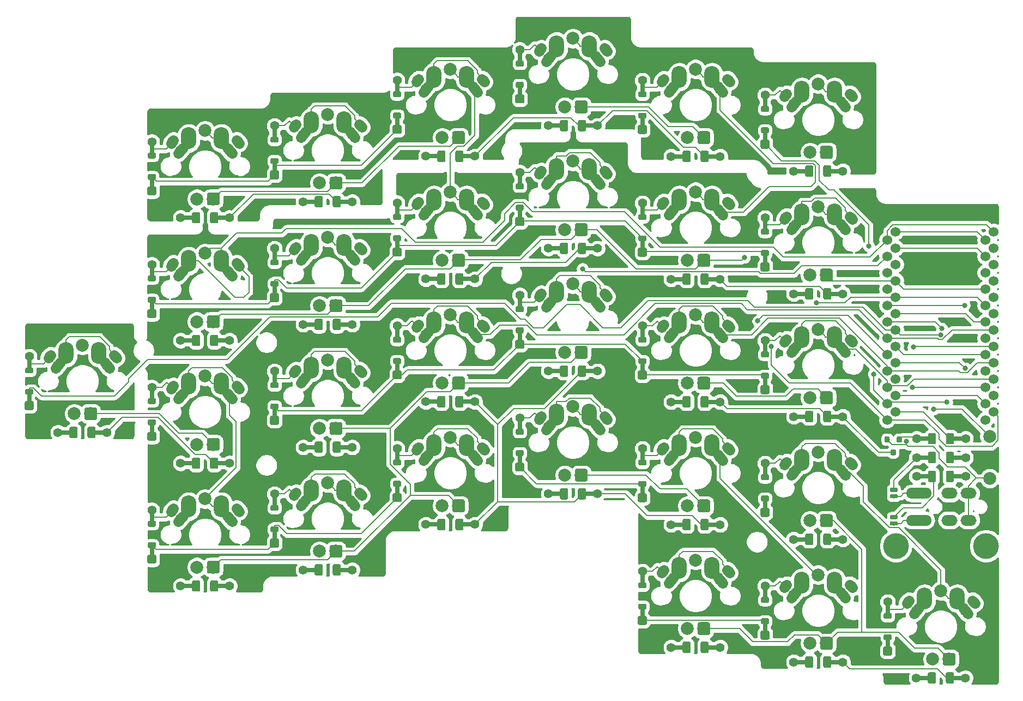
<source format=gtl>
G04 #@! TF.GenerationSoftware,KiCad,Pcbnew,(5.1.2)-2*
G04 #@! TF.CreationDate,2020-02-26T20:05:49+08:00*
G04 #@! TF.ProjectId,Pcb,5063622e-6b69-4636-9164-5f7063625858,rev?*
G04 #@! TF.SameCoordinates,Original*
G04 #@! TF.FileFunction,Copper,L1,Top*
G04 #@! TF.FilePolarity,Positive*
%FSLAX46Y46*%
G04 Gerber Fmt 4.6, Leading zero omitted, Abs format (unit mm)*
G04 Created by KiCad (PCBNEW (5.1.2)-2) date 2020-02-26 20:05:49*
%MOMM*%
%LPD*%
G04 APERTURE LIST*
%ADD10C,1.524000*%
%ADD11O,2.400000X3.400000*%
%ADD12C,1.600000*%
%ADD13C,1.600000*%
%ADD14C,2.000000*%
%ADD15C,1.397000*%
%ADD16C,0.100000*%
%ADD17C,0.900000*%
%ADD18R,0.700000X2.000000*%
%ADD19C,0.800000*%
%ADD20O,2.500000X1.700000*%
%ADD21O,4.000000X1.700000*%
%ADD22R,2.200000X0.700000*%
%ADD23C,1.250000*%
%ADD24C,4.000000*%
%ADD25C,0.635000*%
%ADD26C,0.200000*%
%ADD27C,0.254000*%
G04 APERTURE END LIST*
D10*
X212976400Y-69132000D03*
X228196400Y-86912000D03*
X228196400Y-66592000D03*
X226890000Y-83102000D03*
X211650000Y-90722000D03*
X228196400Y-71672000D03*
X211650000Y-65322000D03*
X226890000Y-78022000D03*
X212976400Y-79292000D03*
X228196400Y-91992000D03*
X211650000Y-88182000D03*
X211650000Y-80562000D03*
X226890000Y-88182000D03*
X226890000Y-80562000D03*
X228196400Y-89452000D03*
X228196400Y-81832000D03*
X228196400Y-69132000D03*
X226890000Y-85642000D03*
X228196400Y-84372000D03*
X212976400Y-74212000D03*
X211650000Y-67862000D03*
X212976400Y-89452000D03*
X212976400Y-91992000D03*
X211650000Y-72942000D03*
X211650000Y-78022000D03*
X226890000Y-93262000D03*
X226890000Y-70402000D03*
X212976400Y-81832000D03*
X228196400Y-79292000D03*
X212976400Y-84372000D03*
X228196400Y-76752000D03*
X228196400Y-64052000D03*
X211650000Y-85642000D03*
X212976400Y-71672000D03*
X211650000Y-93262000D03*
X226890000Y-67862000D03*
X226890000Y-65322000D03*
X212976400Y-86912000D03*
X211650000Y-83102000D03*
X226890000Y-72942000D03*
X226890000Y-90722000D03*
X212976400Y-66592000D03*
X212976400Y-64052000D03*
X228196400Y-74212000D03*
X212976400Y-76752000D03*
X226890000Y-75482000D03*
X211650000Y-70402000D03*
X211650000Y-75482000D03*
D11*
X103170000Y-49550000D03*
X108250000Y-49550000D03*
D12*
X109520000Y-51460000D03*
D13*
X109134327Y-51000373D02*
X109905673Y-51919627D01*
D12*
X101900000Y-51460000D03*
D13*
X101514327Y-51919627D02*
X102285673Y-51000373D01*
D14*
X105710000Y-48350000D03*
D12*
X100610000Y-50100000D03*
D13*
X100417164Y-50329813D02*
X100802836Y-49870187D01*
D12*
X110810000Y-50100000D03*
D13*
X110617164Y-49870187D02*
X111002836Y-50329813D01*
D11*
X122220000Y-47070000D03*
X127300000Y-47070000D03*
D12*
X128570000Y-48980000D03*
D13*
X128184327Y-48520373D02*
X128955673Y-49439627D01*
D12*
X120950000Y-48980000D03*
D13*
X120564327Y-49439627D02*
X121335673Y-48520373D01*
D14*
X124760000Y-45870000D03*
D12*
X119660000Y-47620000D03*
D13*
X119467164Y-47849813D02*
X119852836Y-47390187D01*
D12*
X129860000Y-47620000D03*
D13*
X129667164Y-47390187D02*
X130052836Y-47849813D01*
D11*
X141270000Y-40020000D03*
X146350000Y-40020000D03*
D12*
X147620000Y-41930000D03*
D13*
X147234327Y-41470373D02*
X148005673Y-42389627D01*
D12*
X140000000Y-41930000D03*
D13*
X139614327Y-42389627D02*
X140385673Y-41470373D01*
D14*
X143810000Y-38820000D03*
D12*
X138710000Y-40570000D03*
D13*
X138517164Y-40799813D02*
X138902836Y-40340187D01*
D12*
X148910000Y-40570000D03*
D13*
X148717164Y-40340187D02*
X149102836Y-40799813D01*
D11*
X160320000Y-35260000D03*
X165400000Y-35260000D03*
D12*
X166670000Y-37170000D03*
D13*
X166284327Y-36710373D02*
X167055673Y-37629627D01*
D12*
X159050000Y-37170000D03*
D13*
X158664327Y-37629627D02*
X159435673Y-36710373D01*
D14*
X162860000Y-34060000D03*
D12*
X157760000Y-35810000D03*
D13*
X157567164Y-36039813D02*
X157952836Y-35580187D01*
D12*
X167960000Y-35810000D03*
D13*
X167767164Y-35580187D02*
X168152836Y-36039813D01*
D11*
X179370000Y-40030000D03*
X184450000Y-40030000D03*
D12*
X185720000Y-41940000D03*
D13*
X185334327Y-41480373D02*
X186105673Y-42399627D01*
D12*
X178100000Y-41940000D03*
D13*
X177714327Y-42399627D02*
X178485673Y-41480373D01*
D14*
X181910000Y-38830000D03*
D12*
X176810000Y-40580000D03*
D13*
X176617164Y-40809813D02*
X177002836Y-40350187D01*
D12*
X187010000Y-40580000D03*
D13*
X186817164Y-40350187D02*
X187202836Y-40809813D01*
D11*
X198420000Y-42310000D03*
X203500000Y-42310000D03*
D12*
X204770000Y-44220000D03*
D13*
X204384327Y-43760373D02*
X205155673Y-44679627D01*
D12*
X197150000Y-44220000D03*
D13*
X196764327Y-44679627D02*
X197535673Y-43760373D01*
D14*
X200960000Y-41110000D03*
D12*
X195860000Y-42860000D03*
D13*
X195667164Y-43089813D02*
X196052836Y-42630187D01*
D12*
X206060000Y-42860000D03*
D13*
X205867164Y-42630187D02*
X206252836Y-43089813D01*
D11*
X103170000Y-68600000D03*
X108250000Y-68600000D03*
D12*
X109520000Y-70510000D03*
D13*
X109134327Y-70050373D02*
X109905673Y-70969627D01*
D12*
X101900000Y-70510000D03*
D13*
X101514327Y-70969627D02*
X102285673Y-70050373D01*
D14*
X105710000Y-67400000D03*
D12*
X100610000Y-69150000D03*
D13*
X100417164Y-69379813D02*
X100802836Y-68920187D01*
D12*
X110810000Y-69150000D03*
D13*
X110617164Y-68920187D02*
X111002836Y-69379813D01*
D11*
X122220000Y-66120000D03*
X127300000Y-66120000D03*
D12*
X128570000Y-68030000D03*
D13*
X128184327Y-67570373D02*
X128955673Y-68489627D01*
D12*
X120950000Y-68030000D03*
D13*
X120564327Y-68489627D02*
X121335673Y-67570373D01*
D14*
X124760000Y-64920000D03*
D12*
X119660000Y-66670000D03*
D13*
X119467164Y-66899813D02*
X119852836Y-66440187D01*
D12*
X129860000Y-66670000D03*
D13*
X129667164Y-66440187D02*
X130052836Y-66899813D01*
D11*
X141270000Y-59070000D03*
X146350000Y-59070000D03*
D12*
X147620000Y-60980000D03*
D13*
X147234327Y-60520373D02*
X148005673Y-61439627D01*
D12*
X140000000Y-60980000D03*
D13*
X139614327Y-61439627D02*
X140385673Y-60520373D01*
D14*
X143810000Y-57870000D03*
D12*
X138710000Y-59620000D03*
D13*
X138517164Y-59849813D02*
X138902836Y-59390187D01*
D12*
X148910000Y-59620000D03*
D13*
X148717164Y-59390187D02*
X149102836Y-59849813D01*
D11*
X160320000Y-54310000D03*
X165400000Y-54310000D03*
D12*
X166670000Y-56220000D03*
D13*
X166284327Y-55760373D02*
X167055673Y-56679627D01*
D12*
X159050000Y-56220000D03*
D13*
X158664327Y-56679627D02*
X159435673Y-55760373D01*
D14*
X162860000Y-53110000D03*
D12*
X157760000Y-54860000D03*
D13*
X157567164Y-55089813D02*
X157952836Y-54630187D01*
D12*
X167960000Y-54860000D03*
D13*
X167767164Y-54630187D02*
X168152836Y-55089813D01*
D11*
X179370000Y-59080000D03*
X184450000Y-59080000D03*
D12*
X185720000Y-60990000D03*
D13*
X185334327Y-60530373D02*
X186105673Y-61449627D01*
D12*
X178100000Y-60990000D03*
D13*
X177714327Y-61449627D02*
X178485673Y-60530373D01*
D14*
X181910000Y-57880000D03*
D12*
X176810000Y-59630000D03*
D13*
X176617164Y-59859813D02*
X177002836Y-59400187D01*
D12*
X187010000Y-59630000D03*
D13*
X186817164Y-59400187D02*
X187202836Y-59859813D01*
D11*
X198420000Y-61360000D03*
X203500000Y-61360000D03*
D12*
X204770000Y-63270000D03*
D13*
X204384327Y-62810373D02*
X205155673Y-63729627D01*
D12*
X197150000Y-63270000D03*
D13*
X196764327Y-63729627D02*
X197535673Y-62810373D01*
D14*
X200960000Y-60160000D03*
D12*
X195860000Y-61910000D03*
D13*
X195667164Y-62139813D02*
X196052836Y-61680187D01*
D12*
X206060000Y-61910000D03*
D13*
X205867164Y-61680187D02*
X206252836Y-62139813D01*
D11*
X103170000Y-87650000D03*
X108250000Y-87650000D03*
D12*
X109520000Y-89560000D03*
D13*
X109134327Y-89100373D02*
X109905673Y-90019627D01*
D12*
X101900000Y-89560000D03*
D13*
X101514327Y-90019627D02*
X102285673Y-89100373D01*
D14*
X105710000Y-86450000D03*
D12*
X100610000Y-88200000D03*
D13*
X100417164Y-88429813D02*
X100802836Y-87970187D01*
D12*
X110810000Y-88200000D03*
D13*
X110617164Y-87970187D02*
X111002836Y-88429813D01*
D11*
X122220000Y-85170000D03*
X127300000Y-85170000D03*
D12*
X128570000Y-87080000D03*
D13*
X128184327Y-86620373D02*
X128955673Y-87539627D01*
D12*
X120950000Y-87080000D03*
D13*
X120564327Y-87539627D02*
X121335673Y-86620373D01*
D14*
X124760000Y-83970000D03*
D12*
X119660000Y-85720000D03*
D13*
X119467164Y-85949813D02*
X119852836Y-85490187D01*
D12*
X129860000Y-85720000D03*
D13*
X129667164Y-85490187D02*
X130052836Y-85949813D01*
D11*
X141270000Y-78120000D03*
X146350000Y-78120000D03*
D12*
X147620000Y-80030000D03*
D13*
X147234327Y-79570373D02*
X148005673Y-80489627D01*
D12*
X140000000Y-80030000D03*
D13*
X139614327Y-80489627D02*
X140385673Y-79570373D01*
D14*
X143810000Y-76920000D03*
D12*
X138710000Y-78670000D03*
D13*
X138517164Y-78899813D02*
X138902836Y-78440187D01*
D12*
X148910000Y-78670000D03*
D13*
X148717164Y-78440187D02*
X149102836Y-78899813D01*
D11*
X160320000Y-73360000D03*
X165400000Y-73360000D03*
D12*
X166670000Y-75270000D03*
D13*
X166284327Y-74810373D02*
X167055673Y-75729627D01*
D12*
X159050000Y-75270000D03*
D13*
X158664327Y-75729627D02*
X159435673Y-74810373D01*
D14*
X162860000Y-72160000D03*
D12*
X157760000Y-73910000D03*
D13*
X157567164Y-74139813D02*
X157952836Y-73680187D01*
D12*
X167960000Y-73910000D03*
D13*
X167767164Y-73680187D02*
X168152836Y-74139813D01*
D11*
X179370000Y-78130000D03*
X184450000Y-78130000D03*
D12*
X185720000Y-80040000D03*
D13*
X185334327Y-79580373D02*
X186105673Y-80499627D01*
D12*
X178100000Y-80040000D03*
D13*
X177714327Y-80499627D02*
X178485673Y-79580373D01*
D14*
X181910000Y-76930000D03*
D12*
X176810000Y-78680000D03*
D13*
X176617164Y-78909813D02*
X177002836Y-78450187D01*
D12*
X187010000Y-78680000D03*
D13*
X186817164Y-78450187D02*
X187202836Y-78909813D01*
D11*
X198420000Y-80410000D03*
X203500000Y-80410000D03*
D12*
X204770000Y-82320000D03*
D13*
X204384327Y-81860373D02*
X205155673Y-82779627D01*
D12*
X197150000Y-82320000D03*
D13*
X196764327Y-82779627D02*
X197535673Y-81860373D01*
D14*
X200960000Y-79210000D03*
D12*
X195860000Y-80960000D03*
D13*
X195667164Y-81189813D02*
X196052836Y-80730187D01*
D12*
X206060000Y-80960000D03*
D13*
X205867164Y-80730187D02*
X206252836Y-81189813D01*
D11*
X103170000Y-106700000D03*
X108250000Y-106700000D03*
D12*
X109520000Y-108610000D03*
D13*
X109134327Y-108150373D02*
X109905673Y-109069627D01*
D12*
X101900000Y-108610000D03*
D13*
X101514327Y-109069627D02*
X102285673Y-108150373D01*
D14*
X105710000Y-105500000D03*
D12*
X100610000Y-107250000D03*
D13*
X100417164Y-107479813D02*
X100802836Y-107020187D01*
D12*
X110810000Y-107250000D03*
D13*
X110617164Y-107020187D02*
X111002836Y-107479813D01*
D11*
X122220000Y-104220000D03*
X127300000Y-104220000D03*
D12*
X128570000Y-106130000D03*
D13*
X128184327Y-105670373D02*
X128955673Y-106589627D01*
D12*
X120950000Y-106130000D03*
D13*
X120564327Y-106589627D02*
X121335673Y-105670373D01*
D14*
X124760000Y-103020000D03*
D12*
X119660000Y-104770000D03*
D13*
X119467164Y-104999813D02*
X119852836Y-104540187D01*
D12*
X129860000Y-104770000D03*
D13*
X129667164Y-104540187D02*
X130052836Y-104999813D01*
D11*
X141270000Y-97170000D03*
X146350000Y-97170000D03*
D12*
X147620000Y-99080000D03*
D13*
X147234327Y-98620373D02*
X148005673Y-99539627D01*
D12*
X140000000Y-99080000D03*
D13*
X139614327Y-99539627D02*
X140385673Y-98620373D01*
D14*
X143810000Y-95970000D03*
D12*
X138710000Y-97720000D03*
D13*
X138517164Y-97949813D02*
X138902836Y-97490187D01*
D12*
X148910000Y-97720000D03*
D13*
X148717164Y-97490187D02*
X149102836Y-97949813D01*
D11*
X160320000Y-92410000D03*
X165400000Y-92410000D03*
D12*
X166670000Y-94320000D03*
D13*
X166284327Y-93860373D02*
X167055673Y-94779627D01*
D12*
X159050000Y-94320000D03*
D13*
X158664327Y-94779627D02*
X159435673Y-93860373D01*
D14*
X162860000Y-91210000D03*
D12*
X157760000Y-92960000D03*
D13*
X157567164Y-93189813D02*
X157952836Y-92730187D01*
D12*
X167960000Y-92960000D03*
D13*
X167767164Y-92730187D02*
X168152836Y-93189813D01*
D11*
X179370000Y-97180000D03*
X184450000Y-97180000D03*
D12*
X185720000Y-99090000D03*
D13*
X185334327Y-98630373D02*
X186105673Y-99549627D01*
D12*
X178100000Y-99090000D03*
D13*
X177714327Y-99549627D02*
X178485673Y-98630373D01*
D14*
X181910000Y-95980000D03*
D12*
X176810000Y-97730000D03*
D13*
X176617164Y-97959813D02*
X177002836Y-97500187D01*
D12*
X187010000Y-97730000D03*
D13*
X186817164Y-97500187D02*
X187202836Y-97959813D01*
D11*
X198420000Y-99460000D03*
X203500000Y-99460000D03*
D12*
X204770000Y-101370000D03*
D13*
X204384327Y-100910373D02*
X205155673Y-101829627D01*
D12*
X197150000Y-101370000D03*
D13*
X196764327Y-101829627D02*
X197535673Y-100910373D01*
D14*
X200960000Y-98260000D03*
D12*
X195860000Y-100010000D03*
D13*
X195667164Y-100239813D02*
X196052836Y-99780187D01*
D12*
X206060000Y-100010000D03*
D13*
X205867164Y-99780187D02*
X206252836Y-100239813D01*
D11*
X84120000Y-82880000D03*
X89200000Y-82880000D03*
D12*
X90470000Y-84790000D03*
D13*
X90084327Y-84330373D02*
X90855673Y-85249627D01*
D12*
X82850000Y-84790000D03*
D13*
X82464327Y-85249627D02*
X83235673Y-84330373D01*
D14*
X86660000Y-81680000D03*
D12*
X81560000Y-83430000D03*
D13*
X81367164Y-83659813D02*
X81752836Y-83200187D01*
D12*
X91760000Y-83430000D03*
D13*
X91567164Y-83200187D02*
X91952836Y-83659813D01*
D11*
X179370000Y-116230000D03*
X184450000Y-116230000D03*
D12*
X185720000Y-118140000D03*
D13*
X185334327Y-117680373D02*
X186105673Y-118599627D01*
D12*
X178100000Y-118140000D03*
D13*
X177714327Y-118599627D02*
X178485673Y-117680373D01*
D14*
X181910000Y-115030000D03*
D12*
X176810000Y-116780000D03*
D13*
X176617164Y-117009813D02*
X177002836Y-116550187D01*
D12*
X187010000Y-116780000D03*
D13*
X186817164Y-116550187D02*
X187202836Y-117009813D01*
D11*
X198420000Y-118510000D03*
X203500000Y-118510000D03*
D12*
X204770000Y-120420000D03*
D13*
X204384327Y-119960373D02*
X205155673Y-120879627D01*
D12*
X197150000Y-120420000D03*
D13*
X196764327Y-120879627D02*
X197535673Y-119960373D01*
D14*
X200960000Y-117310000D03*
D12*
X195860000Y-119060000D03*
D13*
X195667164Y-119289813D02*
X196052836Y-118830187D01*
D12*
X206060000Y-119060000D03*
D13*
X205867164Y-118830187D02*
X206252836Y-119289813D01*
D11*
X217470000Y-120980000D03*
X222550000Y-120980000D03*
D12*
X223820000Y-122890000D03*
D13*
X223434327Y-122430373D02*
X224205673Y-123349627D01*
D12*
X216200000Y-122890000D03*
D13*
X215814327Y-123349627D02*
X216585673Y-122430373D01*
D14*
X220010000Y-119780000D03*
D12*
X214910000Y-121530000D03*
D13*
X214717164Y-121759813D02*
X215102836Y-121300187D01*
D12*
X225110000Y-121530000D03*
D13*
X224917164Y-121300187D02*
X225302836Y-121759813D01*
D15*
X97430000Y-50090000D03*
D16*
G36*
X97876486Y-57012845D02*
G01*
X97903608Y-57016869D01*
X97930206Y-57023531D01*
X97956022Y-57032768D01*
X97980808Y-57044491D01*
X98004326Y-57058587D01*
X98026349Y-57074921D01*
X98046666Y-57093334D01*
X98065079Y-57113651D01*
X98081413Y-57135674D01*
X98095509Y-57159192D01*
X98107232Y-57183978D01*
X98116469Y-57209794D01*
X98123131Y-57236392D01*
X98127155Y-57263514D01*
X98128500Y-57290900D01*
X98128500Y-58129100D01*
X98127155Y-58156486D01*
X98123131Y-58183608D01*
X98116469Y-58210206D01*
X98107232Y-58236022D01*
X98095509Y-58260808D01*
X98081413Y-58284326D01*
X98065079Y-58306349D01*
X98046666Y-58326666D01*
X98026349Y-58345079D01*
X98004326Y-58361413D01*
X97980808Y-58375509D01*
X97956022Y-58387232D01*
X97930206Y-58396469D01*
X97903608Y-58403131D01*
X97876486Y-58407155D01*
X97849100Y-58408500D01*
X97010900Y-58408500D01*
X96983514Y-58407155D01*
X96956392Y-58403131D01*
X96929794Y-58396469D01*
X96903978Y-58387232D01*
X96879192Y-58375509D01*
X96855674Y-58361413D01*
X96833651Y-58345079D01*
X96813334Y-58326666D01*
X96794921Y-58306349D01*
X96778587Y-58284326D01*
X96764491Y-58260808D01*
X96752768Y-58236022D01*
X96743531Y-58210206D01*
X96736869Y-58183608D01*
X96732845Y-58156486D01*
X96731500Y-58129100D01*
X96731500Y-57290900D01*
X96732845Y-57263514D01*
X96736869Y-57236392D01*
X96743531Y-57209794D01*
X96752768Y-57183978D01*
X96764491Y-57159192D01*
X96778587Y-57135674D01*
X96794921Y-57113651D01*
X96813334Y-57093334D01*
X96833651Y-57074921D01*
X96855674Y-57058587D01*
X96879192Y-57044491D01*
X96903978Y-57032768D01*
X96929794Y-57023531D01*
X96956392Y-57016869D01*
X96983514Y-57012845D01*
X97010900Y-57011500D01*
X97849100Y-57011500D01*
X97876486Y-57012845D01*
X97876486Y-57012845D01*
G37*
D15*
X97430000Y-57710000D03*
D16*
G36*
X97867643Y-51800867D02*
G01*
X97885116Y-51803459D01*
X97902251Y-51807751D01*
X97918883Y-51813702D01*
X97934851Y-51821254D01*
X97950003Y-51830335D01*
X97964191Y-51840858D01*
X97977279Y-51852721D01*
X97989142Y-51865809D01*
X97999665Y-51879997D01*
X98008746Y-51895149D01*
X98016298Y-51911117D01*
X98022249Y-51927749D01*
X98026541Y-51944884D01*
X98029133Y-51962357D01*
X98030000Y-51980000D01*
X98030000Y-52520000D01*
X98029133Y-52537643D01*
X98026541Y-52555116D01*
X98022249Y-52572251D01*
X98016298Y-52588883D01*
X98008746Y-52604851D01*
X97999665Y-52620003D01*
X97989142Y-52634191D01*
X97977279Y-52647279D01*
X97964191Y-52659142D01*
X97950003Y-52669665D01*
X97934851Y-52678746D01*
X97918883Y-52686298D01*
X97902251Y-52692249D01*
X97885116Y-52696541D01*
X97867643Y-52699133D01*
X97850000Y-52700000D01*
X97010000Y-52700000D01*
X96992357Y-52699133D01*
X96974884Y-52696541D01*
X96957749Y-52692249D01*
X96941117Y-52686298D01*
X96925149Y-52678746D01*
X96909997Y-52669665D01*
X96895809Y-52659142D01*
X96882721Y-52647279D01*
X96870858Y-52634191D01*
X96860335Y-52620003D01*
X96851254Y-52604851D01*
X96843702Y-52588883D01*
X96837751Y-52572251D01*
X96833459Y-52555116D01*
X96830867Y-52537643D01*
X96830000Y-52520000D01*
X96830000Y-51980000D01*
X96830867Y-51962357D01*
X96833459Y-51944884D01*
X96837751Y-51927749D01*
X96843702Y-51911117D01*
X96851254Y-51895149D01*
X96860335Y-51879997D01*
X96870858Y-51865809D01*
X96882721Y-51852721D01*
X96895809Y-51840858D01*
X96909997Y-51830335D01*
X96925149Y-51821254D01*
X96941117Y-51813702D01*
X96957749Y-51807751D01*
X96974884Y-51803459D01*
X96992357Y-51800867D01*
X97010000Y-51800000D01*
X97850000Y-51800000D01*
X97867643Y-51800867D01*
X97867643Y-51800867D01*
G37*
D17*
X97430000Y-52250000D03*
D16*
G36*
X97867643Y-55100867D02*
G01*
X97885116Y-55103459D01*
X97902251Y-55107751D01*
X97918883Y-55113702D01*
X97934851Y-55121254D01*
X97950003Y-55130335D01*
X97964191Y-55140858D01*
X97977279Y-55152721D01*
X97989142Y-55165809D01*
X97999665Y-55179997D01*
X98008746Y-55195149D01*
X98016298Y-55211117D01*
X98022249Y-55227749D01*
X98026541Y-55244884D01*
X98029133Y-55262357D01*
X98030000Y-55280000D01*
X98030000Y-55820000D01*
X98029133Y-55837643D01*
X98026541Y-55855116D01*
X98022249Y-55872251D01*
X98016298Y-55888883D01*
X98008746Y-55904851D01*
X97999665Y-55920003D01*
X97989142Y-55934191D01*
X97977279Y-55947279D01*
X97964191Y-55959142D01*
X97950003Y-55969665D01*
X97934851Y-55978746D01*
X97918883Y-55986298D01*
X97902251Y-55992249D01*
X97885116Y-55996541D01*
X97867643Y-55999133D01*
X97850000Y-56000000D01*
X97010000Y-56000000D01*
X96992357Y-55999133D01*
X96974884Y-55996541D01*
X96957749Y-55992249D01*
X96941117Y-55986298D01*
X96925149Y-55978746D01*
X96909997Y-55969665D01*
X96895809Y-55959142D01*
X96882721Y-55947279D01*
X96870858Y-55934191D01*
X96860335Y-55920003D01*
X96851254Y-55904851D01*
X96843702Y-55888883D01*
X96837751Y-55872251D01*
X96833459Y-55855116D01*
X96830867Y-55837643D01*
X96830000Y-55820000D01*
X96830000Y-55280000D01*
X96830867Y-55262357D01*
X96833459Y-55244884D01*
X96837751Y-55227749D01*
X96843702Y-55211117D01*
X96851254Y-55195149D01*
X96860335Y-55179997D01*
X96870858Y-55165809D01*
X96882721Y-55152721D01*
X96895809Y-55140858D01*
X96909997Y-55130335D01*
X96925149Y-55121254D01*
X96941117Y-55113702D01*
X96957749Y-55107751D01*
X96974884Y-55103459D01*
X96992357Y-55100867D01*
X97010000Y-55100000D01*
X97850000Y-55100000D01*
X97867643Y-55100867D01*
X97867643Y-55100867D01*
G37*
D17*
X97430000Y-55550000D03*
D18*
X97430000Y-56300000D03*
X97430000Y-51500000D03*
D19*
X97430000Y-55550000D03*
X97430000Y-52250000D03*
X116480000Y-49770000D03*
X116480000Y-53070000D03*
D18*
X116480000Y-49020000D03*
X116480000Y-53820000D03*
D16*
G36*
X116917643Y-52620867D02*
G01*
X116935116Y-52623459D01*
X116952251Y-52627751D01*
X116968883Y-52633702D01*
X116984851Y-52641254D01*
X117000003Y-52650335D01*
X117014191Y-52660858D01*
X117027279Y-52672721D01*
X117039142Y-52685809D01*
X117049665Y-52699997D01*
X117058746Y-52715149D01*
X117066298Y-52731117D01*
X117072249Y-52747749D01*
X117076541Y-52764884D01*
X117079133Y-52782357D01*
X117080000Y-52800000D01*
X117080000Y-53340000D01*
X117079133Y-53357643D01*
X117076541Y-53375116D01*
X117072249Y-53392251D01*
X117066298Y-53408883D01*
X117058746Y-53424851D01*
X117049665Y-53440003D01*
X117039142Y-53454191D01*
X117027279Y-53467279D01*
X117014191Y-53479142D01*
X117000003Y-53489665D01*
X116984851Y-53498746D01*
X116968883Y-53506298D01*
X116952251Y-53512249D01*
X116935116Y-53516541D01*
X116917643Y-53519133D01*
X116900000Y-53520000D01*
X116060000Y-53520000D01*
X116042357Y-53519133D01*
X116024884Y-53516541D01*
X116007749Y-53512249D01*
X115991117Y-53506298D01*
X115975149Y-53498746D01*
X115959997Y-53489665D01*
X115945809Y-53479142D01*
X115932721Y-53467279D01*
X115920858Y-53454191D01*
X115910335Y-53440003D01*
X115901254Y-53424851D01*
X115893702Y-53408883D01*
X115887751Y-53392251D01*
X115883459Y-53375116D01*
X115880867Y-53357643D01*
X115880000Y-53340000D01*
X115880000Y-52800000D01*
X115880867Y-52782357D01*
X115883459Y-52764884D01*
X115887751Y-52747749D01*
X115893702Y-52731117D01*
X115901254Y-52715149D01*
X115910335Y-52699997D01*
X115920858Y-52685809D01*
X115932721Y-52672721D01*
X115945809Y-52660858D01*
X115959997Y-52650335D01*
X115975149Y-52641254D01*
X115991117Y-52633702D01*
X116007749Y-52627751D01*
X116024884Y-52623459D01*
X116042357Y-52620867D01*
X116060000Y-52620000D01*
X116900000Y-52620000D01*
X116917643Y-52620867D01*
X116917643Y-52620867D01*
G37*
D17*
X116480000Y-53070000D03*
D16*
G36*
X116917643Y-49320867D02*
G01*
X116935116Y-49323459D01*
X116952251Y-49327751D01*
X116968883Y-49333702D01*
X116984851Y-49341254D01*
X117000003Y-49350335D01*
X117014191Y-49360858D01*
X117027279Y-49372721D01*
X117039142Y-49385809D01*
X117049665Y-49399997D01*
X117058746Y-49415149D01*
X117066298Y-49431117D01*
X117072249Y-49447749D01*
X117076541Y-49464884D01*
X117079133Y-49482357D01*
X117080000Y-49500000D01*
X117080000Y-50040000D01*
X117079133Y-50057643D01*
X117076541Y-50075116D01*
X117072249Y-50092251D01*
X117066298Y-50108883D01*
X117058746Y-50124851D01*
X117049665Y-50140003D01*
X117039142Y-50154191D01*
X117027279Y-50167279D01*
X117014191Y-50179142D01*
X117000003Y-50189665D01*
X116984851Y-50198746D01*
X116968883Y-50206298D01*
X116952251Y-50212249D01*
X116935116Y-50216541D01*
X116917643Y-50219133D01*
X116900000Y-50220000D01*
X116060000Y-50220000D01*
X116042357Y-50219133D01*
X116024884Y-50216541D01*
X116007749Y-50212249D01*
X115991117Y-50206298D01*
X115975149Y-50198746D01*
X115959997Y-50189665D01*
X115945809Y-50179142D01*
X115932721Y-50167279D01*
X115920858Y-50154191D01*
X115910335Y-50140003D01*
X115901254Y-50124851D01*
X115893702Y-50108883D01*
X115887751Y-50092251D01*
X115883459Y-50075116D01*
X115880867Y-50057643D01*
X115880000Y-50040000D01*
X115880000Y-49500000D01*
X115880867Y-49482357D01*
X115883459Y-49464884D01*
X115887751Y-49447749D01*
X115893702Y-49431117D01*
X115901254Y-49415149D01*
X115910335Y-49399997D01*
X115920858Y-49385809D01*
X115932721Y-49372721D01*
X115945809Y-49360858D01*
X115959997Y-49350335D01*
X115975149Y-49341254D01*
X115991117Y-49333702D01*
X116007749Y-49327751D01*
X116024884Y-49323459D01*
X116042357Y-49320867D01*
X116060000Y-49320000D01*
X116900000Y-49320000D01*
X116917643Y-49320867D01*
X116917643Y-49320867D01*
G37*
D17*
X116480000Y-49770000D03*
D16*
G36*
X116926486Y-54532845D02*
G01*
X116953608Y-54536869D01*
X116980206Y-54543531D01*
X117006022Y-54552768D01*
X117030808Y-54564491D01*
X117054326Y-54578587D01*
X117076349Y-54594921D01*
X117096666Y-54613334D01*
X117115079Y-54633651D01*
X117131413Y-54655674D01*
X117145509Y-54679192D01*
X117157232Y-54703978D01*
X117166469Y-54729794D01*
X117173131Y-54756392D01*
X117177155Y-54783514D01*
X117178500Y-54810900D01*
X117178500Y-55649100D01*
X117177155Y-55676486D01*
X117173131Y-55703608D01*
X117166469Y-55730206D01*
X117157232Y-55756022D01*
X117145509Y-55780808D01*
X117131413Y-55804326D01*
X117115079Y-55826349D01*
X117096666Y-55846666D01*
X117076349Y-55865079D01*
X117054326Y-55881413D01*
X117030808Y-55895509D01*
X117006022Y-55907232D01*
X116980206Y-55916469D01*
X116953608Y-55923131D01*
X116926486Y-55927155D01*
X116899100Y-55928500D01*
X116060900Y-55928500D01*
X116033514Y-55927155D01*
X116006392Y-55923131D01*
X115979794Y-55916469D01*
X115953978Y-55907232D01*
X115929192Y-55895509D01*
X115905674Y-55881413D01*
X115883651Y-55865079D01*
X115863334Y-55846666D01*
X115844921Y-55826349D01*
X115828587Y-55804326D01*
X115814491Y-55780808D01*
X115802768Y-55756022D01*
X115793531Y-55730206D01*
X115786869Y-55703608D01*
X115782845Y-55676486D01*
X115781500Y-55649100D01*
X115781500Y-54810900D01*
X115782845Y-54783514D01*
X115786869Y-54756392D01*
X115793531Y-54729794D01*
X115802768Y-54703978D01*
X115814491Y-54679192D01*
X115828587Y-54655674D01*
X115844921Y-54633651D01*
X115863334Y-54613334D01*
X115883651Y-54594921D01*
X115905674Y-54578587D01*
X115929192Y-54564491D01*
X115953978Y-54552768D01*
X115979794Y-54543531D01*
X116006392Y-54536869D01*
X116033514Y-54532845D01*
X116060900Y-54531500D01*
X116899100Y-54531500D01*
X116926486Y-54532845D01*
X116926486Y-54532845D01*
G37*
D15*
X116480000Y-55230000D03*
X116480000Y-47610000D03*
X135530000Y-40560000D03*
D16*
G36*
X135976486Y-47482845D02*
G01*
X136003608Y-47486869D01*
X136030206Y-47493531D01*
X136056022Y-47502768D01*
X136080808Y-47514491D01*
X136104326Y-47528587D01*
X136126349Y-47544921D01*
X136146666Y-47563334D01*
X136165079Y-47583651D01*
X136181413Y-47605674D01*
X136195509Y-47629192D01*
X136207232Y-47653978D01*
X136216469Y-47679794D01*
X136223131Y-47706392D01*
X136227155Y-47733514D01*
X136228500Y-47760900D01*
X136228500Y-48599100D01*
X136227155Y-48626486D01*
X136223131Y-48653608D01*
X136216469Y-48680206D01*
X136207232Y-48706022D01*
X136195509Y-48730808D01*
X136181413Y-48754326D01*
X136165079Y-48776349D01*
X136146666Y-48796666D01*
X136126349Y-48815079D01*
X136104326Y-48831413D01*
X136080808Y-48845509D01*
X136056022Y-48857232D01*
X136030206Y-48866469D01*
X136003608Y-48873131D01*
X135976486Y-48877155D01*
X135949100Y-48878500D01*
X135110900Y-48878500D01*
X135083514Y-48877155D01*
X135056392Y-48873131D01*
X135029794Y-48866469D01*
X135003978Y-48857232D01*
X134979192Y-48845509D01*
X134955674Y-48831413D01*
X134933651Y-48815079D01*
X134913334Y-48796666D01*
X134894921Y-48776349D01*
X134878587Y-48754326D01*
X134864491Y-48730808D01*
X134852768Y-48706022D01*
X134843531Y-48680206D01*
X134836869Y-48653608D01*
X134832845Y-48626486D01*
X134831500Y-48599100D01*
X134831500Y-47760900D01*
X134832845Y-47733514D01*
X134836869Y-47706392D01*
X134843531Y-47679794D01*
X134852768Y-47653978D01*
X134864491Y-47629192D01*
X134878587Y-47605674D01*
X134894921Y-47583651D01*
X134913334Y-47563334D01*
X134933651Y-47544921D01*
X134955674Y-47528587D01*
X134979192Y-47514491D01*
X135003978Y-47502768D01*
X135029794Y-47493531D01*
X135056392Y-47486869D01*
X135083514Y-47482845D01*
X135110900Y-47481500D01*
X135949100Y-47481500D01*
X135976486Y-47482845D01*
X135976486Y-47482845D01*
G37*
D15*
X135530000Y-48180000D03*
D16*
G36*
X135967643Y-42270867D02*
G01*
X135985116Y-42273459D01*
X136002251Y-42277751D01*
X136018883Y-42283702D01*
X136034851Y-42291254D01*
X136050003Y-42300335D01*
X136064191Y-42310858D01*
X136077279Y-42322721D01*
X136089142Y-42335809D01*
X136099665Y-42349997D01*
X136108746Y-42365149D01*
X136116298Y-42381117D01*
X136122249Y-42397749D01*
X136126541Y-42414884D01*
X136129133Y-42432357D01*
X136130000Y-42450000D01*
X136130000Y-42990000D01*
X136129133Y-43007643D01*
X136126541Y-43025116D01*
X136122249Y-43042251D01*
X136116298Y-43058883D01*
X136108746Y-43074851D01*
X136099665Y-43090003D01*
X136089142Y-43104191D01*
X136077279Y-43117279D01*
X136064191Y-43129142D01*
X136050003Y-43139665D01*
X136034851Y-43148746D01*
X136018883Y-43156298D01*
X136002251Y-43162249D01*
X135985116Y-43166541D01*
X135967643Y-43169133D01*
X135950000Y-43170000D01*
X135110000Y-43170000D01*
X135092357Y-43169133D01*
X135074884Y-43166541D01*
X135057749Y-43162249D01*
X135041117Y-43156298D01*
X135025149Y-43148746D01*
X135009997Y-43139665D01*
X134995809Y-43129142D01*
X134982721Y-43117279D01*
X134970858Y-43104191D01*
X134960335Y-43090003D01*
X134951254Y-43074851D01*
X134943702Y-43058883D01*
X134937751Y-43042251D01*
X134933459Y-43025116D01*
X134930867Y-43007643D01*
X134930000Y-42990000D01*
X134930000Y-42450000D01*
X134930867Y-42432357D01*
X134933459Y-42414884D01*
X134937751Y-42397749D01*
X134943702Y-42381117D01*
X134951254Y-42365149D01*
X134960335Y-42349997D01*
X134970858Y-42335809D01*
X134982721Y-42322721D01*
X134995809Y-42310858D01*
X135009997Y-42300335D01*
X135025149Y-42291254D01*
X135041117Y-42283702D01*
X135057749Y-42277751D01*
X135074884Y-42273459D01*
X135092357Y-42270867D01*
X135110000Y-42270000D01*
X135950000Y-42270000D01*
X135967643Y-42270867D01*
X135967643Y-42270867D01*
G37*
D17*
X135530000Y-42720000D03*
D16*
G36*
X135967643Y-45570867D02*
G01*
X135985116Y-45573459D01*
X136002251Y-45577751D01*
X136018883Y-45583702D01*
X136034851Y-45591254D01*
X136050003Y-45600335D01*
X136064191Y-45610858D01*
X136077279Y-45622721D01*
X136089142Y-45635809D01*
X136099665Y-45649997D01*
X136108746Y-45665149D01*
X136116298Y-45681117D01*
X136122249Y-45697749D01*
X136126541Y-45714884D01*
X136129133Y-45732357D01*
X136130000Y-45750000D01*
X136130000Y-46290000D01*
X136129133Y-46307643D01*
X136126541Y-46325116D01*
X136122249Y-46342251D01*
X136116298Y-46358883D01*
X136108746Y-46374851D01*
X136099665Y-46390003D01*
X136089142Y-46404191D01*
X136077279Y-46417279D01*
X136064191Y-46429142D01*
X136050003Y-46439665D01*
X136034851Y-46448746D01*
X136018883Y-46456298D01*
X136002251Y-46462249D01*
X135985116Y-46466541D01*
X135967643Y-46469133D01*
X135950000Y-46470000D01*
X135110000Y-46470000D01*
X135092357Y-46469133D01*
X135074884Y-46466541D01*
X135057749Y-46462249D01*
X135041117Y-46456298D01*
X135025149Y-46448746D01*
X135009997Y-46439665D01*
X134995809Y-46429142D01*
X134982721Y-46417279D01*
X134970858Y-46404191D01*
X134960335Y-46390003D01*
X134951254Y-46374851D01*
X134943702Y-46358883D01*
X134937751Y-46342251D01*
X134933459Y-46325116D01*
X134930867Y-46307643D01*
X134930000Y-46290000D01*
X134930000Y-45750000D01*
X134930867Y-45732357D01*
X134933459Y-45714884D01*
X134937751Y-45697749D01*
X134943702Y-45681117D01*
X134951254Y-45665149D01*
X134960335Y-45649997D01*
X134970858Y-45635809D01*
X134982721Y-45622721D01*
X134995809Y-45610858D01*
X135009997Y-45600335D01*
X135025149Y-45591254D01*
X135041117Y-45583702D01*
X135057749Y-45577751D01*
X135074884Y-45573459D01*
X135092357Y-45570867D01*
X135110000Y-45570000D01*
X135950000Y-45570000D01*
X135967643Y-45570867D01*
X135967643Y-45570867D01*
G37*
D17*
X135530000Y-46020000D03*
D18*
X135530000Y-46770000D03*
X135530000Y-41970000D03*
D19*
X135530000Y-46020000D03*
X135530000Y-42720000D03*
X154580000Y-37960000D03*
X154580000Y-41260000D03*
D18*
X154580000Y-37210000D03*
X154580000Y-42010000D03*
D16*
G36*
X155017643Y-40810867D02*
G01*
X155035116Y-40813459D01*
X155052251Y-40817751D01*
X155068883Y-40823702D01*
X155084851Y-40831254D01*
X155100003Y-40840335D01*
X155114191Y-40850858D01*
X155127279Y-40862721D01*
X155139142Y-40875809D01*
X155149665Y-40889997D01*
X155158746Y-40905149D01*
X155166298Y-40921117D01*
X155172249Y-40937749D01*
X155176541Y-40954884D01*
X155179133Y-40972357D01*
X155180000Y-40990000D01*
X155180000Y-41530000D01*
X155179133Y-41547643D01*
X155176541Y-41565116D01*
X155172249Y-41582251D01*
X155166298Y-41598883D01*
X155158746Y-41614851D01*
X155149665Y-41630003D01*
X155139142Y-41644191D01*
X155127279Y-41657279D01*
X155114191Y-41669142D01*
X155100003Y-41679665D01*
X155084851Y-41688746D01*
X155068883Y-41696298D01*
X155052251Y-41702249D01*
X155035116Y-41706541D01*
X155017643Y-41709133D01*
X155000000Y-41710000D01*
X154160000Y-41710000D01*
X154142357Y-41709133D01*
X154124884Y-41706541D01*
X154107749Y-41702249D01*
X154091117Y-41696298D01*
X154075149Y-41688746D01*
X154059997Y-41679665D01*
X154045809Y-41669142D01*
X154032721Y-41657279D01*
X154020858Y-41644191D01*
X154010335Y-41630003D01*
X154001254Y-41614851D01*
X153993702Y-41598883D01*
X153987751Y-41582251D01*
X153983459Y-41565116D01*
X153980867Y-41547643D01*
X153980000Y-41530000D01*
X153980000Y-40990000D01*
X153980867Y-40972357D01*
X153983459Y-40954884D01*
X153987751Y-40937749D01*
X153993702Y-40921117D01*
X154001254Y-40905149D01*
X154010335Y-40889997D01*
X154020858Y-40875809D01*
X154032721Y-40862721D01*
X154045809Y-40850858D01*
X154059997Y-40840335D01*
X154075149Y-40831254D01*
X154091117Y-40823702D01*
X154107749Y-40817751D01*
X154124884Y-40813459D01*
X154142357Y-40810867D01*
X154160000Y-40810000D01*
X155000000Y-40810000D01*
X155017643Y-40810867D01*
X155017643Y-40810867D01*
G37*
D17*
X154580000Y-41260000D03*
D16*
G36*
X155017643Y-37510867D02*
G01*
X155035116Y-37513459D01*
X155052251Y-37517751D01*
X155068883Y-37523702D01*
X155084851Y-37531254D01*
X155100003Y-37540335D01*
X155114191Y-37550858D01*
X155127279Y-37562721D01*
X155139142Y-37575809D01*
X155149665Y-37589997D01*
X155158746Y-37605149D01*
X155166298Y-37621117D01*
X155172249Y-37637749D01*
X155176541Y-37654884D01*
X155179133Y-37672357D01*
X155180000Y-37690000D01*
X155180000Y-38230000D01*
X155179133Y-38247643D01*
X155176541Y-38265116D01*
X155172249Y-38282251D01*
X155166298Y-38298883D01*
X155158746Y-38314851D01*
X155149665Y-38330003D01*
X155139142Y-38344191D01*
X155127279Y-38357279D01*
X155114191Y-38369142D01*
X155100003Y-38379665D01*
X155084851Y-38388746D01*
X155068883Y-38396298D01*
X155052251Y-38402249D01*
X155035116Y-38406541D01*
X155017643Y-38409133D01*
X155000000Y-38410000D01*
X154160000Y-38410000D01*
X154142357Y-38409133D01*
X154124884Y-38406541D01*
X154107749Y-38402249D01*
X154091117Y-38396298D01*
X154075149Y-38388746D01*
X154059997Y-38379665D01*
X154045809Y-38369142D01*
X154032721Y-38357279D01*
X154020858Y-38344191D01*
X154010335Y-38330003D01*
X154001254Y-38314851D01*
X153993702Y-38298883D01*
X153987751Y-38282251D01*
X153983459Y-38265116D01*
X153980867Y-38247643D01*
X153980000Y-38230000D01*
X153980000Y-37690000D01*
X153980867Y-37672357D01*
X153983459Y-37654884D01*
X153987751Y-37637749D01*
X153993702Y-37621117D01*
X154001254Y-37605149D01*
X154010335Y-37589997D01*
X154020858Y-37575809D01*
X154032721Y-37562721D01*
X154045809Y-37550858D01*
X154059997Y-37540335D01*
X154075149Y-37531254D01*
X154091117Y-37523702D01*
X154107749Y-37517751D01*
X154124884Y-37513459D01*
X154142357Y-37510867D01*
X154160000Y-37510000D01*
X155000000Y-37510000D01*
X155017643Y-37510867D01*
X155017643Y-37510867D01*
G37*
D17*
X154580000Y-37960000D03*
D16*
G36*
X155026486Y-42722845D02*
G01*
X155053608Y-42726869D01*
X155080206Y-42733531D01*
X155106022Y-42742768D01*
X155130808Y-42754491D01*
X155154326Y-42768587D01*
X155176349Y-42784921D01*
X155196666Y-42803334D01*
X155215079Y-42823651D01*
X155231413Y-42845674D01*
X155245509Y-42869192D01*
X155257232Y-42893978D01*
X155266469Y-42919794D01*
X155273131Y-42946392D01*
X155277155Y-42973514D01*
X155278500Y-43000900D01*
X155278500Y-43839100D01*
X155277155Y-43866486D01*
X155273131Y-43893608D01*
X155266469Y-43920206D01*
X155257232Y-43946022D01*
X155245509Y-43970808D01*
X155231413Y-43994326D01*
X155215079Y-44016349D01*
X155196666Y-44036666D01*
X155176349Y-44055079D01*
X155154326Y-44071413D01*
X155130808Y-44085509D01*
X155106022Y-44097232D01*
X155080206Y-44106469D01*
X155053608Y-44113131D01*
X155026486Y-44117155D01*
X154999100Y-44118500D01*
X154160900Y-44118500D01*
X154133514Y-44117155D01*
X154106392Y-44113131D01*
X154079794Y-44106469D01*
X154053978Y-44097232D01*
X154029192Y-44085509D01*
X154005674Y-44071413D01*
X153983651Y-44055079D01*
X153963334Y-44036666D01*
X153944921Y-44016349D01*
X153928587Y-43994326D01*
X153914491Y-43970808D01*
X153902768Y-43946022D01*
X153893531Y-43920206D01*
X153886869Y-43893608D01*
X153882845Y-43866486D01*
X153881500Y-43839100D01*
X153881500Y-43000900D01*
X153882845Y-42973514D01*
X153886869Y-42946392D01*
X153893531Y-42919794D01*
X153902768Y-42893978D01*
X153914491Y-42869192D01*
X153928587Y-42845674D01*
X153944921Y-42823651D01*
X153963334Y-42803334D01*
X153983651Y-42784921D01*
X154005674Y-42768587D01*
X154029192Y-42754491D01*
X154053978Y-42742768D01*
X154079794Y-42733531D01*
X154106392Y-42726869D01*
X154133514Y-42722845D01*
X154160900Y-42721500D01*
X154999100Y-42721500D01*
X155026486Y-42722845D01*
X155026486Y-42722845D01*
G37*
D15*
X154580000Y-43420000D03*
X154580000Y-35800000D03*
X173630000Y-40570000D03*
D16*
G36*
X174076486Y-47492845D02*
G01*
X174103608Y-47496869D01*
X174130206Y-47503531D01*
X174156022Y-47512768D01*
X174180808Y-47524491D01*
X174204326Y-47538587D01*
X174226349Y-47554921D01*
X174246666Y-47573334D01*
X174265079Y-47593651D01*
X174281413Y-47615674D01*
X174295509Y-47639192D01*
X174307232Y-47663978D01*
X174316469Y-47689794D01*
X174323131Y-47716392D01*
X174327155Y-47743514D01*
X174328500Y-47770900D01*
X174328500Y-48609100D01*
X174327155Y-48636486D01*
X174323131Y-48663608D01*
X174316469Y-48690206D01*
X174307232Y-48716022D01*
X174295509Y-48740808D01*
X174281413Y-48764326D01*
X174265079Y-48786349D01*
X174246666Y-48806666D01*
X174226349Y-48825079D01*
X174204326Y-48841413D01*
X174180808Y-48855509D01*
X174156022Y-48867232D01*
X174130206Y-48876469D01*
X174103608Y-48883131D01*
X174076486Y-48887155D01*
X174049100Y-48888500D01*
X173210900Y-48888500D01*
X173183514Y-48887155D01*
X173156392Y-48883131D01*
X173129794Y-48876469D01*
X173103978Y-48867232D01*
X173079192Y-48855509D01*
X173055674Y-48841413D01*
X173033651Y-48825079D01*
X173013334Y-48806666D01*
X172994921Y-48786349D01*
X172978587Y-48764326D01*
X172964491Y-48740808D01*
X172952768Y-48716022D01*
X172943531Y-48690206D01*
X172936869Y-48663608D01*
X172932845Y-48636486D01*
X172931500Y-48609100D01*
X172931500Y-47770900D01*
X172932845Y-47743514D01*
X172936869Y-47716392D01*
X172943531Y-47689794D01*
X172952768Y-47663978D01*
X172964491Y-47639192D01*
X172978587Y-47615674D01*
X172994921Y-47593651D01*
X173013334Y-47573334D01*
X173033651Y-47554921D01*
X173055674Y-47538587D01*
X173079192Y-47524491D01*
X173103978Y-47512768D01*
X173129794Y-47503531D01*
X173156392Y-47496869D01*
X173183514Y-47492845D01*
X173210900Y-47491500D01*
X174049100Y-47491500D01*
X174076486Y-47492845D01*
X174076486Y-47492845D01*
G37*
D15*
X173630000Y-48190000D03*
D16*
G36*
X174067643Y-42280867D02*
G01*
X174085116Y-42283459D01*
X174102251Y-42287751D01*
X174118883Y-42293702D01*
X174134851Y-42301254D01*
X174150003Y-42310335D01*
X174164191Y-42320858D01*
X174177279Y-42332721D01*
X174189142Y-42345809D01*
X174199665Y-42359997D01*
X174208746Y-42375149D01*
X174216298Y-42391117D01*
X174222249Y-42407749D01*
X174226541Y-42424884D01*
X174229133Y-42442357D01*
X174230000Y-42460000D01*
X174230000Y-43000000D01*
X174229133Y-43017643D01*
X174226541Y-43035116D01*
X174222249Y-43052251D01*
X174216298Y-43068883D01*
X174208746Y-43084851D01*
X174199665Y-43100003D01*
X174189142Y-43114191D01*
X174177279Y-43127279D01*
X174164191Y-43139142D01*
X174150003Y-43149665D01*
X174134851Y-43158746D01*
X174118883Y-43166298D01*
X174102251Y-43172249D01*
X174085116Y-43176541D01*
X174067643Y-43179133D01*
X174050000Y-43180000D01*
X173210000Y-43180000D01*
X173192357Y-43179133D01*
X173174884Y-43176541D01*
X173157749Y-43172249D01*
X173141117Y-43166298D01*
X173125149Y-43158746D01*
X173109997Y-43149665D01*
X173095809Y-43139142D01*
X173082721Y-43127279D01*
X173070858Y-43114191D01*
X173060335Y-43100003D01*
X173051254Y-43084851D01*
X173043702Y-43068883D01*
X173037751Y-43052251D01*
X173033459Y-43035116D01*
X173030867Y-43017643D01*
X173030000Y-43000000D01*
X173030000Y-42460000D01*
X173030867Y-42442357D01*
X173033459Y-42424884D01*
X173037751Y-42407749D01*
X173043702Y-42391117D01*
X173051254Y-42375149D01*
X173060335Y-42359997D01*
X173070858Y-42345809D01*
X173082721Y-42332721D01*
X173095809Y-42320858D01*
X173109997Y-42310335D01*
X173125149Y-42301254D01*
X173141117Y-42293702D01*
X173157749Y-42287751D01*
X173174884Y-42283459D01*
X173192357Y-42280867D01*
X173210000Y-42280000D01*
X174050000Y-42280000D01*
X174067643Y-42280867D01*
X174067643Y-42280867D01*
G37*
D17*
X173630000Y-42730000D03*
D16*
G36*
X174067643Y-45580867D02*
G01*
X174085116Y-45583459D01*
X174102251Y-45587751D01*
X174118883Y-45593702D01*
X174134851Y-45601254D01*
X174150003Y-45610335D01*
X174164191Y-45620858D01*
X174177279Y-45632721D01*
X174189142Y-45645809D01*
X174199665Y-45659997D01*
X174208746Y-45675149D01*
X174216298Y-45691117D01*
X174222249Y-45707749D01*
X174226541Y-45724884D01*
X174229133Y-45742357D01*
X174230000Y-45760000D01*
X174230000Y-46300000D01*
X174229133Y-46317643D01*
X174226541Y-46335116D01*
X174222249Y-46352251D01*
X174216298Y-46368883D01*
X174208746Y-46384851D01*
X174199665Y-46400003D01*
X174189142Y-46414191D01*
X174177279Y-46427279D01*
X174164191Y-46439142D01*
X174150003Y-46449665D01*
X174134851Y-46458746D01*
X174118883Y-46466298D01*
X174102251Y-46472249D01*
X174085116Y-46476541D01*
X174067643Y-46479133D01*
X174050000Y-46480000D01*
X173210000Y-46480000D01*
X173192357Y-46479133D01*
X173174884Y-46476541D01*
X173157749Y-46472249D01*
X173141117Y-46466298D01*
X173125149Y-46458746D01*
X173109997Y-46449665D01*
X173095809Y-46439142D01*
X173082721Y-46427279D01*
X173070858Y-46414191D01*
X173060335Y-46400003D01*
X173051254Y-46384851D01*
X173043702Y-46368883D01*
X173037751Y-46352251D01*
X173033459Y-46335116D01*
X173030867Y-46317643D01*
X173030000Y-46300000D01*
X173030000Y-45760000D01*
X173030867Y-45742357D01*
X173033459Y-45724884D01*
X173037751Y-45707749D01*
X173043702Y-45691117D01*
X173051254Y-45675149D01*
X173060335Y-45659997D01*
X173070858Y-45645809D01*
X173082721Y-45632721D01*
X173095809Y-45620858D01*
X173109997Y-45610335D01*
X173125149Y-45601254D01*
X173141117Y-45593702D01*
X173157749Y-45587751D01*
X173174884Y-45583459D01*
X173192357Y-45580867D01*
X173210000Y-45580000D01*
X174050000Y-45580000D01*
X174067643Y-45580867D01*
X174067643Y-45580867D01*
G37*
D17*
X173630000Y-46030000D03*
D18*
X173630000Y-46780000D03*
X173630000Y-41980000D03*
D19*
X173630000Y-46030000D03*
X173630000Y-42730000D03*
X192680000Y-45010000D03*
X192680000Y-48310000D03*
D18*
X192680000Y-44260000D03*
X192680000Y-49060000D03*
D16*
G36*
X193117643Y-47860867D02*
G01*
X193135116Y-47863459D01*
X193152251Y-47867751D01*
X193168883Y-47873702D01*
X193184851Y-47881254D01*
X193200003Y-47890335D01*
X193214191Y-47900858D01*
X193227279Y-47912721D01*
X193239142Y-47925809D01*
X193249665Y-47939997D01*
X193258746Y-47955149D01*
X193266298Y-47971117D01*
X193272249Y-47987749D01*
X193276541Y-48004884D01*
X193279133Y-48022357D01*
X193280000Y-48040000D01*
X193280000Y-48580000D01*
X193279133Y-48597643D01*
X193276541Y-48615116D01*
X193272249Y-48632251D01*
X193266298Y-48648883D01*
X193258746Y-48664851D01*
X193249665Y-48680003D01*
X193239142Y-48694191D01*
X193227279Y-48707279D01*
X193214191Y-48719142D01*
X193200003Y-48729665D01*
X193184851Y-48738746D01*
X193168883Y-48746298D01*
X193152251Y-48752249D01*
X193135116Y-48756541D01*
X193117643Y-48759133D01*
X193100000Y-48760000D01*
X192260000Y-48760000D01*
X192242357Y-48759133D01*
X192224884Y-48756541D01*
X192207749Y-48752249D01*
X192191117Y-48746298D01*
X192175149Y-48738746D01*
X192159997Y-48729665D01*
X192145809Y-48719142D01*
X192132721Y-48707279D01*
X192120858Y-48694191D01*
X192110335Y-48680003D01*
X192101254Y-48664851D01*
X192093702Y-48648883D01*
X192087751Y-48632251D01*
X192083459Y-48615116D01*
X192080867Y-48597643D01*
X192080000Y-48580000D01*
X192080000Y-48040000D01*
X192080867Y-48022357D01*
X192083459Y-48004884D01*
X192087751Y-47987749D01*
X192093702Y-47971117D01*
X192101254Y-47955149D01*
X192110335Y-47939997D01*
X192120858Y-47925809D01*
X192132721Y-47912721D01*
X192145809Y-47900858D01*
X192159997Y-47890335D01*
X192175149Y-47881254D01*
X192191117Y-47873702D01*
X192207749Y-47867751D01*
X192224884Y-47863459D01*
X192242357Y-47860867D01*
X192260000Y-47860000D01*
X193100000Y-47860000D01*
X193117643Y-47860867D01*
X193117643Y-47860867D01*
G37*
D17*
X192680000Y-48310000D03*
D16*
G36*
X193117643Y-44560867D02*
G01*
X193135116Y-44563459D01*
X193152251Y-44567751D01*
X193168883Y-44573702D01*
X193184851Y-44581254D01*
X193200003Y-44590335D01*
X193214191Y-44600858D01*
X193227279Y-44612721D01*
X193239142Y-44625809D01*
X193249665Y-44639997D01*
X193258746Y-44655149D01*
X193266298Y-44671117D01*
X193272249Y-44687749D01*
X193276541Y-44704884D01*
X193279133Y-44722357D01*
X193280000Y-44740000D01*
X193280000Y-45280000D01*
X193279133Y-45297643D01*
X193276541Y-45315116D01*
X193272249Y-45332251D01*
X193266298Y-45348883D01*
X193258746Y-45364851D01*
X193249665Y-45380003D01*
X193239142Y-45394191D01*
X193227279Y-45407279D01*
X193214191Y-45419142D01*
X193200003Y-45429665D01*
X193184851Y-45438746D01*
X193168883Y-45446298D01*
X193152251Y-45452249D01*
X193135116Y-45456541D01*
X193117643Y-45459133D01*
X193100000Y-45460000D01*
X192260000Y-45460000D01*
X192242357Y-45459133D01*
X192224884Y-45456541D01*
X192207749Y-45452249D01*
X192191117Y-45446298D01*
X192175149Y-45438746D01*
X192159997Y-45429665D01*
X192145809Y-45419142D01*
X192132721Y-45407279D01*
X192120858Y-45394191D01*
X192110335Y-45380003D01*
X192101254Y-45364851D01*
X192093702Y-45348883D01*
X192087751Y-45332251D01*
X192083459Y-45315116D01*
X192080867Y-45297643D01*
X192080000Y-45280000D01*
X192080000Y-44740000D01*
X192080867Y-44722357D01*
X192083459Y-44704884D01*
X192087751Y-44687749D01*
X192093702Y-44671117D01*
X192101254Y-44655149D01*
X192110335Y-44639997D01*
X192120858Y-44625809D01*
X192132721Y-44612721D01*
X192145809Y-44600858D01*
X192159997Y-44590335D01*
X192175149Y-44581254D01*
X192191117Y-44573702D01*
X192207749Y-44567751D01*
X192224884Y-44563459D01*
X192242357Y-44560867D01*
X192260000Y-44560000D01*
X193100000Y-44560000D01*
X193117643Y-44560867D01*
X193117643Y-44560867D01*
G37*
D17*
X192680000Y-45010000D03*
D16*
G36*
X193126486Y-49772845D02*
G01*
X193153608Y-49776869D01*
X193180206Y-49783531D01*
X193206022Y-49792768D01*
X193230808Y-49804491D01*
X193254326Y-49818587D01*
X193276349Y-49834921D01*
X193296666Y-49853334D01*
X193315079Y-49873651D01*
X193331413Y-49895674D01*
X193345509Y-49919192D01*
X193357232Y-49943978D01*
X193366469Y-49969794D01*
X193373131Y-49996392D01*
X193377155Y-50023514D01*
X193378500Y-50050900D01*
X193378500Y-50889100D01*
X193377155Y-50916486D01*
X193373131Y-50943608D01*
X193366469Y-50970206D01*
X193357232Y-50996022D01*
X193345509Y-51020808D01*
X193331413Y-51044326D01*
X193315079Y-51066349D01*
X193296666Y-51086666D01*
X193276349Y-51105079D01*
X193254326Y-51121413D01*
X193230808Y-51135509D01*
X193206022Y-51147232D01*
X193180206Y-51156469D01*
X193153608Y-51163131D01*
X193126486Y-51167155D01*
X193099100Y-51168500D01*
X192260900Y-51168500D01*
X192233514Y-51167155D01*
X192206392Y-51163131D01*
X192179794Y-51156469D01*
X192153978Y-51147232D01*
X192129192Y-51135509D01*
X192105674Y-51121413D01*
X192083651Y-51105079D01*
X192063334Y-51086666D01*
X192044921Y-51066349D01*
X192028587Y-51044326D01*
X192014491Y-51020808D01*
X192002768Y-50996022D01*
X191993531Y-50970206D01*
X191986869Y-50943608D01*
X191982845Y-50916486D01*
X191981500Y-50889100D01*
X191981500Y-50050900D01*
X191982845Y-50023514D01*
X191986869Y-49996392D01*
X191993531Y-49969794D01*
X192002768Y-49943978D01*
X192014491Y-49919192D01*
X192028587Y-49895674D01*
X192044921Y-49873651D01*
X192063334Y-49853334D01*
X192083651Y-49834921D01*
X192105674Y-49818587D01*
X192129192Y-49804491D01*
X192153978Y-49792768D01*
X192179794Y-49783531D01*
X192206392Y-49776869D01*
X192233514Y-49772845D01*
X192260900Y-49771500D01*
X193099100Y-49771500D01*
X193126486Y-49772845D01*
X193126486Y-49772845D01*
G37*
D15*
X192680000Y-50470000D03*
X192680000Y-42850000D03*
X97430000Y-69140000D03*
D16*
G36*
X97876486Y-76062845D02*
G01*
X97903608Y-76066869D01*
X97930206Y-76073531D01*
X97956022Y-76082768D01*
X97980808Y-76094491D01*
X98004326Y-76108587D01*
X98026349Y-76124921D01*
X98046666Y-76143334D01*
X98065079Y-76163651D01*
X98081413Y-76185674D01*
X98095509Y-76209192D01*
X98107232Y-76233978D01*
X98116469Y-76259794D01*
X98123131Y-76286392D01*
X98127155Y-76313514D01*
X98128500Y-76340900D01*
X98128500Y-77179100D01*
X98127155Y-77206486D01*
X98123131Y-77233608D01*
X98116469Y-77260206D01*
X98107232Y-77286022D01*
X98095509Y-77310808D01*
X98081413Y-77334326D01*
X98065079Y-77356349D01*
X98046666Y-77376666D01*
X98026349Y-77395079D01*
X98004326Y-77411413D01*
X97980808Y-77425509D01*
X97956022Y-77437232D01*
X97930206Y-77446469D01*
X97903608Y-77453131D01*
X97876486Y-77457155D01*
X97849100Y-77458500D01*
X97010900Y-77458500D01*
X96983514Y-77457155D01*
X96956392Y-77453131D01*
X96929794Y-77446469D01*
X96903978Y-77437232D01*
X96879192Y-77425509D01*
X96855674Y-77411413D01*
X96833651Y-77395079D01*
X96813334Y-77376666D01*
X96794921Y-77356349D01*
X96778587Y-77334326D01*
X96764491Y-77310808D01*
X96752768Y-77286022D01*
X96743531Y-77260206D01*
X96736869Y-77233608D01*
X96732845Y-77206486D01*
X96731500Y-77179100D01*
X96731500Y-76340900D01*
X96732845Y-76313514D01*
X96736869Y-76286392D01*
X96743531Y-76259794D01*
X96752768Y-76233978D01*
X96764491Y-76209192D01*
X96778587Y-76185674D01*
X96794921Y-76163651D01*
X96813334Y-76143334D01*
X96833651Y-76124921D01*
X96855674Y-76108587D01*
X96879192Y-76094491D01*
X96903978Y-76082768D01*
X96929794Y-76073531D01*
X96956392Y-76066869D01*
X96983514Y-76062845D01*
X97010900Y-76061500D01*
X97849100Y-76061500D01*
X97876486Y-76062845D01*
X97876486Y-76062845D01*
G37*
D15*
X97430000Y-76760000D03*
D16*
G36*
X97867643Y-70850867D02*
G01*
X97885116Y-70853459D01*
X97902251Y-70857751D01*
X97918883Y-70863702D01*
X97934851Y-70871254D01*
X97950003Y-70880335D01*
X97964191Y-70890858D01*
X97977279Y-70902721D01*
X97989142Y-70915809D01*
X97999665Y-70929997D01*
X98008746Y-70945149D01*
X98016298Y-70961117D01*
X98022249Y-70977749D01*
X98026541Y-70994884D01*
X98029133Y-71012357D01*
X98030000Y-71030000D01*
X98030000Y-71570000D01*
X98029133Y-71587643D01*
X98026541Y-71605116D01*
X98022249Y-71622251D01*
X98016298Y-71638883D01*
X98008746Y-71654851D01*
X97999665Y-71670003D01*
X97989142Y-71684191D01*
X97977279Y-71697279D01*
X97964191Y-71709142D01*
X97950003Y-71719665D01*
X97934851Y-71728746D01*
X97918883Y-71736298D01*
X97902251Y-71742249D01*
X97885116Y-71746541D01*
X97867643Y-71749133D01*
X97850000Y-71750000D01*
X97010000Y-71750000D01*
X96992357Y-71749133D01*
X96974884Y-71746541D01*
X96957749Y-71742249D01*
X96941117Y-71736298D01*
X96925149Y-71728746D01*
X96909997Y-71719665D01*
X96895809Y-71709142D01*
X96882721Y-71697279D01*
X96870858Y-71684191D01*
X96860335Y-71670003D01*
X96851254Y-71654851D01*
X96843702Y-71638883D01*
X96837751Y-71622251D01*
X96833459Y-71605116D01*
X96830867Y-71587643D01*
X96830000Y-71570000D01*
X96830000Y-71030000D01*
X96830867Y-71012357D01*
X96833459Y-70994884D01*
X96837751Y-70977749D01*
X96843702Y-70961117D01*
X96851254Y-70945149D01*
X96860335Y-70929997D01*
X96870858Y-70915809D01*
X96882721Y-70902721D01*
X96895809Y-70890858D01*
X96909997Y-70880335D01*
X96925149Y-70871254D01*
X96941117Y-70863702D01*
X96957749Y-70857751D01*
X96974884Y-70853459D01*
X96992357Y-70850867D01*
X97010000Y-70850000D01*
X97850000Y-70850000D01*
X97867643Y-70850867D01*
X97867643Y-70850867D01*
G37*
D17*
X97430000Y-71300000D03*
D16*
G36*
X97867643Y-74150867D02*
G01*
X97885116Y-74153459D01*
X97902251Y-74157751D01*
X97918883Y-74163702D01*
X97934851Y-74171254D01*
X97950003Y-74180335D01*
X97964191Y-74190858D01*
X97977279Y-74202721D01*
X97989142Y-74215809D01*
X97999665Y-74229997D01*
X98008746Y-74245149D01*
X98016298Y-74261117D01*
X98022249Y-74277749D01*
X98026541Y-74294884D01*
X98029133Y-74312357D01*
X98030000Y-74330000D01*
X98030000Y-74870000D01*
X98029133Y-74887643D01*
X98026541Y-74905116D01*
X98022249Y-74922251D01*
X98016298Y-74938883D01*
X98008746Y-74954851D01*
X97999665Y-74970003D01*
X97989142Y-74984191D01*
X97977279Y-74997279D01*
X97964191Y-75009142D01*
X97950003Y-75019665D01*
X97934851Y-75028746D01*
X97918883Y-75036298D01*
X97902251Y-75042249D01*
X97885116Y-75046541D01*
X97867643Y-75049133D01*
X97850000Y-75050000D01*
X97010000Y-75050000D01*
X96992357Y-75049133D01*
X96974884Y-75046541D01*
X96957749Y-75042249D01*
X96941117Y-75036298D01*
X96925149Y-75028746D01*
X96909997Y-75019665D01*
X96895809Y-75009142D01*
X96882721Y-74997279D01*
X96870858Y-74984191D01*
X96860335Y-74970003D01*
X96851254Y-74954851D01*
X96843702Y-74938883D01*
X96837751Y-74922251D01*
X96833459Y-74905116D01*
X96830867Y-74887643D01*
X96830000Y-74870000D01*
X96830000Y-74330000D01*
X96830867Y-74312357D01*
X96833459Y-74294884D01*
X96837751Y-74277749D01*
X96843702Y-74261117D01*
X96851254Y-74245149D01*
X96860335Y-74229997D01*
X96870858Y-74215809D01*
X96882721Y-74202721D01*
X96895809Y-74190858D01*
X96909997Y-74180335D01*
X96925149Y-74171254D01*
X96941117Y-74163702D01*
X96957749Y-74157751D01*
X96974884Y-74153459D01*
X96992357Y-74150867D01*
X97010000Y-74150000D01*
X97850000Y-74150000D01*
X97867643Y-74150867D01*
X97867643Y-74150867D01*
G37*
D17*
X97430000Y-74600000D03*
D18*
X97430000Y-75350000D03*
X97430000Y-70550000D03*
D19*
X97430000Y-74600000D03*
X97430000Y-71300000D03*
X116480000Y-68820000D03*
X116480000Y-72120000D03*
D18*
X116480000Y-68070000D03*
X116480000Y-72870000D03*
D16*
G36*
X116917643Y-71670867D02*
G01*
X116935116Y-71673459D01*
X116952251Y-71677751D01*
X116968883Y-71683702D01*
X116984851Y-71691254D01*
X117000003Y-71700335D01*
X117014191Y-71710858D01*
X117027279Y-71722721D01*
X117039142Y-71735809D01*
X117049665Y-71749997D01*
X117058746Y-71765149D01*
X117066298Y-71781117D01*
X117072249Y-71797749D01*
X117076541Y-71814884D01*
X117079133Y-71832357D01*
X117080000Y-71850000D01*
X117080000Y-72390000D01*
X117079133Y-72407643D01*
X117076541Y-72425116D01*
X117072249Y-72442251D01*
X117066298Y-72458883D01*
X117058746Y-72474851D01*
X117049665Y-72490003D01*
X117039142Y-72504191D01*
X117027279Y-72517279D01*
X117014191Y-72529142D01*
X117000003Y-72539665D01*
X116984851Y-72548746D01*
X116968883Y-72556298D01*
X116952251Y-72562249D01*
X116935116Y-72566541D01*
X116917643Y-72569133D01*
X116900000Y-72570000D01*
X116060000Y-72570000D01*
X116042357Y-72569133D01*
X116024884Y-72566541D01*
X116007749Y-72562249D01*
X115991117Y-72556298D01*
X115975149Y-72548746D01*
X115959997Y-72539665D01*
X115945809Y-72529142D01*
X115932721Y-72517279D01*
X115920858Y-72504191D01*
X115910335Y-72490003D01*
X115901254Y-72474851D01*
X115893702Y-72458883D01*
X115887751Y-72442251D01*
X115883459Y-72425116D01*
X115880867Y-72407643D01*
X115880000Y-72390000D01*
X115880000Y-71850000D01*
X115880867Y-71832357D01*
X115883459Y-71814884D01*
X115887751Y-71797749D01*
X115893702Y-71781117D01*
X115901254Y-71765149D01*
X115910335Y-71749997D01*
X115920858Y-71735809D01*
X115932721Y-71722721D01*
X115945809Y-71710858D01*
X115959997Y-71700335D01*
X115975149Y-71691254D01*
X115991117Y-71683702D01*
X116007749Y-71677751D01*
X116024884Y-71673459D01*
X116042357Y-71670867D01*
X116060000Y-71670000D01*
X116900000Y-71670000D01*
X116917643Y-71670867D01*
X116917643Y-71670867D01*
G37*
D17*
X116480000Y-72120000D03*
D16*
G36*
X116917643Y-68370867D02*
G01*
X116935116Y-68373459D01*
X116952251Y-68377751D01*
X116968883Y-68383702D01*
X116984851Y-68391254D01*
X117000003Y-68400335D01*
X117014191Y-68410858D01*
X117027279Y-68422721D01*
X117039142Y-68435809D01*
X117049665Y-68449997D01*
X117058746Y-68465149D01*
X117066298Y-68481117D01*
X117072249Y-68497749D01*
X117076541Y-68514884D01*
X117079133Y-68532357D01*
X117080000Y-68550000D01*
X117080000Y-69090000D01*
X117079133Y-69107643D01*
X117076541Y-69125116D01*
X117072249Y-69142251D01*
X117066298Y-69158883D01*
X117058746Y-69174851D01*
X117049665Y-69190003D01*
X117039142Y-69204191D01*
X117027279Y-69217279D01*
X117014191Y-69229142D01*
X117000003Y-69239665D01*
X116984851Y-69248746D01*
X116968883Y-69256298D01*
X116952251Y-69262249D01*
X116935116Y-69266541D01*
X116917643Y-69269133D01*
X116900000Y-69270000D01*
X116060000Y-69270000D01*
X116042357Y-69269133D01*
X116024884Y-69266541D01*
X116007749Y-69262249D01*
X115991117Y-69256298D01*
X115975149Y-69248746D01*
X115959997Y-69239665D01*
X115945809Y-69229142D01*
X115932721Y-69217279D01*
X115920858Y-69204191D01*
X115910335Y-69190003D01*
X115901254Y-69174851D01*
X115893702Y-69158883D01*
X115887751Y-69142251D01*
X115883459Y-69125116D01*
X115880867Y-69107643D01*
X115880000Y-69090000D01*
X115880000Y-68550000D01*
X115880867Y-68532357D01*
X115883459Y-68514884D01*
X115887751Y-68497749D01*
X115893702Y-68481117D01*
X115901254Y-68465149D01*
X115910335Y-68449997D01*
X115920858Y-68435809D01*
X115932721Y-68422721D01*
X115945809Y-68410858D01*
X115959997Y-68400335D01*
X115975149Y-68391254D01*
X115991117Y-68383702D01*
X116007749Y-68377751D01*
X116024884Y-68373459D01*
X116042357Y-68370867D01*
X116060000Y-68370000D01*
X116900000Y-68370000D01*
X116917643Y-68370867D01*
X116917643Y-68370867D01*
G37*
D17*
X116480000Y-68820000D03*
D16*
G36*
X116926486Y-73582845D02*
G01*
X116953608Y-73586869D01*
X116980206Y-73593531D01*
X117006022Y-73602768D01*
X117030808Y-73614491D01*
X117054326Y-73628587D01*
X117076349Y-73644921D01*
X117096666Y-73663334D01*
X117115079Y-73683651D01*
X117131413Y-73705674D01*
X117145509Y-73729192D01*
X117157232Y-73753978D01*
X117166469Y-73779794D01*
X117173131Y-73806392D01*
X117177155Y-73833514D01*
X117178500Y-73860900D01*
X117178500Y-74699100D01*
X117177155Y-74726486D01*
X117173131Y-74753608D01*
X117166469Y-74780206D01*
X117157232Y-74806022D01*
X117145509Y-74830808D01*
X117131413Y-74854326D01*
X117115079Y-74876349D01*
X117096666Y-74896666D01*
X117076349Y-74915079D01*
X117054326Y-74931413D01*
X117030808Y-74945509D01*
X117006022Y-74957232D01*
X116980206Y-74966469D01*
X116953608Y-74973131D01*
X116926486Y-74977155D01*
X116899100Y-74978500D01*
X116060900Y-74978500D01*
X116033514Y-74977155D01*
X116006392Y-74973131D01*
X115979794Y-74966469D01*
X115953978Y-74957232D01*
X115929192Y-74945509D01*
X115905674Y-74931413D01*
X115883651Y-74915079D01*
X115863334Y-74896666D01*
X115844921Y-74876349D01*
X115828587Y-74854326D01*
X115814491Y-74830808D01*
X115802768Y-74806022D01*
X115793531Y-74780206D01*
X115786869Y-74753608D01*
X115782845Y-74726486D01*
X115781500Y-74699100D01*
X115781500Y-73860900D01*
X115782845Y-73833514D01*
X115786869Y-73806392D01*
X115793531Y-73779794D01*
X115802768Y-73753978D01*
X115814491Y-73729192D01*
X115828587Y-73705674D01*
X115844921Y-73683651D01*
X115863334Y-73663334D01*
X115883651Y-73644921D01*
X115905674Y-73628587D01*
X115929192Y-73614491D01*
X115953978Y-73602768D01*
X115979794Y-73593531D01*
X116006392Y-73586869D01*
X116033514Y-73582845D01*
X116060900Y-73581500D01*
X116899100Y-73581500D01*
X116926486Y-73582845D01*
X116926486Y-73582845D01*
G37*
D15*
X116480000Y-74280000D03*
X116480000Y-66660000D03*
X135530000Y-59610000D03*
D16*
G36*
X135976486Y-66532845D02*
G01*
X136003608Y-66536869D01*
X136030206Y-66543531D01*
X136056022Y-66552768D01*
X136080808Y-66564491D01*
X136104326Y-66578587D01*
X136126349Y-66594921D01*
X136146666Y-66613334D01*
X136165079Y-66633651D01*
X136181413Y-66655674D01*
X136195509Y-66679192D01*
X136207232Y-66703978D01*
X136216469Y-66729794D01*
X136223131Y-66756392D01*
X136227155Y-66783514D01*
X136228500Y-66810900D01*
X136228500Y-67649100D01*
X136227155Y-67676486D01*
X136223131Y-67703608D01*
X136216469Y-67730206D01*
X136207232Y-67756022D01*
X136195509Y-67780808D01*
X136181413Y-67804326D01*
X136165079Y-67826349D01*
X136146666Y-67846666D01*
X136126349Y-67865079D01*
X136104326Y-67881413D01*
X136080808Y-67895509D01*
X136056022Y-67907232D01*
X136030206Y-67916469D01*
X136003608Y-67923131D01*
X135976486Y-67927155D01*
X135949100Y-67928500D01*
X135110900Y-67928500D01*
X135083514Y-67927155D01*
X135056392Y-67923131D01*
X135029794Y-67916469D01*
X135003978Y-67907232D01*
X134979192Y-67895509D01*
X134955674Y-67881413D01*
X134933651Y-67865079D01*
X134913334Y-67846666D01*
X134894921Y-67826349D01*
X134878587Y-67804326D01*
X134864491Y-67780808D01*
X134852768Y-67756022D01*
X134843531Y-67730206D01*
X134836869Y-67703608D01*
X134832845Y-67676486D01*
X134831500Y-67649100D01*
X134831500Y-66810900D01*
X134832845Y-66783514D01*
X134836869Y-66756392D01*
X134843531Y-66729794D01*
X134852768Y-66703978D01*
X134864491Y-66679192D01*
X134878587Y-66655674D01*
X134894921Y-66633651D01*
X134913334Y-66613334D01*
X134933651Y-66594921D01*
X134955674Y-66578587D01*
X134979192Y-66564491D01*
X135003978Y-66552768D01*
X135029794Y-66543531D01*
X135056392Y-66536869D01*
X135083514Y-66532845D01*
X135110900Y-66531500D01*
X135949100Y-66531500D01*
X135976486Y-66532845D01*
X135976486Y-66532845D01*
G37*
D15*
X135530000Y-67230000D03*
D16*
G36*
X135967643Y-61320867D02*
G01*
X135985116Y-61323459D01*
X136002251Y-61327751D01*
X136018883Y-61333702D01*
X136034851Y-61341254D01*
X136050003Y-61350335D01*
X136064191Y-61360858D01*
X136077279Y-61372721D01*
X136089142Y-61385809D01*
X136099665Y-61399997D01*
X136108746Y-61415149D01*
X136116298Y-61431117D01*
X136122249Y-61447749D01*
X136126541Y-61464884D01*
X136129133Y-61482357D01*
X136130000Y-61500000D01*
X136130000Y-62040000D01*
X136129133Y-62057643D01*
X136126541Y-62075116D01*
X136122249Y-62092251D01*
X136116298Y-62108883D01*
X136108746Y-62124851D01*
X136099665Y-62140003D01*
X136089142Y-62154191D01*
X136077279Y-62167279D01*
X136064191Y-62179142D01*
X136050003Y-62189665D01*
X136034851Y-62198746D01*
X136018883Y-62206298D01*
X136002251Y-62212249D01*
X135985116Y-62216541D01*
X135967643Y-62219133D01*
X135950000Y-62220000D01*
X135110000Y-62220000D01*
X135092357Y-62219133D01*
X135074884Y-62216541D01*
X135057749Y-62212249D01*
X135041117Y-62206298D01*
X135025149Y-62198746D01*
X135009997Y-62189665D01*
X134995809Y-62179142D01*
X134982721Y-62167279D01*
X134970858Y-62154191D01*
X134960335Y-62140003D01*
X134951254Y-62124851D01*
X134943702Y-62108883D01*
X134937751Y-62092251D01*
X134933459Y-62075116D01*
X134930867Y-62057643D01*
X134930000Y-62040000D01*
X134930000Y-61500000D01*
X134930867Y-61482357D01*
X134933459Y-61464884D01*
X134937751Y-61447749D01*
X134943702Y-61431117D01*
X134951254Y-61415149D01*
X134960335Y-61399997D01*
X134970858Y-61385809D01*
X134982721Y-61372721D01*
X134995809Y-61360858D01*
X135009997Y-61350335D01*
X135025149Y-61341254D01*
X135041117Y-61333702D01*
X135057749Y-61327751D01*
X135074884Y-61323459D01*
X135092357Y-61320867D01*
X135110000Y-61320000D01*
X135950000Y-61320000D01*
X135967643Y-61320867D01*
X135967643Y-61320867D01*
G37*
D17*
X135530000Y-61770000D03*
D16*
G36*
X135967643Y-64620867D02*
G01*
X135985116Y-64623459D01*
X136002251Y-64627751D01*
X136018883Y-64633702D01*
X136034851Y-64641254D01*
X136050003Y-64650335D01*
X136064191Y-64660858D01*
X136077279Y-64672721D01*
X136089142Y-64685809D01*
X136099665Y-64699997D01*
X136108746Y-64715149D01*
X136116298Y-64731117D01*
X136122249Y-64747749D01*
X136126541Y-64764884D01*
X136129133Y-64782357D01*
X136130000Y-64800000D01*
X136130000Y-65340000D01*
X136129133Y-65357643D01*
X136126541Y-65375116D01*
X136122249Y-65392251D01*
X136116298Y-65408883D01*
X136108746Y-65424851D01*
X136099665Y-65440003D01*
X136089142Y-65454191D01*
X136077279Y-65467279D01*
X136064191Y-65479142D01*
X136050003Y-65489665D01*
X136034851Y-65498746D01*
X136018883Y-65506298D01*
X136002251Y-65512249D01*
X135985116Y-65516541D01*
X135967643Y-65519133D01*
X135950000Y-65520000D01*
X135110000Y-65520000D01*
X135092357Y-65519133D01*
X135074884Y-65516541D01*
X135057749Y-65512249D01*
X135041117Y-65506298D01*
X135025149Y-65498746D01*
X135009997Y-65489665D01*
X134995809Y-65479142D01*
X134982721Y-65467279D01*
X134970858Y-65454191D01*
X134960335Y-65440003D01*
X134951254Y-65424851D01*
X134943702Y-65408883D01*
X134937751Y-65392251D01*
X134933459Y-65375116D01*
X134930867Y-65357643D01*
X134930000Y-65340000D01*
X134930000Y-64800000D01*
X134930867Y-64782357D01*
X134933459Y-64764884D01*
X134937751Y-64747749D01*
X134943702Y-64731117D01*
X134951254Y-64715149D01*
X134960335Y-64699997D01*
X134970858Y-64685809D01*
X134982721Y-64672721D01*
X134995809Y-64660858D01*
X135009997Y-64650335D01*
X135025149Y-64641254D01*
X135041117Y-64633702D01*
X135057749Y-64627751D01*
X135074884Y-64623459D01*
X135092357Y-64620867D01*
X135110000Y-64620000D01*
X135950000Y-64620000D01*
X135967643Y-64620867D01*
X135967643Y-64620867D01*
G37*
D17*
X135530000Y-65070000D03*
D18*
X135530000Y-65820000D03*
X135530000Y-61020000D03*
D19*
X135530000Y-65070000D03*
X135530000Y-61770000D03*
X154580000Y-57010000D03*
X154580000Y-60310000D03*
D18*
X154580000Y-56260000D03*
X154580000Y-61060000D03*
D16*
G36*
X155017643Y-59860867D02*
G01*
X155035116Y-59863459D01*
X155052251Y-59867751D01*
X155068883Y-59873702D01*
X155084851Y-59881254D01*
X155100003Y-59890335D01*
X155114191Y-59900858D01*
X155127279Y-59912721D01*
X155139142Y-59925809D01*
X155149665Y-59939997D01*
X155158746Y-59955149D01*
X155166298Y-59971117D01*
X155172249Y-59987749D01*
X155176541Y-60004884D01*
X155179133Y-60022357D01*
X155180000Y-60040000D01*
X155180000Y-60580000D01*
X155179133Y-60597643D01*
X155176541Y-60615116D01*
X155172249Y-60632251D01*
X155166298Y-60648883D01*
X155158746Y-60664851D01*
X155149665Y-60680003D01*
X155139142Y-60694191D01*
X155127279Y-60707279D01*
X155114191Y-60719142D01*
X155100003Y-60729665D01*
X155084851Y-60738746D01*
X155068883Y-60746298D01*
X155052251Y-60752249D01*
X155035116Y-60756541D01*
X155017643Y-60759133D01*
X155000000Y-60760000D01*
X154160000Y-60760000D01*
X154142357Y-60759133D01*
X154124884Y-60756541D01*
X154107749Y-60752249D01*
X154091117Y-60746298D01*
X154075149Y-60738746D01*
X154059997Y-60729665D01*
X154045809Y-60719142D01*
X154032721Y-60707279D01*
X154020858Y-60694191D01*
X154010335Y-60680003D01*
X154001254Y-60664851D01*
X153993702Y-60648883D01*
X153987751Y-60632251D01*
X153983459Y-60615116D01*
X153980867Y-60597643D01*
X153980000Y-60580000D01*
X153980000Y-60040000D01*
X153980867Y-60022357D01*
X153983459Y-60004884D01*
X153987751Y-59987749D01*
X153993702Y-59971117D01*
X154001254Y-59955149D01*
X154010335Y-59939997D01*
X154020858Y-59925809D01*
X154032721Y-59912721D01*
X154045809Y-59900858D01*
X154059997Y-59890335D01*
X154075149Y-59881254D01*
X154091117Y-59873702D01*
X154107749Y-59867751D01*
X154124884Y-59863459D01*
X154142357Y-59860867D01*
X154160000Y-59860000D01*
X155000000Y-59860000D01*
X155017643Y-59860867D01*
X155017643Y-59860867D01*
G37*
D17*
X154580000Y-60310000D03*
D16*
G36*
X155017643Y-56560867D02*
G01*
X155035116Y-56563459D01*
X155052251Y-56567751D01*
X155068883Y-56573702D01*
X155084851Y-56581254D01*
X155100003Y-56590335D01*
X155114191Y-56600858D01*
X155127279Y-56612721D01*
X155139142Y-56625809D01*
X155149665Y-56639997D01*
X155158746Y-56655149D01*
X155166298Y-56671117D01*
X155172249Y-56687749D01*
X155176541Y-56704884D01*
X155179133Y-56722357D01*
X155180000Y-56740000D01*
X155180000Y-57280000D01*
X155179133Y-57297643D01*
X155176541Y-57315116D01*
X155172249Y-57332251D01*
X155166298Y-57348883D01*
X155158746Y-57364851D01*
X155149665Y-57380003D01*
X155139142Y-57394191D01*
X155127279Y-57407279D01*
X155114191Y-57419142D01*
X155100003Y-57429665D01*
X155084851Y-57438746D01*
X155068883Y-57446298D01*
X155052251Y-57452249D01*
X155035116Y-57456541D01*
X155017643Y-57459133D01*
X155000000Y-57460000D01*
X154160000Y-57460000D01*
X154142357Y-57459133D01*
X154124884Y-57456541D01*
X154107749Y-57452249D01*
X154091117Y-57446298D01*
X154075149Y-57438746D01*
X154059997Y-57429665D01*
X154045809Y-57419142D01*
X154032721Y-57407279D01*
X154020858Y-57394191D01*
X154010335Y-57380003D01*
X154001254Y-57364851D01*
X153993702Y-57348883D01*
X153987751Y-57332251D01*
X153983459Y-57315116D01*
X153980867Y-57297643D01*
X153980000Y-57280000D01*
X153980000Y-56740000D01*
X153980867Y-56722357D01*
X153983459Y-56704884D01*
X153987751Y-56687749D01*
X153993702Y-56671117D01*
X154001254Y-56655149D01*
X154010335Y-56639997D01*
X154020858Y-56625809D01*
X154032721Y-56612721D01*
X154045809Y-56600858D01*
X154059997Y-56590335D01*
X154075149Y-56581254D01*
X154091117Y-56573702D01*
X154107749Y-56567751D01*
X154124884Y-56563459D01*
X154142357Y-56560867D01*
X154160000Y-56560000D01*
X155000000Y-56560000D01*
X155017643Y-56560867D01*
X155017643Y-56560867D01*
G37*
D17*
X154580000Y-57010000D03*
D16*
G36*
X155026486Y-61772845D02*
G01*
X155053608Y-61776869D01*
X155080206Y-61783531D01*
X155106022Y-61792768D01*
X155130808Y-61804491D01*
X155154326Y-61818587D01*
X155176349Y-61834921D01*
X155196666Y-61853334D01*
X155215079Y-61873651D01*
X155231413Y-61895674D01*
X155245509Y-61919192D01*
X155257232Y-61943978D01*
X155266469Y-61969794D01*
X155273131Y-61996392D01*
X155277155Y-62023514D01*
X155278500Y-62050900D01*
X155278500Y-62889100D01*
X155277155Y-62916486D01*
X155273131Y-62943608D01*
X155266469Y-62970206D01*
X155257232Y-62996022D01*
X155245509Y-63020808D01*
X155231413Y-63044326D01*
X155215079Y-63066349D01*
X155196666Y-63086666D01*
X155176349Y-63105079D01*
X155154326Y-63121413D01*
X155130808Y-63135509D01*
X155106022Y-63147232D01*
X155080206Y-63156469D01*
X155053608Y-63163131D01*
X155026486Y-63167155D01*
X154999100Y-63168500D01*
X154160900Y-63168500D01*
X154133514Y-63167155D01*
X154106392Y-63163131D01*
X154079794Y-63156469D01*
X154053978Y-63147232D01*
X154029192Y-63135509D01*
X154005674Y-63121413D01*
X153983651Y-63105079D01*
X153963334Y-63086666D01*
X153944921Y-63066349D01*
X153928587Y-63044326D01*
X153914491Y-63020808D01*
X153902768Y-62996022D01*
X153893531Y-62970206D01*
X153886869Y-62943608D01*
X153882845Y-62916486D01*
X153881500Y-62889100D01*
X153881500Y-62050900D01*
X153882845Y-62023514D01*
X153886869Y-61996392D01*
X153893531Y-61969794D01*
X153902768Y-61943978D01*
X153914491Y-61919192D01*
X153928587Y-61895674D01*
X153944921Y-61873651D01*
X153963334Y-61853334D01*
X153983651Y-61834921D01*
X154005674Y-61818587D01*
X154029192Y-61804491D01*
X154053978Y-61792768D01*
X154079794Y-61783531D01*
X154106392Y-61776869D01*
X154133514Y-61772845D01*
X154160900Y-61771500D01*
X154999100Y-61771500D01*
X155026486Y-61772845D01*
X155026486Y-61772845D01*
G37*
D15*
X154580000Y-62470000D03*
X154580000Y-54850000D03*
X173630000Y-59620000D03*
D16*
G36*
X174076486Y-66542845D02*
G01*
X174103608Y-66546869D01*
X174130206Y-66553531D01*
X174156022Y-66562768D01*
X174180808Y-66574491D01*
X174204326Y-66588587D01*
X174226349Y-66604921D01*
X174246666Y-66623334D01*
X174265079Y-66643651D01*
X174281413Y-66665674D01*
X174295509Y-66689192D01*
X174307232Y-66713978D01*
X174316469Y-66739794D01*
X174323131Y-66766392D01*
X174327155Y-66793514D01*
X174328500Y-66820900D01*
X174328500Y-67659100D01*
X174327155Y-67686486D01*
X174323131Y-67713608D01*
X174316469Y-67740206D01*
X174307232Y-67766022D01*
X174295509Y-67790808D01*
X174281413Y-67814326D01*
X174265079Y-67836349D01*
X174246666Y-67856666D01*
X174226349Y-67875079D01*
X174204326Y-67891413D01*
X174180808Y-67905509D01*
X174156022Y-67917232D01*
X174130206Y-67926469D01*
X174103608Y-67933131D01*
X174076486Y-67937155D01*
X174049100Y-67938500D01*
X173210900Y-67938500D01*
X173183514Y-67937155D01*
X173156392Y-67933131D01*
X173129794Y-67926469D01*
X173103978Y-67917232D01*
X173079192Y-67905509D01*
X173055674Y-67891413D01*
X173033651Y-67875079D01*
X173013334Y-67856666D01*
X172994921Y-67836349D01*
X172978587Y-67814326D01*
X172964491Y-67790808D01*
X172952768Y-67766022D01*
X172943531Y-67740206D01*
X172936869Y-67713608D01*
X172932845Y-67686486D01*
X172931500Y-67659100D01*
X172931500Y-66820900D01*
X172932845Y-66793514D01*
X172936869Y-66766392D01*
X172943531Y-66739794D01*
X172952768Y-66713978D01*
X172964491Y-66689192D01*
X172978587Y-66665674D01*
X172994921Y-66643651D01*
X173013334Y-66623334D01*
X173033651Y-66604921D01*
X173055674Y-66588587D01*
X173079192Y-66574491D01*
X173103978Y-66562768D01*
X173129794Y-66553531D01*
X173156392Y-66546869D01*
X173183514Y-66542845D01*
X173210900Y-66541500D01*
X174049100Y-66541500D01*
X174076486Y-66542845D01*
X174076486Y-66542845D01*
G37*
D15*
X173630000Y-67240000D03*
D16*
G36*
X174067643Y-61330867D02*
G01*
X174085116Y-61333459D01*
X174102251Y-61337751D01*
X174118883Y-61343702D01*
X174134851Y-61351254D01*
X174150003Y-61360335D01*
X174164191Y-61370858D01*
X174177279Y-61382721D01*
X174189142Y-61395809D01*
X174199665Y-61409997D01*
X174208746Y-61425149D01*
X174216298Y-61441117D01*
X174222249Y-61457749D01*
X174226541Y-61474884D01*
X174229133Y-61492357D01*
X174230000Y-61510000D01*
X174230000Y-62050000D01*
X174229133Y-62067643D01*
X174226541Y-62085116D01*
X174222249Y-62102251D01*
X174216298Y-62118883D01*
X174208746Y-62134851D01*
X174199665Y-62150003D01*
X174189142Y-62164191D01*
X174177279Y-62177279D01*
X174164191Y-62189142D01*
X174150003Y-62199665D01*
X174134851Y-62208746D01*
X174118883Y-62216298D01*
X174102251Y-62222249D01*
X174085116Y-62226541D01*
X174067643Y-62229133D01*
X174050000Y-62230000D01*
X173210000Y-62230000D01*
X173192357Y-62229133D01*
X173174884Y-62226541D01*
X173157749Y-62222249D01*
X173141117Y-62216298D01*
X173125149Y-62208746D01*
X173109997Y-62199665D01*
X173095809Y-62189142D01*
X173082721Y-62177279D01*
X173070858Y-62164191D01*
X173060335Y-62150003D01*
X173051254Y-62134851D01*
X173043702Y-62118883D01*
X173037751Y-62102251D01*
X173033459Y-62085116D01*
X173030867Y-62067643D01*
X173030000Y-62050000D01*
X173030000Y-61510000D01*
X173030867Y-61492357D01*
X173033459Y-61474884D01*
X173037751Y-61457749D01*
X173043702Y-61441117D01*
X173051254Y-61425149D01*
X173060335Y-61409997D01*
X173070858Y-61395809D01*
X173082721Y-61382721D01*
X173095809Y-61370858D01*
X173109997Y-61360335D01*
X173125149Y-61351254D01*
X173141117Y-61343702D01*
X173157749Y-61337751D01*
X173174884Y-61333459D01*
X173192357Y-61330867D01*
X173210000Y-61330000D01*
X174050000Y-61330000D01*
X174067643Y-61330867D01*
X174067643Y-61330867D01*
G37*
D17*
X173630000Y-61780000D03*
D16*
G36*
X174067643Y-64630867D02*
G01*
X174085116Y-64633459D01*
X174102251Y-64637751D01*
X174118883Y-64643702D01*
X174134851Y-64651254D01*
X174150003Y-64660335D01*
X174164191Y-64670858D01*
X174177279Y-64682721D01*
X174189142Y-64695809D01*
X174199665Y-64709997D01*
X174208746Y-64725149D01*
X174216298Y-64741117D01*
X174222249Y-64757749D01*
X174226541Y-64774884D01*
X174229133Y-64792357D01*
X174230000Y-64810000D01*
X174230000Y-65350000D01*
X174229133Y-65367643D01*
X174226541Y-65385116D01*
X174222249Y-65402251D01*
X174216298Y-65418883D01*
X174208746Y-65434851D01*
X174199665Y-65450003D01*
X174189142Y-65464191D01*
X174177279Y-65477279D01*
X174164191Y-65489142D01*
X174150003Y-65499665D01*
X174134851Y-65508746D01*
X174118883Y-65516298D01*
X174102251Y-65522249D01*
X174085116Y-65526541D01*
X174067643Y-65529133D01*
X174050000Y-65530000D01*
X173210000Y-65530000D01*
X173192357Y-65529133D01*
X173174884Y-65526541D01*
X173157749Y-65522249D01*
X173141117Y-65516298D01*
X173125149Y-65508746D01*
X173109997Y-65499665D01*
X173095809Y-65489142D01*
X173082721Y-65477279D01*
X173070858Y-65464191D01*
X173060335Y-65450003D01*
X173051254Y-65434851D01*
X173043702Y-65418883D01*
X173037751Y-65402251D01*
X173033459Y-65385116D01*
X173030867Y-65367643D01*
X173030000Y-65350000D01*
X173030000Y-64810000D01*
X173030867Y-64792357D01*
X173033459Y-64774884D01*
X173037751Y-64757749D01*
X173043702Y-64741117D01*
X173051254Y-64725149D01*
X173060335Y-64709997D01*
X173070858Y-64695809D01*
X173082721Y-64682721D01*
X173095809Y-64670858D01*
X173109997Y-64660335D01*
X173125149Y-64651254D01*
X173141117Y-64643702D01*
X173157749Y-64637751D01*
X173174884Y-64633459D01*
X173192357Y-64630867D01*
X173210000Y-64630000D01*
X174050000Y-64630000D01*
X174067643Y-64630867D01*
X174067643Y-64630867D01*
G37*
D17*
X173630000Y-65080000D03*
D18*
X173630000Y-65830000D03*
X173630000Y-61030000D03*
D19*
X173630000Y-65080000D03*
X173630000Y-61780000D03*
D15*
X192680000Y-61900000D03*
D16*
G36*
X193126486Y-68822845D02*
G01*
X193153608Y-68826869D01*
X193180206Y-68833531D01*
X193206022Y-68842768D01*
X193230808Y-68854491D01*
X193254326Y-68868587D01*
X193276349Y-68884921D01*
X193296666Y-68903334D01*
X193315079Y-68923651D01*
X193331413Y-68945674D01*
X193345509Y-68969192D01*
X193357232Y-68993978D01*
X193366469Y-69019794D01*
X193373131Y-69046392D01*
X193377155Y-69073514D01*
X193378500Y-69100900D01*
X193378500Y-69939100D01*
X193377155Y-69966486D01*
X193373131Y-69993608D01*
X193366469Y-70020206D01*
X193357232Y-70046022D01*
X193345509Y-70070808D01*
X193331413Y-70094326D01*
X193315079Y-70116349D01*
X193296666Y-70136666D01*
X193276349Y-70155079D01*
X193254326Y-70171413D01*
X193230808Y-70185509D01*
X193206022Y-70197232D01*
X193180206Y-70206469D01*
X193153608Y-70213131D01*
X193126486Y-70217155D01*
X193099100Y-70218500D01*
X192260900Y-70218500D01*
X192233514Y-70217155D01*
X192206392Y-70213131D01*
X192179794Y-70206469D01*
X192153978Y-70197232D01*
X192129192Y-70185509D01*
X192105674Y-70171413D01*
X192083651Y-70155079D01*
X192063334Y-70136666D01*
X192044921Y-70116349D01*
X192028587Y-70094326D01*
X192014491Y-70070808D01*
X192002768Y-70046022D01*
X191993531Y-70020206D01*
X191986869Y-69993608D01*
X191982845Y-69966486D01*
X191981500Y-69939100D01*
X191981500Y-69100900D01*
X191982845Y-69073514D01*
X191986869Y-69046392D01*
X191993531Y-69019794D01*
X192002768Y-68993978D01*
X192014491Y-68969192D01*
X192028587Y-68945674D01*
X192044921Y-68923651D01*
X192063334Y-68903334D01*
X192083651Y-68884921D01*
X192105674Y-68868587D01*
X192129192Y-68854491D01*
X192153978Y-68842768D01*
X192179794Y-68833531D01*
X192206392Y-68826869D01*
X192233514Y-68822845D01*
X192260900Y-68821500D01*
X193099100Y-68821500D01*
X193126486Y-68822845D01*
X193126486Y-68822845D01*
G37*
D15*
X192680000Y-69520000D03*
D16*
G36*
X193117643Y-63610867D02*
G01*
X193135116Y-63613459D01*
X193152251Y-63617751D01*
X193168883Y-63623702D01*
X193184851Y-63631254D01*
X193200003Y-63640335D01*
X193214191Y-63650858D01*
X193227279Y-63662721D01*
X193239142Y-63675809D01*
X193249665Y-63689997D01*
X193258746Y-63705149D01*
X193266298Y-63721117D01*
X193272249Y-63737749D01*
X193276541Y-63754884D01*
X193279133Y-63772357D01*
X193280000Y-63790000D01*
X193280000Y-64330000D01*
X193279133Y-64347643D01*
X193276541Y-64365116D01*
X193272249Y-64382251D01*
X193266298Y-64398883D01*
X193258746Y-64414851D01*
X193249665Y-64430003D01*
X193239142Y-64444191D01*
X193227279Y-64457279D01*
X193214191Y-64469142D01*
X193200003Y-64479665D01*
X193184851Y-64488746D01*
X193168883Y-64496298D01*
X193152251Y-64502249D01*
X193135116Y-64506541D01*
X193117643Y-64509133D01*
X193100000Y-64510000D01*
X192260000Y-64510000D01*
X192242357Y-64509133D01*
X192224884Y-64506541D01*
X192207749Y-64502249D01*
X192191117Y-64496298D01*
X192175149Y-64488746D01*
X192159997Y-64479665D01*
X192145809Y-64469142D01*
X192132721Y-64457279D01*
X192120858Y-64444191D01*
X192110335Y-64430003D01*
X192101254Y-64414851D01*
X192093702Y-64398883D01*
X192087751Y-64382251D01*
X192083459Y-64365116D01*
X192080867Y-64347643D01*
X192080000Y-64330000D01*
X192080000Y-63790000D01*
X192080867Y-63772357D01*
X192083459Y-63754884D01*
X192087751Y-63737749D01*
X192093702Y-63721117D01*
X192101254Y-63705149D01*
X192110335Y-63689997D01*
X192120858Y-63675809D01*
X192132721Y-63662721D01*
X192145809Y-63650858D01*
X192159997Y-63640335D01*
X192175149Y-63631254D01*
X192191117Y-63623702D01*
X192207749Y-63617751D01*
X192224884Y-63613459D01*
X192242357Y-63610867D01*
X192260000Y-63610000D01*
X193100000Y-63610000D01*
X193117643Y-63610867D01*
X193117643Y-63610867D01*
G37*
D17*
X192680000Y-64060000D03*
D16*
G36*
X193117643Y-66910867D02*
G01*
X193135116Y-66913459D01*
X193152251Y-66917751D01*
X193168883Y-66923702D01*
X193184851Y-66931254D01*
X193200003Y-66940335D01*
X193214191Y-66950858D01*
X193227279Y-66962721D01*
X193239142Y-66975809D01*
X193249665Y-66989997D01*
X193258746Y-67005149D01*
X193266298Y-67021117D01*
X193272249Y-67037749D01*
X193276541Y-67054884D01*
X193279133Y-67072357D01*
X193280000Y-67090000D01*
X193280000Y-67630000D01*
X193279133Y-67647643D01*
X193276541Y-67665116D01*
X193272249Y-67682251D01*
X193266298Y-67698883D01*
X193258746Y-67714851D01*
X193249665Y-67730003D01*
X193239142Y-67744191D01*
X193227279Y-67757279D01*
X193214191Y-67769142D01*
X193200003Y-67779665D01*
X193184851Y-67788746D01*
X193168883Y-67796298D01*
X193152251Y-67802249D01*
X193135116Y-67806541D01*
X193117643Y-67809133D01*
X193100000Y-67810000D01*
X192260000Y-67810000D01*
X192242357Y-67809133D01*
X192224884Y-67806541D01*
X192207749Y-67802249D01*
X192191117Y-67796298D01*
X192175149Y-67788746D01*
X192159997Y-67779665D01*
X192145809Y-67769142D01*
X192132721Y-67757279D01*
X192120858Y-67744191D01*
X192110335Y-67730003D01*
X192101254Y-67714851D01*
X192093702Y-67698883D01*
X192087751Y-67682251D01*
X192083459Y-67665116D01*
X192080867Y-67647643D01*
X192080000Y-67630000D01*
X192080000Y-67090000D01*
X192080867Y-67072357D01*
X192083459Y-67054884D01*
X192087751Y-67037749D01*
X192093702Y-67021117D01*
X192101254Y-67005149D01*
X192110335Y-66989997D01*
X192120858Y-66975809D01*
X192132721Y-66962721D01*
X192145809Y-66950858D01*
X192159997Y-66940335D01*
X192175149Y-66931254D01*
X192191117Y-66923702D01*
X192207749Y-66917751D01*
X192224884Y-66913459D01*
X192242357Y-66910867D01*
X192260000Y-66910000D01*
X193100000Y-66910000D01*
X193117643Y-66910867D01*
X193117643Y-66910867D01*
G37*
D17*
X192680000Y-67360000D03*
D18*
X192680000Y-68110000D03*
X192680000Y-63310000D03*
D19*
X192680000Y-67360000D03*
X192680000Y-64060000D03*
X97430000Y-90350000D03*
X97430000Y-93650000D03*
D18*
X97430000Y-89600000D03*
X97430000Y-94400000D03*
D16*
G36*
X97867643Y-93200867D02*
G01*
X97885116Y-93203459D01*
X97902251Y-93207751D01*
X97918883Y-93213702D01*
X97934851Y-93221254D01*
X97950003Y-93230335D01*
X97964191Y-93240858D01*
X97977279Y-93252721D01*
X97989142Y-93265809D01*
X97999665Y-93279997D01*
X98008746Y-93295149D01*
X98016298Y-93311117D01*
X98022249Y-93327749D01*
X98026541Y-93344884D01*
X98029133Y-93362357D01*
X98030000Y-93380000D01*
X98030000Y-93920000D01*
X98029133Y-93937643D01*
X98026541Y-93955116D01*
X98022249Y-93972251D01*
X98016298Y-93988883D01*
X98008746Y-94004851D01*
X97999665Y-94020003D01*
X97989142Y-94034191D01*
X97977279Y-94047279D01*
X97964191Y-94059142D01*
X97950003Y-94069665D01*
X97934851Y-94078746D01*
X97918883Y-94086298D01*
X97902251Y-94092249D01*
X97885116Y-94096541D01*
X97867643Y-94099133D01*
X97850000Y-94100000D01*
X97010000Y-94100000D01*
X96992357Y-94099133D01*
X96974884Y-94096541D01*
X96957749Y-94092249D01*
X96941117Y-94086298D01*
X96925149Y-94078746D01*
X96909997Y-94069665D01*
X96895809Y-94059142D01*
X96882721Y-94047279D01*
X96870858Y-94034191D01*
X96860335Y-94020003D01*
X96851254Y-94004851D01*
X96843702Y-93988883D01*
X96837751Y-93972251D01*
X96833459Y-93955116D01*
X96830867Y-93937643D01*
X96830000Y-93920000D01*
X96830000Y-93380000D01*
X96830867Y-93362357D01*
X96833459Y-93344884D01*
X96837751Y-93327749D01*
X96843702Y-93311117D01*
X96851254Y-93295149D01*
X96860335Y-93279997D01*
X96870858Y-93265809D01*
X96882721Y-93252721D01*
X96895809Y-93240858D01*
X96909997Y-93230335D01*
X96925149Y-93221254D01*
X96941117Y-93213702D01*
X96957749Y-93207751D01*
X96974884Y-93203459D01*
X96992357Y-93200867D01*
X97010000Y-93200000D01*
X97850000Y-93200000D01*
X97867643Y-93200867D01*
X97867643Y-93200867D01*
G37*
D17*
X97430000Y-93650000D03*
D16*
G36*
X97867643Y-89900867D02*
G01*
X97885116Y-89903459D01*
X97902251Y-89907751D01*
X97918883Y-89913702D01*
X97934851Y-89921254D01*
X97950003Y-89930335D01*
X97964191Y-89940858D01*
X97977279Y-89952721D01*
X97989142Y-89965809D01*
X97999665Y-89979997D01*
X98008746Y-89995149D01*
X98016298Y-90011117D01*
X98022249Y-90027749D01*
X98026541Y-90044884D01*
X98029133Y-90062357D01*
X98030000Y-90080000D01*
X98030000Y-90620000D01*
X98029133Y-90637643D01*
X98026541Y-90655116D01*
X98022249Y-90672251D01*
X98016298Y-90688883D01*
X98008746Y-90704851D01*
X97999665Y-90720003D01*
X97989142Y-90734191D01*
X97977279Y-90747279D01*
X97964191Y-90759142D01*
X97950003Y-90769665D01*
X97934851Y-90778746D01*
X97918883Y-90786298D01*
X97902251Y-90792249D01*
X97885116Y-90796541D01*
X97867643Y-90799133D01*
X97850000Y-90800000D01*
X97010000Y-90800000D01*
X96992357Y-90799133D01*
X96974884Y-90796541D01*
X96957749Y-90792249D01*
X96941117Y-90786298D01*
X96925149Y-90778746D01*
X96909997Y-90769665D01*
X96895809Y-90759142D01*
X96882721Y-90747279D01*
X96870858Y-90734191D01*
X96860335Y-90720003D01*
X96851254Y-90704851D01*
X96843702Y-90688883D01*
X96837751Y-90672251D01*
X96833459Y-90655116D01*
X96830867Y-90637643D01*
X96830000Y-90620000D01*
X96830000Y-90080000D01*
X96830867Y-90062357D01*
X96833459Y-90044884D01*
X96837751Y-90027749D01*
X96843702Y-90011117D01*
X96851254Y-89995149D01*
X96860335Y-89979997D01*
X96870858Y-89965809D01*
X96882721Y-89952721D01*
X96895809Y-89940858D01*
X96909997Y-89930335D01*
X96925149Y-89921254D01*
X96941117Y-89913702D01*
X96957749Y-89907751D01*
X96974884Y-89903459D01*
X96992357Y-89900867D01*
X97010000Y-89900000D01*
X97850000Y-89900000D01*
X97867643Y-89900867D01*
X97867643Y-89900867D01*
G37*
D17*
X97430000Y-90350000D03*
D16*
G36*
X97876486Y-95112845D02*
G01*
X97903608Y-95116869D01*
X97930206Y-95123531D01*
X97956022Y-95132768D01*
X97980808Y-95144491D01*
X98004326Y-95158587D01*
X98026349Y-95174921D01*
X98046666Y-95193334D01*
X98065079Y-95213651D01*
X98081413Y-95235674D01*
X98095509Y-95259192D01*
X98107232Y-95283978D01*
X98116469Y-95309794D01*
X98123131Y-95336392D01*
X98127155Y-95363514D01*
X98128500Y-95390900D01*
X98128500Y-96229100D01*
X98127155Y-96256486D01*
X98123131Y-96283608D01*
X98116469Y-96310206D01*
X98107232Y-96336022D01*
X98095509Y-96360808D01*
X98081413Y-96384326D01*
X98065079Y-96406349D01*
X98046666Y-96426666D01*
X98026349Y-96445079D01*
X98004326Y-96461413D01*
X97980808Y-96475509D01*
X97956022Y-96487232D01*
X97930206Y-96496469D01*
X97903608Y-96503131D01*
X97876486Y-96507155D01*
X97849100Y-96508500D01*
X97010900Y-96508500D01*
X96983514Y-96507155D01*
X96956392Y-96503131D01*
X96929794Y-96496469D01*
X96903978Y-96487232D01*
X96879192Y-96475509D01*
X96855674Y-96461413D01*
X96833651Y-96445079D01*
X96813334Y-96426666D01*
X96794921Y-96406349D01*
X96778587Y-96384326D01*
X96764491Y-96360808D01*
X96752768Y-96336022D01*
X96743531Y-96310206D01*
X96736869Y-96283608D01*
X96732845Y-96256486D01*
X96731500Y-96229100D01*
X96731500Y-95390900D01*
X96732845Y-95363514D01*
X96736869Y-95336392D01*
X96743531Y-95309794D01*
X96752768Y-95283978D01*
X96764491Y-95259192D01*
X96778587Y-95235674D01*
X96794921Y-95213651D01*
X96813334Y-95193334D01*
X96833651Y-95174921D01*
X96855674Y-95158587D01*
X96879192Y-95144491D01*
X96903978Y-95132768D01*
X96929794Y-95123531D01*
X96956392Y-95116869D01*
X96983514Y-95112845D01*
X97010900Y-95111500D01*
X97849100Y-95111500D01*
X97876486Y-95112845D01*
X97876486Y-95112845D01*
G37*
D15*
X97430000Y-95810000D03*
X97430000Y-88190000D03*
X116480000Y-85710000D03*
D16*
G36*
X116926486Y-92632845D02*
G01*
X116953608Y-92636869D01*
X116980206Y-92643531D01*
X117006022Y-92652768D01*
X117030808Y-92664491D01*
X117054326Y-92678587D01*
X117076349Y-92694921D01*
X117096666Y-92713334D01*
X117115079Y-92733651D01*
X117131413Y-92755674D01*
X117145509Y-92779192D01*
X117157232Y-92803978D01*
X117166469Y-92829794D01*
X117173131Y-92856392D01*
X117177155Y-92883514D01*
X117178500Y-92910900D01*
X117178500Y-93749100D01*
X117177155Y-93776486D01*
X117173131Y-93803608D01*
X117166469Y-93830206D01*
X117157232Y-93856022D01*
X117145509Y-93880808D01*
X117131413Y-93904326D01*
X117115079Y-93926349D01*
X117096666Y-93946666D01*
X117076349Y-93965079D01*
X117054326Y-93981413D01*
X117030808Y-93995509D01*
X117006022Y-94007232D01*
X116980206Y-94016469D01*
X116953608Y-94023131D01*
X116926486Y-94027155D01*
X116899100Y-94028500D01*
X116060900Y-94028500D01*
X116033514Y-94027155D01*
X116006392Y-94023131D01*
X115979794Y-94016469D01*
X115953978Y-94007232D01*
X115929192Y-93995509D01*
X115905674Y-93981413D01*
X115883651Y-93965079D01*
X115863334Y-93946666D01*
X115844921Y-93926349D01*
X115828587Y-93904326D01*
X115814491Y-93880808D01*
X115802768Y-93856022D01*
X115793531Y-93830206D01*
X115786869Y-93803608D01*
X115782845Y-93776486D01*
X115781500Y-93749100D01*
X115781500Y-92910900D01*
X115782845Y-92883514D01*
X115786869Y-92856392D01*
X115793531Y-92829794D01*
X115802768Y-92803978D01*
X115814491Y-92779192D01*
X115828587Y-92755674D01*
X115844921Y-92733651D01*
X115863334Y-92713334D01*
X115883651Y-92694921D01*
X115905674Y-92678587D01*
X115929192Y-92664491D01*
X115953978Y-92652768D01*
X115979794Y-92643531D01*
X116006392Y-92636869D01*
X116033514Y-92632845D01*
X116060900Y-92631500D01*
X116899100Y-92631500D01*
X116926486Y-92632845D01*
X116926486Y-92632845D01*
G37*
D15*
X116480000Y-93330000D03*
D16*
G36*
X116917643Y-87420867D02*
G01*
X116935116Y-87423459D01*
X116952251Y-87427751D01*
X116968883Y-87433702D01*
X116984851Y-87441254D01*
X117000003Y-87450335D01*
X117014191Y-87460858D01*
X117027279Y-87472721D01*
X117039142Y-87485809D01*
X117049665Y-87499997D01*
X117058746Y-87515149D01*
X117066298Y-87531117D01*
X117072249Y-87547749D01*
X117076541Y-87564884D01*
X117079133Y-87582357D01*
X117080000Y-87600000D01*
X117080000Y-88140000D01*
X117079133Y-88157643D01*
X117076541Y-88175116D01*
X117072249Y-88192251D01*
X117066298Y-88208883D01*
X117058746Y-88224851D01*
X117049665Y-88240003D01*
X117039142Y-88254191D01*
X117027279Y-88267279D01*
X117014191Y-88279142D01*
X117000003Y-88289665D01*
X116984851Y-88298746D01*
X116968883Y-88306298D01*
X116952251Y-88312249D01*
X116935116Y-88316541D01*
X116917643Y-88319133D01*
X116900000Y-88320000D01*
X116060000Y-88320000D01*
X116042357Y-88319133D01*
X116024884Y-88316541D01*
X116007749Y-88312249D01*
X115991117Y-88306298D01*
X115975149Y-88298746D01*
X115959997Y-88289665D01*
X115945809Y-88279142D01*
X115932721Y-88267279D01*
X115920858Y-88254191D01*
X115910335Y-88240003D01*
X115901254Y-88224851D01*
X115893702Y-88208883D01*
X115887751Y-88192251D01*
X115883459Y-88175116D01*
X115880867Y-88157643D01*
X115880000Y-88140000D01*
X115880000Y-87600000D01*
X115880867Y-87582357D01*
X115883459Y-87564884D01*
X115887751Y-87547749D01*
X115893702Y-87531117D01*
X115901254Y-87515149D01*
X115910335Y-87499997D01*
X115920858Y-87485809D01*
X115932721Y-87472721D01*
X115945809Y-87460858D01*
X115959997Y-87450335D01*
X115975149Y-87441254D01*
X115991117Y-87433702D01*
X116007749Y-87427751D01*
X116024884Y-87423459D01*
X116042357Y-87420867D01*
X116060000Y-87420000D01*
X116900000Y-87420000D01*
X116917643Y-87420867D01*
X116917643Y-87420867D01*
G37*
D17*
X116480000Y-87870000D03*
D16*
G36*
X116917643Y-90720867D02*
G01*
X116935116Y-90723459D01*
X116952251Y-90727751D01*
X116968883Y-90733702D01*
X116984851Y-90741254D01*
X117000003Y-90750335D01*
X117014191Y-90760858D01*
X117027279Y-90772721D01*
X117039142Y-90785809D01*
X117049665Y-90799997D01*
X117058746Y-90815149D01*
X117066298Y-90831117D01*
X117072249Y-90847749D01*
X117076541Y-90864884D01*
X117079133Y-90882357D01*
X117080000Y-90900000D01*
X117080000Y-91440000D01*
X117079133Y-91457643D01*
X117076541Y-91475116D01*
X117072249Y-91492251D01*
X117066298Y-91508883D01*
X117058746Y-91524851D01*
X117049665Y-91540003D01*
X117039142Y-91554191D01*
X117027279Y-91567279D01*
X117014191Y-91579142D01*
X117000003Y-91589665D01*
X116984851Y-91598746D01*
X116968883Y-91606298D01*
X116952251Y-91612249D01*
X116935116Y-91616541D01*
X116917643Y-91619133D01*
X116900000Y-91620000D01*
X116060000Y-91620000D01*
X116042357Y-91619133D01*
X116024884Y-91616541D01*
X116007749Y-91612249D01*
X115991117Y-91606298D01*
X115975149Y-91598746D01*
X115959997Y-91589665D01*
X115945809Y-91579142D01*
X115932721Y-91567279D01*
X115920858Y-91554191D01*
X115910335Y-91540003D01*
X115901254Y-91524851D01*
X115893702Y-91508883D01*
X115887751Y-91492251D01*
X115883459Y-91475116D01*
X115880867Y-91457643D01*
X115880000Y-91440000D01*
X115880000Y-90900000D01*
X115880867Y-90882357D01*
X115883459Y-90864884D01*
X115887751Y-90847749D01*
X115893702Y-90831117D01*
X115901254Y-90815149D01*
X115910335Y-90799997D01*
X115920858Y-90785809D01*
X115932721Y-90772721D01*
X115945809Y-90760858D01*
X115959997Y-90750335D01*
X115975149Y-90741254D01*
X115991117Y-90733702D01*
X116007749Y-90727751D01*
X116024884Y-90723459D01*
X116042357Y-90720867D01*
X116060000Y-90720000D01*
X116900000Y-90720000D01*
X116917643Y-90720867D01*
X116917643Y-90720867D01*
G37*
D17*
X116480000Y-91170000D03*
D18*
X116480000Y-91920000D03*
X116480000Y-87120000D03*
D19*
X116480000Y-91170000D03*
X116480000Y-87870000D03*
X135530000Y-80820000D03*
X135530000Y-84120000D03*
D18*
X135530000Y-80070000D03*
X135530000Y-84870000D03*
D16*
G36*
X135967643Y-83670867D02*
G01*
X135985116Y-83673459D01*
X136002251Y-83677751D01*
X136018883Y-83683702D01*
X136034851Y-83691254D01*
X136050003Y-83700335D01*
X136064191Y-83710858D01*
X136077279Y-83722721D01*
X136089142Y-83735809D01*
X136099665Y-83749997D01*
X136108746Y-83765149D01*
X136116298Y-83781117D01*
X136122249Y-83797749D01*
X136126541Y-83814884D01*
X136129133Y-83832357D01*
X136130000Y-83850000D01*
X136130000Y-84390000D01*
X136129133Y-84407643D01*
X136126541Y-84425116D01*
X136122249Y-84442251D01*
X136116298Y-84458883D01*
X136108746Y-84474851D01*
X136099665Y-84490003D01*
X136089142Y-84504191D01*
X136077279Y-84517279D01*
X136064191Y-84529142D01*
X136050003Y-84539665D01*
X136034851Y-84548746D01*
X136018883Y-84556298D01*
X136002251Y-84562249D01*
X135985116Y-84566541D01*
X135967643Y-84569133D01*
X135950000Y-84570000D01*
X135110000Y-84570000D01*
X135092357Y-84569133D01*
X135074884Y-84566541D01*
X135057749Y-84562249D01*
X135041117Y-84556298D01*
X135025149Y-84548746D01*
X135009997Y-84539665D01*
X134995809Y-84529142D01*
X134982721Y-84517279D01*
X134970858Y-84504191D01*
X134960335Y-84490003D01*
X134951254Y-84474851D01*
X134943702Y-84458883D01*
X134937751Y-84442251D01*
X134933459Y-84425116D01*
X134930867Y-84407643D01*
X134930000Y-84390000D01*
X134930000Y-83850000D01*
X134930867Y-83832357D01*
X134933459Y-83814884D01*
X134937751Y-83797749D01*
X134943702Y-83781117D01*
X134951254Y-83765149D01*
X134960335Y-83749997D01*
X134970858Y-83735809D01*
X134982721Y-83722721D01*
X134995809Y-83710858D01*
X135009997Y-83700335D01*
X135025149Y-83691254D01*
X135041117Y-83683702D01*
X135057749Y-83677751D01*
X135074884Y-83673459D01*
X135092357Y-83670867D01*
X135110000Y-83670000D01*
X135950000Y-83670000D01*
X135967643Y-83670867D01*
X135967643Y-83670867D01*
G37*
D17*
X135530000Y-84120000D03*
D16*
G36*
X135967643Y-80370867D02*
G01*
X135985116Y-80373459D01*
X136002251Y-80377751D01*
X136018883Y-80383702D01*
X136034851Y-80391254D01*
X136050003Y-80400335D01*
X136064191Y-80410858D01*
X136077279Y-80422721D01*
X136089142Y-80435809D01*
X136099665Y-80449997D01*
X136108746Y-80465149D01*
X136116298Y-80481117D01*
X136122249Y-80497749D01*
X136126541Y-80514884D01*
X136129133Y-80532357D01*
X136130000Y-80550000D01*
X136130000Y-81090000D01*
X136129133Y-81107643D01*
X136126541Y-81125116D01*
X136122249Y-81142251D01*
X136116298Y-81158883D01*
X136108746Y-81174851D01*
X136099665Y-81190003D01*
X136089142Y-81204191D01*
X136077279Y-81217279D01*
X136064191Y-81229142D01*
X136050003Y-81239665D01*
X136034851Y-81248746D01*
X136018883Y-81256298D01*
X136002251Y-81262249D01*
X135985116Y-81266541D01*
X135967643Y-81269133D01*
X135950000Y-81270000D01*
X135110000Y-81270000D01*
X135092357Y-81269133D01*
X135074884Y-81266541D01*
X135057749Y-81262249D01*
X135041117Y-81256298D01*
X135025149Y-81248746D01*
X135009997Y-81239665D01*
X134995809Y-81229142D01*
X134982721Y-81217279D01*
X134970858Y-81204191D01*
X134960335Y-81190003D01*
X134951254Y-81174851D01*
X134943702Y-81158883D01*
X134937751Y-81142251D01*
X134933459Y-81125116D01*
X134930867Y-81107643D01*
X134930000Y-81090000D01*
X134930000Y-80550000D01*
X134930867Y-80532357D01*
X134933459Y-80514884D01*
X134937751Y-80497749D01*
X134943702Y-80481117D01*
X134951254Y-80465149D01*
X134960335Y-80449997D01*
X134970858Y-80435809D01*
X134982721Y-80422721D01*
X134995809Y-80410858D01*
X135009997Y-80400335D01*
X135025149Y-80391254D01*
X135041117Y-80383702D01*
X135057749Y-80377751D01*
X135074884Y-80373459D01*
X135092357Y-80370867D01*
X135110000Y-80370000D01*
X135950000Y-80370000D01*
X135967643Y-80370867D01*
X135967643Y-80370867D01*
G37*
D17*
X135530000Y-80820000D03*
D16*
G36*
X135976486Y-85582845D02*
G01*
X136003608Y-85586869D01*
X136030206Y-85593531D01*
X136056022Y-85602768D01*
X136080808Y-85614491D01*
X136104326Y-85628587D01*
X136126349Y-85644921D01*
X136146666Y-85663334D01*
X136165079Y-85683651D01*
X136181413Y-85705674D01*
X136195509Y-85729192D01*
X136207232Y-85753978D01*
X136216469Y-85779794D01*
X136223131Y-85806392D01*
X136227155Y-85833514D01*
X136228500Y-85860900D01*
X136228500Y-86699100D01*
X136227155Y-86726486D01*
X136223131Y-86753608D01*
X136216469Y-86780206D01*
X136207232Y-86806022D01*
X136195509Y-86830808D01*
X136181413Y-86854326D01*
X136165079Y-86876349D01*
X136146666Y-86896666D01*
X136126349Y-86915079D01*
X136104326Y-86931413D01*
X136080808Y-86945509D01*
X136056022Y-86957232D01*
X136030206Y-86966469D01*
X136003608Y-86973131D01*
X135976486Y-86977155D01*
X135949100Y-86978500D01*
X135110900Y-86978500D01*
X135083514Y-86977155D01*
X135056392Y-86973131D01*
X135029794Y-86966469D01*
X135003978Y-86957232D01*
X134979192Y-86945509D01*
X134955674Y-86931413D01*
X134933651Y-86915079D01*
X134913334Y-86896666D01*
X134894921Y-86876349D01*
X134878587Y-86854326D01*
X134864491Y-86830808D01*
X134852768Y-86806022D01*
X134843531Y-86780206D01*
X134836869Y-86753608D01*
X134832845Y-86726486D01*
X134831500Y-86699100D01*
X134831500Y-85860900D01*
X134832845Y-85833514D01*
X134836869Y-85806392D01*
X134843531Y-85779794D01*
X134852768Y-85753978D01*
X134864491Y-85729192D01*
X134878587Y-85705674D01*
X134894921Y-85683651D01*
X134913334Y-85663334D01*
X134933651Y-85644921D01*
X134955674Y-85628587D01*
X134979192Y-85614491D01*
X135003978Y-85602768D01*
X135029794Y-85593531D01*
X135056392Y-85586869D01*
X135083514Y-85582845D01*
X135110900Y-85581500D01*
X135949100Y-85581500D01*
X135976486Y-85582845D01*
X135976486Y-85582845D01*
G37*
D15*
X135530000Y-86280000D03*
X135530000Y-78660000D03*
X154580000Y-73900000D03*
D16*
G36*
X155026486Y-80822845D02*
G01*
X155053608Y-80826869D01*
X155080206Y-80833531D01*
X155106022Y-80842768D01*
X155130808Y-80854491D01*
X155154326Y-80868587D01*
X155176349Y-80884921D01*
X155196666Y-80903334D01*
X155215079Y-80923651D01*
X155231413Y-80945674D01*
X155245509Y-80969192D01*
X155257232Y-80993978D01*
X155266469Y-81019794D01*
X155273131Y-81046392D01*
X155277155Y-81073514D01*
X155278500Y-81100900D01*
X155278500Y-81939100D01*
X155277155Y-81966486D01*
X155273131Y-81993608D01*
X155266469Y-82020206D01*
X155257232Y-82046022D01*
X155245509Y-82070808D01*
X155231413Y-82094326D01*
X155215079Y-82116349D01*
X155196666Y-82136666D01*
X155176349Y-82155079D01*
X155154326Y-82171413D01*
X155130808Y-82185509D01*
X155106022Y-82197232D01*
X155080206Y-82206469D01*
X155053608Y-82213131D01*
X155026486Y-82217155D01*
X154999100Y-82218500D01*
X154160900Y-82218500D01*
X154133514Y-82217155D01*
X154106392Y-82213131D01*
X154079794Y-82206469D01*
X154053978Y-82197232D01*
X154029192Y-82185509D01*
X154005674Y-82171413D01*
X153983651Y-82155079D01*
X153963334Y-82136666D01*
X153944921Y-82116349D01*
X153928587Y-82094326D01*
X153914491Y-82070808D01*
X153902768Y-82046022D01*
X153893531Y-82020206D01*
X153886869Y-81993608D01*
X153882845Y-81966486D01*
X153881500Y-81939100D01*
X153881500Y-81100900D01*
X153882845Y-81073514D01*
X153886869Y-81046392D01*
X153893531Y-81019794D01*
X153902768Y-80993978D01*
X153914491Y-80969192D01*
X153928587Y-80945674D01*
X153944921Y-80923651D01*
X153963334Y-80903334D01*
X153983651Y-80884921D01*
X154005674Y-80868587D01*
X154029192Y-80854491D01*
X154053978Y-80842768D01*
X154079794Y-80833531D01*
X154106392Y-80826869D01*
X154133514Y-80822845D01*
X154160900Y-80821500D01*
X154999100Y-80821500D01*
X155026486Y-80822845D01*
X155026486Y-80822845D01*
G37*
D15*
X154580000Y-81520000D03*
D16*
G36*
X155017643Y-75610867D02*
G01*
X155035116Y-75613459D01*
X155052251Y-75617751D01*
X155068883Y-75623702D01*
X155084851Y-75631254D01*
X155100003Y-75640335D01*
X155114191Y-75650858D01*
X155127279Y-75662721D01*
X155139142Y-75675809D01*
X155149665Y-75689997D01*
X155158746Y-75705149D01*
X155166298Y-75721117D01*
X155172249Y-75737749D01*
X155176541Y-75754884D01*
X155179133Y-75772357D01*
X155180000Y-75790000D01*
X155180000Y-76330000D01*
X155179133Y-76347643D01*
X155176541Y-76365116D01*
X155172249Y-76382251D01*
X155166298Y-76398883D01*
X155158746Y-76414851D01*
X155149665Y-76430003D01*
X155139142Y-76444191D01*
X155127279Y-76457279D01*
X155114191Y-76469142D01*
X155100003Y-76479665D01*
X155084851Y-76488746D01*
X155068883Y-76496298D01*
X155052251Y-76502249D01*
X155035116Y-76506541D01*
X155017643Y-76509133D01*
X155000000Y-76510000D01*
X154160000Y-76510000D01*
X154142357Y-76509133D01*
X154124884Y-76506541D01*
X154107749Y-76502249D01*
X154091117Y-76496298D01*
X154075149Y-76488746D01*
X154059997Y-76479665D01*
X154045809Y-76469142D01*
X154032721Y-76457279D01*
X154020858Y-76444191D01*
X154010335Y-76430003D01*
X154001254Y-76414851D01*
X153993702Y-76398883D01*
X153987751Y-76382251D01*
X153983459Y-76365116D01*
X153980867Y-76347643D01*
X153980000Y-76330000D01*
X153980000Y-75790000D01*
X153980867Y-75772357D01*
X153983459Y-75754884D01*
X153987751Y-75737749D01*
X153993702Y-75721117D01*
X154001254Y-75705149D01*
X154010335Y-75689997D01*
X154020858Y-75675809D01*
X154032721Y-75662721D01*
X154045809Y-75650858D01*
X154059997Y-75640335D01*
X154075149Y-75631254D01*
X154091117Y-75623702D01*
X154107749Y-75617751D01*
X154124884Y-75613459D01*
X154142357Y-75610867D01*
X154160000Y-75610000D01*
X155000000Y-75610000D01*
X155017643Y-75610867D01*
X155017643Y-75610867D01*
G37*
D17*
X154580000Y-76060000D03*
D16*
G36*
X155017643Y-78910867D02*
G01*
X155035116Y-78913459D01*
X155052251Y-78917751D01*
X155068883Y-78923702D01*
X155084851Y-78931254D01*
X155100003Y-78940335D01*
X155114191Y-78950858D01*
X155127279Y-78962721D01*
X155139142Y-78975809D01*
X155149665Y-78989997D01*
X155158746Y-79005149D01*
X155166298Y-79021117D01*
X155172249Y-79037749D01*
X155176541Y-79054884D01*
X155179133Y-79072357D01*
X155180000Y-79090000D01*
X155180000Y-79630000D01*
X155179133Y-79647643D01*
X155176541Y-79665116D01*
X155172249Y-79682251D01*
X155166298Y-79698883D01*
X155158746Y-79714851D01*
X155149665Y-79730003D01*
X155139142Y-79744191D01*
X155127279Y-79757279D01*
X155114191Y-79769142D01*
X155100003Y-79779665D01*
X155084851Y-79788746D01*
X155068883Y-79796298D01*
X155052251Y-79802249D01*
X155035116Y-79806541D01*
X155017643Y-79809133D01*
X155000000Y-79810000D01*
X154160000Y-79810000D01*
X154142357Y-79809133D01*
X154124884Y-79806541D01*
X154107749Y-79802249D01*
X154091117Y-79796298D01*
X154075149Y-79788746D01*
X154059997Y-79779665D01*
X154045809Y-79769142D01*
X154032721Y-79757279D01*
X154020858Y-79744191D01*
X154010335Y-79730003D01*
X154001254Y-79714851D01*
X153993702Y-79698883D01*
X153987751Y-79682251D01*
X153983459Y-79665116D01*
X153980867Y-79647643D01*
X153980000Y-79630000D01*
X153980000Y-79090000D01*
X153980867Y-79072357D01*
X153983459Y-79054884D01*
X153987751Y-79037749D01*
X153993702Y-79021117D01*
X154001254Y-79005149D01*
X154010335Y-78989997D01*
X154020858Y-78975809D01*
X154032721Y-78962721D01*
X154045809Y-78950858D01*
X154059997Y-78940335D01*
X154075149Y-78931254D01*
X154091117Y-78923702D01*
X154107749Y-78917751D01*
X154124884Y-78913459D01*
X154142357Y-78910867D01*
X154160000Y-78910000D01*
X155000000Y-78910000D01*
X155017643Y-78910867D01*
X155017643Y-78910867D01*
G37*
D17*
X154580000Y-79360000D03*
D18*
X154580000Y-80110000D03*
X154580000Y-75310000D03*
D19*
X154580000Y-79360000D03*
X154580000Y-76060000D03*
X173630000Y-80830000D03*
X173630000Y-84130000D03*
D18*
X173630000Y-80080000D03*
X173630000Y-84880000D03*
D16*
G36*
X174067643Y-83680867D02*
G01*
X174085116Y-83683459D01*
X174102251Y-83687751D01*
X174118883Y-83693702D01*
X174134851Y-83701254D01*
X174150003Y-83710335D01*
X174164191Y-83720858D01*
X174177279Y-83732721D01*
X174189142Y-83745809D01*
X174199665Y-83759997D01*
X174208746Y-83775149D01*
X174216298Y-83791117D01*
X174222249Y-83807749D01*
X174226541Y-83824884D01*
X174229133Y-83842357D01*
X174230000Y-83860000D01*
X174230000Y-84400000D01*
X174229133Y-84417643D01*
X174226541Y-84435116D01*
X174222249Y-84452251D01*
X174216298Y-84468883D01*
X174208746Y-84484851D01*
X174199665Y-84500003D01*
X174189142Y-84514191D01*
X174177279Y-84527279D01*
X174164191Y-84539142D01*
X174150003Y-84549665D01*
X174134851Y-84558746D01*
X174118883Y-84566298D01*
X174102251Y-84572249D01*
X174085116Y-84576541D01*
X174067643Y-84579133D01*
X174050000Y-84580000D01*
X173210000Y-84580000D01*
X173192357Y-84579133D01*
X173174884Y-84576541D01*
X173157749Y-84572249D01*
X173141117Y-84566298D01*
X173125149Y-84558746D01*
X173109997Y-84549665D01*
X173095809Y-84539142D01*
X173082721Y-84527279D01*
X173070858Y-84514191D01*
X173060335Y-84500003D01*
X173051254Y-84484851D01*
X173043702Y-84468883D01*
X173037751Y-84452251D01*
X173033459Y-84435116D01*
X173030867Y-84417643D01*
X173030000Y-84400000D01*
X173030000Y-83860000D01*
X173030867Y-83842357D01*
X173033459Y-83824884D01*
X173037751Y-83807749D01*
X173043702Y-83791117D01*
X173051254Y-83775149D01*
X173060335Y-83759997D01*
X173070858Y-83745809D01*
X173082721Y-83732721D01*
X173095809Y-83720858D01*
X173109997Y-83710335D01*
X173125149Y-83701254D01*
X173141117Y-83693702D01*
X173157749Y-83687751D01*
X173174884Y-83683459D01*
X173192357Y-83680867D01*
X173210000Y-83680000D01*
X174050000Y-83680000D01*
X174067643Y-83680867D01*
X174067643Y-83680867D01*
G37*
D17*
X173630000Y-84130000D03*
D16*
G36*
X174067643Y-80380867D02*
G01*
X174085116Y-80383459D01*
X174102251Y-80387751D01*
X174118883Y-80393702D01*
X174134851Y-80401254D01*
X174150003Y-80410335D01*
X174164191Y-80420858D01*
X174177279Y-80432721D01*
X174189142Y-80445809D01*
X174199665Y-80459997D01*
X174208746Y-80475149D01*
X174216298Y-80491117D01*
X174222249Y-80507749D01*
X174226541Y-80524884D01*
X174229133Y-80542357D01*
X174230000Y-80560000D01*
X174230000Y-81100000D01*
X174229133Y-81117643D01*
X174226541Y-81135116D01*
X174222249Y-81152251D01*
X174216298Y-81168883D01*
X174208746Y-81184851D01*
X174199665Y-81200003D01*
X174189142Y-81214191D01*
X174177279Y-81227279D01*
X174164191Y-81239142D01*
X174150003Y-81249665D01*
X174134851Y-81258746D01*
X174118883Y-81266298D01*
X174102251Y-81272249D01*
X174085116Y-81276541D01*
X174067643Y-81279133D01*
X174050000Y-81280000D01*
X173210000Y-81280000D01*
X173192357Y-81279133D01*
X173174884Y-81276541D01*
X173157749Y-81272249D01*
X173141117Y-81266298D01*
X173125149Y-81258746D01*
X173109997Y-81249665D01*
X173095809Y-81239142D01*
X173082721Y-81227279D01*
X173070858Y-81214191D01*
X173060335Y-81200003D01*
X173051254Y-81184851D01*
X173043702Y-81168883D01*
X173037751Y-81152251D01*
X173033459Y-81135116D01*
X173030867Y-81117643D01*
X173030000Y-81100000D01*
X173030000Y-80560000D01*
X173030867Y-80542357D01*
X173033459Y-80524884D01*
X173037751Y-80507749D01*
X173043702Y-80491117D01*
X173051254Y-80475149D01*
X173060335Y-80459997D01*
X173070858Y-80445809D01*
X173082721Y-80432721D01*
X173095809Y-80420858D01*
X173109997Y-80410335D01*
X173125149Y-80401254D01*
X173141117Y-80393702D01*
X173157749Y-80387751D01*
X173174884Y-80383459D01*
X173192357Y-80380867D01*
X173210000Y-80380000D01*
X174050000Y-80380000D01*
X174067643Y-80380867D01*
X174067643Y-80380867D01*
G37*
D17*
X173630000Y-80830000D03*
D16*
G36*
X174076486Y-85592845D02*
G01*
X174103608Y-85596869D01*
X174130206Y-85603531D01*
X174156022Y-85612768D01*
X174180808Y-85624491D01*
X174204326Y-85638587D01*
X174226349Y-85654921D01*
X174246666Y-85673334D01*
X174265079Y-85693651D01*
X174281413Y-85715674D01*
X174295509Y-85739192D01*
X174307232Y-85763978D01*
X174316469Y-85789794D01*
X174323131Y-85816392D01*
X174327155Y-85843514D01*
X174328500Y-85870900D01*
X174328500Y-86709100D01*
X174327155Y-86736486D01*
X174323131Y-86763608D01*
X174316469Y-86790206D01*
X174307232Y-86816022D01*
X174295509Y-86840808D01*
X174281413Y-86864326D01*
X174265079Y-86886349D01*
X174246666Y-86906666D01*
X174226349Y-86925079D01*
X174204326Y-86941413D01*
X174180808Y-86955509D01*
X174156022Y-86967232D01*
X174130206Y-86976469D01*
X174103608Y-86983131D01*
X174076486Y-86987155D01*
X174049100Y-86988500D01*
X173210900Y-86988500D01*
X173183514Y-86987155D01*
X173156392Y-86983131D01*
X173129794Y-86976469D01*
X173103978Y-86967232D01*
X173079192Y-86955509D01*
X173055674Y-86941413D01*
X173033651Y-86925079D01*
X173013334Y-86906666D01*
X172994921Y-86886349D01*
X172978587Y-86864326D01*
X172964491Y-86840808D01*
X172952768Y-86816022D01*
X172943531Y-86790206D01*
X172936869Y-86763608D01*
X172932845Y-86736486D01*
X172931500Y-86709100D01*
X172931500Y-85870900D01*
X172932845Y-85843514D01*
X172936869Y-85816392D01*
X172943531Y-85789794D01*
X172952768Y-85763978D01*
X172964491Y-85739192D01*
X172978587Y-85715674D01*
X172994921Y-85693651D01*
X173013334Y-85673334D01*
X173033651Y-85654921D01*
X173055674Y-85638587D01*
X173079192Y-85624491D01*
X173103978Y-85612768D01*
X173129794Y-85603531D01*
X173156392Y-85596869D01*
X173183514Y-85592845D01*
X173210900Y-85591500D01*
X174049100Y-85591500D01*
X174076486Y-85592845D01*
X174076486Y-85592845D01*
G37*
D15*
X173630000Y-86290000D03*
X173630000Y-78670000D03*
D19*
X192680000Y-83110000D03*
X192680000Y-86410000D03*
D18*
X192680000Y-82360000D03*
X192680000Y-87160000D03*
D16*
G36*
X193117643Y-85960867D02*
G01*
X193135116Y-85963459D01*
X193152251Y-85967751D01*
X193168883Y-85973702D01*
X193184851Y-85981254D01*
X193200003Y-85990335D01*
X193214191Y-86000858D01*
X193227279Y-86012721D01*
X193239142Y-86025809D01*
X193249665Y-86039997D01*
X193258746Y-86055149D01*
X193266298Y-86071117D01*
X193272249Y-86087749D01*
X193276541Y-86104884D01*
X193279133Y-86122357D01*
X193280000Y-86140000D01*
X193280000Y-86680000D01*
X193279133Y-86697643D01*
X193276541Y-86715116D01*
X193272249Y-86732251D01*
X193266298Y-86748883D01*
X193258746Y-86764851D01*
X193249665Y-86780003D01*
X193239142Y-86794191D01*
X193227279Y-86807279D01*
X193214191Y-86819142D01*
X193200003Y-86829665D01*
X193184851Y-86838746D01*
X193168883Y-86846298D01*
X193152251Y-86852249D01*
X193135116Y-86856541D01*
X193117643Y-86859133D01*
X193100000Y-86860000D01*
X192260000Y-86860000D01*
X192242357Y-86859133D01*
X192224884Y-86856541D01*
X192207749Y-86852249D01*
X192191117Y-86846298D01*
X192175149Y-86838746D01*
X192159997Y-86829665D01*
X192145809Y-86819142D01*
X192132721Y-86807279D01*
X192120858Y-86794191D01*
X192110335Y-86780003D01*
X192101254Y-86764851D01*
X192093702Y-86748883D01*
X192087751Y-86732251D01*
X192083459Y-86715116D01*
X192080867Y-86697643D01*
X192080000Y-86680000D01*
X192080000Y-86140000D01*
X192080867Y-86122357D01*
X192083459Y-86104884D01*
X192087751Y-86087749D01*
X192093702Y-86071117D01*
X192101254Y-86055149D01*
X192110335Y-86039997D01*
X192120858Y-86025809D01*
X192132721Y-86012721D01*
X192145809Y-86000858D01*
X192159997Y-85990335D01*
X192175149Y-85981254D01*
X192191117Y-85973702D01*
X192207749Y-85967751D01*
X192224884Y-85963459D01*
X192242357Y-85960867D01*
X192260000Y-85960000D01*
X193100000Y-85960000D01*
X193117643Y-85960867D01*
X193117643Y-85960867D01*
G37*
D17*
X192680000Y-86410000D03*
D16*
G36*
X193117643Y-82660867D02*
G01*
X193135116Y-82663459D01*
X193152251Y-82667751D01*
X193168883Y-82673702D01*
X193184851Y-82681254D01*
X193200003Y-82690335D01*
X193214191Y-82700858D01*
X193227279Y-82712721D01*
X193239142Y-82725809D01*
X193249665Y-82739997D01*
X193258746Y-82755149D01*
X193266298Y-82771117D01*
X193272249Y-82787749D01*
X193276541Y-82804884D01*
X193279133Y-82822357D01*
X193280000Y-82840000D01*
X193280000Y-83380000D01*
X193279133Y-83397643D01*
X193276541Y-83415116D01*
X193272249Y-83432251D01*
X193266298Y-83448883D01*
X193258746Y-83464851D01*
X193249665Y-83480003D01*
X193239142Y-83494191D01*
X193227279Y-83507279D01*
X193214191Y-83519142D01*
X193200003Y-83529665D01*
X193184851Y-83538746D01*
X193168883Y-83546298D01*
X193152251Y-83552249D01*
X193135116Y-83556541D01*
X193117643Y-83559133D01*
X193100000Y-83560000D01*
X192260000Y-83560000D01*
X192242357Y-83559133D01*
X192224884Y-83556541D01*
X192207749Y-83552249D01*
X192191117Y-83546298D01*
X192175149Y-83538746D01*
X192159997Y-83529665D01*
X192145809Y-83519142D01*
X192132721Y-83507279D01*
X192120858Y-83494191D01*
X192110335Y-83480003D01*
X192101254Y-83464851D01*
X192093702Y-83448883D01*
X192087751Y-83432251D01*
X192083459Y-83415116D01*
X192080867Y-83397643D01*
X192080000Y-83380000D01*
X192080000Y-82840000D01*
X192080867Y-82822357D01*
X192083459Y-82804884D01*
X192087751Y-82787749D01*
X192093702Y-82771117D01*
X192101254Y-82755149D01*
X192110335Y-82739997D01*
X192120858Y-82725809D01*
X192132721Y-82712721D01*
X192145809Y-82700858D01*
X192159997Y-82690335D01*
X192175149Y-82681254D01*
X192191117Y-82673702D01*
X192207749Y-82667751D01*
X192224884Y-82663459D01*
X192242357Y-82660867D01*
X192260000Y-82660000D01*
X193100000Y-82660000D01*
X193117643Y-82660867D01*
X193117643Y-82660867D01*
G37*
D17*
X192680000Y-83110000D03*
D16*
G36*
X193126486Y-87872845D02*
G01*
X193153608Y-87876869D01*
X193180206Y-87883531D01*
X193206022Y-87892768D01*
X193230808Y-87904491D01*
X193254326Y-87918587D01*
X193276349Y-87934921D01*
X193296666Y-87953334D01*
X193315079Y-87973651D01*
X193331413Y-87995674D01*
X193345509Y-88019192D01*
X193357232Y-88043978D01*
X193366469Y-88069794D01*
X193373131Y-88096392D01*
X193377155Y-88123514D01*
X193378500Y-88150900D01*
X193378500Y-88989100D01*
X193377155Y-89016486D01*
X193373131Y-89043608D01*
X193366469Y-89070206D01*
X193357232Y-89096022D01*
X193345509Y-89120808D01*
X193331413Y-89144326D01*
X193315079Y-89166349D01*
X193296666Y-89186666D01*
X193276349Y-89205079D01*
X193254326Y-89221413D01*
X193230808Y-89235509D01*
X193206022Y-89247232D01*
X193180206Y-89256469D01*
X193153608Y-89263131D01*
X193126486Y-89267155D01*
X193099100Y-89268500D01*
X192260900Y-89268500D01*
X192233514Y-89267155D01*
X192206392Y-89263131D01*
X192179794Y-89256469D01*
X192153978Y-89247232D01*
X192129192Y-89235509D01*
X192105674Y-89221413D01*
X192083651Y-89205079D01*
X192063334Y-89186666D01*
X192044921Y-89166349D01*
X192028587Y-89144326D01*
X192014491Y-89120808D01*
X192002768Y-89096022D01*
X191993531Y-89070206D01*
X191986869Y-89043608D01*
X191982845Y-89016486D01*
X191981500Y-88989100D01*
X191981500Y-88150900D01*
X191982845Y-88123514D01*
X191986869Y-88096392D01*
X191993531Y-88069794D01*
X192002768Y-88043978D01*
X192014491Y-88019192D01*
X192028587Y-87995674D01*
X192044921Y-87973651D01*
X192063334Y-87953334D01*
X192083651Y-87934921D01*
X192105674Y-87918587D01*
X192129192Y-87904491D01*
X192153978Y-87892768D01*
X192179794Y-87883531D01*
X192206392Y-87876869D01*
X192233514Y-87872845D01*
X192260900Y-87871500D01*
X193099100Y-87871500D01*
X193126486Y-87872845D01*
X193126486Y-87872845D01*
G37*
D15*
X192680000Y-88570000D03*
X192680000Y-80950000D03*
X97430000Y-107240000D03*
D16*
G36*
X97876486Y-114162845D02*
G01*
X97903608Y-114166869D01*
X97930206Y-114173531D01*
X97956022Y-114182768D01*
X97980808Y-114194491D01*
X98004326Y-114208587D01*
X98026349Y-114224921D01*
X98046666Y-114243334D01*
X98065079Y-114263651D01*
X98081413Y-114285674D01*
X98095509Y-114309192D01*
X98107232Y-114333978D01*
X98116469Y-114359794D01*
X98123131Y-114386392D01*
X98127155Y-114413514D01*
X98128500Y-114440900D01*
X98128500Y-115279100D01*
X98127155Y-115306486D01*
X98123131Y-115333608D01*
X98116469Y-115360206D01*
X98107232Y-115386022D01*
X98095509Y-115410808D01*
X98081413Y-115434326D01*
X98065079Y-115456349D01*
X98046666Y-115476666D01*
X98026349Y-115495079D01*
X98004326Y-115511413D01*
X97980808Y-115525509D01*
X97956022Y-115537232D01*
X97930206Y-115546469D01*
X97903608Y-115553131D01*
X97876486Y-115557155D01*
X97849100Y-115558500D01*
X97010900Y-115558500D01*
X96983514Y-115557155D01*
X96956392Y-115553131D01*
X96929794Y-115546469D01*
X96903978Y-115537232D01*
X96879192Y-115525509D01*
X96855674Y-115511413D01*
X96833651Y-115495079D01*
X96813334Y-115476666D01*
X96794921Y-115456349D01*
X96778587Y-115434326D01*
X96764491Y-115410808D01*
X96752768Y-115386022D01*
X96743531Y-115360206D01*
X96736869Y-115333608D01*
X96732845Y-115306486D01*
X96731500Y-115279100D01*
X96731500Y-114440900D01*
X96732845Y-114413514D01*
X96736869Y-114386392D01*
X96743531Y-114359794D01*
X96752768Y-114333978D01*
X96764491Y-114309192D01*
X96778587Y-114285674D01*
X96794921Y-114263651D01*
X96813334Y-114243334D01*
X96833651Y-114224921D01*
X96855674Y-114208587D01*
X96879192Y-114194491D01*
X96903978Y-114182768D01*
X96929794Y-114173531D01*
X96956392Y-114166869D01*
X96983514Y-114162845D01*
X97010900Y-114161500D01*
X97849100Y-114161500D01*
X97876486Y-114162845D01*
X97876486Y-114162845D01*
G37*
D15*
X97430000Y-114860000D03*
D16*
G36*
X97867643Y-108950867D02*
G01*
X97885116Y-108953459D01*
X97902251Y-108957751D01*
X97918883Y-108963702D01*
X97934851Y-108971254D01*
X97950003Y-108980335D01*
X97964191Y-108990858D01*
X97977279Y-109002721D01*
X97989142Y-109015809D01*
X97999665Y-109029997D01*
X98008746Y-109045149D01*
X98016298Y-109061117D01*
X98022249Y-109077749D01*
X98026541Y-109094884D01*
X98029133Y-109112357D01*
X98030000Y-109130000D01*
X98030000Y-109670000D01*
X98029133Y-109687643D01*
X98026541Y-109705116D01*
X98022249Y-109722251D01*
X98016298Y-109738883D01*
X98008746Y-109754851D01*
X97999665Y-109770003D01*
X97989142Y-109784191D01*
X97977279Y-109797279D01*
X97964191Y-109809142D01*
X97950003Y-109819665D01*
X97934851Y-109828746D01*
X97918883Y-109836298D01*
X97902251Y-109842249D01*
X97885116Y-109846541D01*
X97867643Y-109849133D01*
X97850000Y-109850000D01*
X97010000Y-109850000D01*
X96992357Y-109849133D01*
X96974884Y-109846541D01*
X96957749Y-109842249D01*
X96941117Y-109836298D01*
X96925149Y-109828746D01*
X96909997Y-109819665D01*
X96895809Y-109809142D01*
X96882721Y-109797279D01*
X96870858Y-109784191D01*
X96860335Y-109770003D01*
X96851254Y-109754851D01*
X96843702Y-109738883D01*
X96837751Y-109722251D01*
X96833459Y-109705116D01*
X96830867Y-109687643D01*
X96830000Y-109670000D01*
X96830000Y-109130000D01*
X96830867Y-109112357D01*
X96833459Y-109094884D01*
X96837751Y-109077749D01*
X96843702Y-109061117D01*
X96851254Y-109045149D01*
X96860335Y-109029997D01*
X96870858Y-109015809D01*
X96882721Y-109002721D01*
X96895809Y-108990858D01*
X96909997Y-108980335D01*
X96925149Y-108971254D01*
X96941117Y-108963702D01*
X96957749Y-108957751D01*
X96974884Y-108953459D01*
X96992357Y-108950867D01*
X97010000Y-108950000D01*
X97850000Y-108950000D01*
X97867643Y-108950867D01*
X97867643Y-108950867D01*
G37*
D17*
X97430000Y-109400000D03*
D16*
G36*
X97867643Y-112250867D02*
G01*
X97885116Y-112253459D01*
X97902251Y-112257751D01*
X97918883Y-112263702D01*
X97934851Y-112271254D01*
X97950003Y-112280335D01*
X97964191Y-112290858D01*
X97977279Y-112302721D01*
X97989142Y-112315809D01*
X97999665Y-112329997D01*
X98008746Y-112345149D01*
X98016298Y-112361117D01*
X98022249Y-112377749D01*
X98026541Y-112394884D01*
X98029133Y-112412357D01*
X98030000Y-112430000D01*
X98030000Y-112970000D01*
X98029133Y-112987643D01*
X98026541Y-113005116D01*
X98022249Y-113022251D01*
X98016298Y-113038883D01*
X98008746Y-113054851D01*
X97999665Y-113070003D01*
X97989142Y-113084191D01*
X97977279Y-113097279D01*
X97964191Y-113109142D01*
X97950003Y-113119665D01*
X97934851Y-113128746D01*
X97918883Y-113136298D01*
X97902251Y-113142249D01*
X97885116Y-113146541D01*
X97867643Y-113149133D01*
X97850000Y-113150000D01*
X97010000Y-113150000D01*
X96992357Y-113149133D01*
X96974884Y-113146541D01*
X96957749Y-113142249D01*
X96941117Y-113136298D01*
X96925149Y-113128746D01*
X96909997Y-113119665D01*
X96895809Y-113109142D01*
X96882721Y-113097279D01*
X96870858Y-113084191D01*
X96860335Y-113070003D01*
X96851254Y-113054851D01*
X96843702Y-113038883D01*
X96837751Y-113022251D01*
X96833459Y-113005116D01*
X96830867Y-112987643D01*
X96830000Y-112970000D01*
X96830000Y-112430000D01*
X96830867Y-112412357D01*
X96833459Y-112394884D01*
X96837751Y-112377749D01*
X96843702Y-112361117D01*
X96851254Y-112345149D01*
X96860335Y-112329997D01*
X96870858Y-112315809D01*
X96882721Y-112302721D01*
X96895809Y-112290858D01*
X96909997Y-112280335D01*
X96925149Y-112271254D01*
X96941117Y-112263702D01*
X96957749Y-112257751D01*
X96974884Y-112253459D01*
X96992357Y-112250867D01*
X97010000Y-112250000D01*
X97850000Y-112250000D01*
X97867643Y-112250867D01*
X97867643Y-112250867D01*
G37*
D17*
X97430000Y-112700000D03*
D18*
X97430000Y-113450000D03*
X97430000Y-108650000D03*
D19*
X97430000Y-112700000D03*
X97430000Y-109400000D03*
X116480000Y-106920000D03*
X116480000Y-110220000D03*
D18*
X116480000Y-106170000D03*
X116480000Y-110970000D03*
D16*
G36*
X116917643Y-109770867D02*
G01*
X116935116Y-109773459D01*
X116952251Y-109777751D01*
X116968883Y-109783702D01*
X116984851Y-109791254D01*
X117000003Y-109800335D01*
X117014191Y-109810858D01*
X117027279Y-109822721D01*
X117039142Y-109835809D01*
X117049665Y-109849997D01*
X117058746Y-109865149D01*
X117066298Y-109881117D01*
X117072249Y-109897749D01*
X117076541Y-109914884D01*
X117079133Y-109932357D01*
X117080000Y-109950000D01*
X117080000Y-110490000D01*
X117079133Y-110507643D01*
X117076541Y-110525116D01*
X117072249Y-110542251D01*
X117066298Y-110558883D01*
X117058746Y-110574851D01*
X117049665Y-110590003D01*
X117039142Y-110604191D01*
X117027279Y-110617279D01*
X117014191Y-110629142D01*
X117000003Y-110639665D01*
X116984851Y-110648746D01*
X116968883Y-110656298D01*
X116952251Y-110662249D01*
X116935116Y-110666541D01*
X116917643Y-110669133D01*
X116900000Y-110670000D01*
X116060000Y-110670000D01*
X116042357Y-110669133D01*
X116024884Y-110666541D01*
X116007749Y-110662249D01*
X115991117Y-110656298D01*
X115975149Y-110648746D01*
X115959997Y-110639665D01*
X115945809Y-110629142D01*
X115932721Y-110617279D01*
X115920858Y-110604191D01*
X115910335Y-110590003D01*
X115901254Y-110574851D01*
X115893702Y-110558883D01*
X115887751Y-110542251D01*
X115883459Y-110525116D01*
X115880867Y-110507643D01*
X115880000Y-110490000D01*
X115880000Y-109950000D01*
X115880867Y-109932357D01*
X115883459Y-109914884D01*
X115887751Y-109897749D01*
X115893702Y-109881117D01*
X115901254Y-109865149D01*
X115910335Y-109849997D01*
X115920858Y-109835809D01*
X115932721Y-109822721D01*
X115945809Y-109810858D01*
X115959997Y-109800335D01*
X115975149Y-109791254D01*
X115991117Y-109783702D01*
X116007749Y-109777751D01*
X116024884Y-109773459D01*
X116042357Y-109770867D01*
X116060000Y-109770000D01*
X116900000Y-109770000D01*
X116917643Y-109770867D01*
X116917643Y-109770867D01*
G37*
D17*
X116480000Y-110220000D03*
D16*
G36*
X116917643Y-106470867D02*
G01*
X116935116Y-106473459D01*
X116952251Y-106477751D01*
X116968883Y-106483702D01*
X116984851Y-106491254D01*
X117000003Y-106500335D01*
X117014191Y-106510858D01*
X117027279Y-106522721D01*
X117039142Y-106535809D01*
X117049665Y-106549997D01*
X117058746Y-106565149D01*
X117066298Y-106581117D01*
X117072249Y-106597749D01*
X117076541Y-106614884D01*
X117079133Y-106632357D01*
X117080000Y-106650000D01*
X117080000Y-107190000D01*
X117079133Y-107207643D01*
X117076541Y-107225116D01*
X117072249Y-107242251D01*
X117066298Y-107258883D01*
X117058746Y-107274851D01*
X117049665Y-107290003D01*
X117039142Y-107304191D01*
X117027279Y-107317279D01*
X117014191Y-107329142D01*
X117000003Y-107339665D01*
X116984851Y-107348746D01*
X116968883Y-107356298D01*
X116952251Y-107362249D01*
X116935116Y-107366541D01*
X116917643Y-107369133D01*
X116900000Y-107370000D01*
X116060000Y-107370000D01*
X116042357Y-107369133D01*
X116024884Y-107366541D01*
X116007749Y-107362249D01*
X115991117Y-107356298D01*
X115975149Y-107348746D01*
X115959997Y-107339665D01*
X115945809Y-107329142D01*
X115932721Y-107317279D01*
X115920858Y-107304191D01*
X115910335Y-107290003D01*
X115901254Y-107274851D01*
X115893702Y-107258883D01*
X115887751Y-107242251D01*
X115883459Y-107225116D01*
X115880867Y-107207643D01*
X115880000Y-107190000D01*
X115880000Y-106650000D01*
X115880867Y-106632357D01*
X115883459Y-106614884D01*
X115887751Y-106597749D01*
X115893702Y-106581117D01*
X115901254Y-106565149D01*
X115910335Y-106549997D01*
X115920858Y-106535809D01*
X115932721Y-106522721D01*
X115945809Y-106510858D01*
X115959997Y-106500335D01*
X115975149Y-106491254D01*
X115991117Y-106483702D01*
X116007749Y-106477751D01*
X116024884Y-106473459D01*
X116042357Y-106470867D01*
X116060000Y-106470000D01*
X116900000Y-106470000D01*
X116917643Y-106470867D01*
X116917643Y-106470867D01*
G37*
D17*
X116480000Y-106920000D03*
D16*
G36*
X116926486Y-111682845D02*
G01*
X116953608Y-111686869D01*
X116980206Y-111693531D01*
X117006022Y-111702768D01*
X117030808Y-111714491D01*
X117054326Y-111728587D01*
X117076349Y-111744921D01*
X117096666Y-111763334D01*
X117115079Y-111783651D01*
X117131413Y-111805674D01*
X117145509Y-111829192D01*
X117157232Y-111853978D01*
X117166469Y-111879794D01*
X117173131Y-111906392D01*
X117177155Y-111933514D01*
X117178500Y-111960900D01*
X117178500Y-112799100D01*
X117177155Y-112826486D01*
X117173131Y-112853608D01*
X117166469Y-112880206D01*
X117157232Y-112906022D01*
X117145509Y-112930808D01*
X117131413Y-112954326D01*
X117115079Y-112976349D01*
X117096666Y-112996666D01*
X117076349Y-113015079D01*
X117054326Y-113031413D01*
X117030808Y-113045509D01*
X117006022Y-113057232D01*
X116980206Y-113066469D01*
X116953608Y-113073131D01*
X116926486Y-113077155D01*
X116899100Y-113078500D01*
X116060900Y-113078500D01*
X116033514Y-113077155D01*
X116006392Y-113073131D01*
X115979794Y-113066469D01*
X115953978Y-113057232D01*
X115929192Y-113045509D01*
X115905674Y-113031413D01*
X115883651Y-113015079D01*
X115863334Y-112996666D01*
X115844921Y-112976349D01*
X115828587Y-112954326D01*
X115814491Y-112930808D01*
X115802768Y-112906022D01*
X115793531Y-112880206D01*
X115786869Y-112853608D01*
X115782845Y-112826486D01*
X115781500Y-112799100D01*
X115781500Y-111960900D01*
X115782845Y-111933514D01*
X115786869Y-111906392D01*
X115793531Y-111879794D01*
X115802768Y-111853978D01*
X115814491Y-111829192D01*
X115828587Y-111805674D01*
X115844921Y-111783651D01*
X115863334Y-111763334D01*
X115883651Y-111744921D01*
X115905674Y-111728587D01*
X115929192Y-111714491D01*
X115953978Y-111702768D01*
X115979794Y-111693531D01*
X116006392Y-111686869D01*
X116033514Y-111682845D01*
X116060900Y-111681500D01*
X116899100Y-111681500D01*
X116926486Y-111682845D01*
X116926486Y-111682845D01*
G37*
D15*
X116480000Y-112380000D03*
X116480000Y-104760000D03*
X135530000Y-97710000D03*
D16*
G36*
X135976486Y-104632845D02*
G01*
X136003608Y-104636869D01*
X136030206Y-104643531D01*
X136056022Y-104652768D01*
X136080808Y-104664491D01*
X136104326Y-104678587D01*
X136126349Y-104694921D01*
X136146666Y-104713334D01*
X136165079Y-104733651D01*
X136181413Y-104755674D01*
X136195509Y-104779192D01*
X136207232Y-104803978D01*
X136216469Y-104829794D01*
X136223131Y-104856392D01*
X136227155Y-104883514D01*
X136228500Y-104910900D01*
X136228500Y-105749100D01*
X136227155Y-105776486D01*
X136223131Y-105803608D01*
X136216469Y-105830206D01*
X136207232Y-105856022D01*
X136195509Y-105880808D01*
X136181413Y-105904326D01*
X136165079Y-105926349D01*
X136146666Y-105946666D01*
X136126349Y-105965079D01*
X136104326Y-105981413D01*
X136080808Y-105995509D01*
X136056022Y-106007232D01*
X136030206Y-106016469D01*
X136003608Y-106023131D01*
X135976486Y-106027155D01*
X135949100Y-106028500D01*
X135110900Y-106028500D01*
X135083514Y-106027155D01*
X135056392Y-106023131D01*
X135029794Y-106016469D01*
X135003978Y-106007232D01*
X134979192Y-105995509D01*
X134955674Y-105981413D01*
X134933651Y-105965079D01*
X134913334Y-105946666D01*
X134894921Y-105926349D01*
X134878587Y-105904326D01*
X134864491Y-105880808D01*
X134852768Y-105856022D01*
X134843531Y-105830206D01*
X134836869Y-105803608D01*
X134832845Y-105776486D01*
X134831500Y-105749100D01*
X134831500Y-104910900D01*
X134832845Y-104883514D01*
X134836869Y-104856392D01*
X134843531Y-104829794D01*
X134852768Y-104803978D01*
X134864491Y-104779192D01*
X134878587Y-104755674D01*
X134894921Y-104733651D01*
X134913334Y-104713334D01*
X134933651Y-104694921D01*
X134955674Y-104678587D01*
X134979192Y-104664491D01*
X135003978Y-104652768D01*
X135029794Y-104643531D01*
X135056392Y-104636869D01*
X135083514Y-104632845D01*
X135110900Y-104631500D01*
X135949100Y-104631500D01*
X135976486Y-104632845D01*
X135976486Y-104632845D01*
G37*
D15*
X135530000Y-105330000D03*
D16*
G36*
X135967643Y-99420867D02*
G01*
X135985116Y-99423459D01*
X136002251Y-99427751D01*
X136018883Y-99433702D01*
X136034851Y-99441254D01*
X136050003Y-99450335D01*
X136064191Y-99460858D01*
X136077279Y-99472721D01*
X136089142Y-99485809D01*
X136099665Y-99499997D01*
X136108746Y-99515149D01*
X136116298Y-99531117D01*
X136122249Y-99547749D01*
X136126541Y-99564884D01*
X136129133Y-99582357D01*
X136130000Y-99600000D01*
X136130000Y-100140000D01*
X136129133Y-100157643D01*
X136126541Y-100175116D01*
X136122249Y-100192251D01*
X136116298Y-100208883D01*
X136108746Y-100224851D01*
X136099665Y-100240003D01*
X136089142Y-100254191D01*
X136077279Y-100267279D01*
X136064191Y-100279142D01*
X136050003Y-100289665D01*
X136034851Y-100298746D01*
X136018883Y-100306298D01*
X136002251Y-100312249D01*
X135985116Y-100316541D01*
X135967643Y-100319133D01*
X135950000Y-100320000D01*
X135110000Y-100320000D01*
X135092357Y-100319133D01*
X135074884Y-100316541D01*
X135057749Y-100312249D01*
X135041117Y-100306298D01*
X135025149Y-100298746D01*
X135009997Y-100289665D01*
X134995809Y-100279142D01*
X134982721Y-100267279D01*
X134970858Y-100254191D01*
X134960335Y-100240003D01*
X134951254Y-100224851D01*
X134943702Y-100208883D01*
X134937751Y-100192251D01*
X134933459Y-100175116D01*
X134930867Y-100157643D01*
X134930000Y-100140000D01*
X134930000Y-99600000D01*
X134930867Y-99582357D01*
X134933459Y-99564884D01*
X134937751Y-99547749D01*
X134943702Y-99531117D01*
X134951254Y-99515149D01*
X134960335Y-99499997D01*
X134970858Y-99485809D01*
X134982721Y-99472721D01*
X134995809Y-99460858D01*
X135009997Y-99450335D01*
X135025149Y-99441254D01*
X135041117Y-99433702D01*
X135057749Y-99427751D01*
X135074884Y-99423459D01*
X135092357Y-99420867D01*
X135110000Y-99420000D01*
X135950000Y-99420000D01*
X135967643Y-99420867D01*
X135967643Y-99420867D01*
G37*
D17*
X135530000Y-99870000D03*
D16*
G36*
X135967643Y-102720867D02*
G01*
X135985116Y-102723459D01*
X136002251Y-102727751D01*
X136018883Y-102733702D01*
X136034851Y-102741254D01*
X136050003Y-102750335D01*
X136064191Y-102760858D01*
X136077279Y-102772721D01*
X136089142Y-102785809D01*
X136099665Y-102799997D01*
X136108746Y-102815149D01*
X136116298Y-102831117D01*
X136122249Y-102847749D01*
X136126541Y-102864884D01*
X136129133Y-102882357D01*
X136130000Y-102900000D01*
X136130000Y-103440000D01*
X136129133Y-103457643D01*
X136126541Y-103475116D01*
X136122249Y-103492251D01*
X136116298Y-103508883D01*
X136108746Y-103524851D01*
X136099665Y-103540003D01*
X136089142Y-103554191D01*
X136077279Y-103567279D01*
X136064191Y-103579142D01*
X136050003Y-103589665D01*
X136034851Y-103598746D01*
X136018883Y-103606298D01*
X136002251Y-103612249D01*
X135985116Y-103616541D01*
X135967643Y-103619133D01*
X135950000Y-103620000D01*
X135110000Y-103620000D01*
X135092357Y-103619133D01*
X135074884Y-103616541D01*
X135057749Y-103612249D01*
X135041117Y-103606298D01*
X135025149Y-103598746D01*
X135009997Y-103589665D01*
X134995809Y-103579142D01*
X134982721Y-103567279D01*
X134970858Y-103554191D01*
X134960335Y-103540003D01*
X134951254Y-103524851D01*
X134943702Y-103508883D01*
X134937751Y-103492251D01*
X134933459Y-103475116D01*
X134930867Y-103457643D01*
X134930000Y-103440000D01*
X134930000Y-102900000D01*
X134930867Y-102882357D01*
X134933459Y-102864884D01*
X134937751Y-102847749D01*
X134943702Y-102831117D01*
X134951254Y-102815149D01*
X134960335Y-102799997D01*
X134970858Y-102785809D01*
X134982721Y-102772721D01*
X134995809Y-102760858D01*
X135009997Y-102750335D01*
X135025149Y-102741254D01*
X135041117Y-102733702D01*
X135057749Y-102727751D01*
X135074884Y-102723459D01*
X135092357Y-102720867D01*
X135110000Y-102720000D01*
X135950000Y-102720000D01*
X135967643Y-102720867D01*
X135967643Y-102720867D01*
G37*
D17*
X135530000Y-103170000D03*
D18*
X135530000Y-103920000D03*
X135530000Y-99120000D03*
D19*
X135530000Y-103170000D03*
X135530000Y-99870000D03*
X154580000Y-95110000D03*
X154580000Y-98410000D03*
D18*
X154580000Y-94360000D03*
X154580000Y-99160000D03*
D16*
G36*
X155017643Y-97960867D02*
G01*
X155035116Y-97963459D01*
X155052251Y-97967751D01*
X155068883Y-97973702D01*
X155084851Y-97981254D01*
X155100003Y-97990335D01*
X155114191Y-98000858D01*
X155127279Y-98012721D01*
X155139142Y-98025809D01*
X155149665Y-98039997D01*
X155158746Y-98055149D01*
X155166298Y-98071117D01*
X155172249Y-98087749D01*
X155176541Y-98104884D01*
X155179133Y-98122357D01*
X155180000Y-98140000D01*
X155180000Y-98680000D01*
X155179133Y-98697643D01*
X155176541Y-98715116D01*
X155172249Y-98732251D01*
X155166298Y-98748883D01*
X155158746Y-98764851D01*
X155149665Y-98780003D01*
X155139142Y-98794191D01*
X155127279Y-98807279D01*
X155114191Y-98819142D01*
X155100003Y-98829665D01*
X155084851Y-98838746D01*
X155068883Y-98846298D01*
X155052251Y-98852249D01*
X155035116Y-98856541D01*
X155017643Y-98859133D01*
X155000000Y-98860000D01*
X154160000Y-98860000D01*
X154142357Y-98859133D01*
X154124884Y-98856541D01*
X154107749Y-98852249D01*
X154091117Y-98846298D01*
X154075149Y-98838746D01*
X154059997Y-98829665D01*
X154045809Y-98819142D01*
X154032721Y-98807279D01*
X154020858Y-98794191D01*
X154010335Y-98780003D01*
X154001254Y-98764851D01*
X153993702Y-98748883D01*
X153987751Y-98732251D01*
X153983459Y-98715116D01*
X153980867Y-98697643D01*
X153980000Y-98680000D01*
X153980000Y-98140000D01*
X153980867Y-98122357D01*
X153983459Y-98104884D01*
X153987751Y-98087749D01*
X153993702Y-98071117D01*
X154001254Y-98055149D01*
X154010335Y-98039997D01*
X154020858Y-98025809D01*
X154032721Y-98012721D01*
X154045809Y-98000858D01*
X154059997Y-97990335D01*
X154075149Y-97981254D01*
X154091117Y-97973702D01*
X154107749Y-97967751D01*
X154124884Y-97963459D01*
X154142357Y-97960867D01*
X154160000Y-97960000D01*
X155000000Y-97960000D01*
X155017643Y-97960867D01*
X155017643Y-97960867D01*
G37*
D17*
X154580000Y-98410000D03*
D16*
G36*
X155017643Y-94660867D02*
G01*
X155035116Y-94663459D01*
X155052251Y-94667751D01*
X155068883Y-94673702D01*
X155084851Y-94681254D01*
X155100003Y-94690335D01*
X155114191Y-94700858D01*
X155127279Y-94712721D01*
X155139142Y-94725809D01*
X155149665Y-94739997D01*
X155158746Y-94755149D01*
X155166298Y-94771117D01*
X155172249Y-94787749D01*
X155176541Y-94804884D01*
X155179133Y-94822357D01*
X155180000Y-94840000D01*
X155180000Y-95380000D01*
X155179133Y-95397643D01*
X155176541Y-95415116D01*
X155172249Y-95432251D01*
X155166298Y-95448883D01*
X155158746Y-95464851D01*
X155149665Y-95480003D01*
X155139142Y-95494191D01*
X155127279Y-95507279D01*
X155114191Y-95519142D01*
X155100003Y-95529665D01*
X155084851Y-95538746D01*
X155068883Y-95546298D01*
X155052251Y-95552249D01*
X155035116Y-95556541D01*
X155017643Y-95559133D01*
X155000000Y-95560000D01*
X154160000Y-95560000D01*
X154142357Y-95559133D01*
X154124884Y-95556541D01*
X154107749Y-95552249D01*
X154091117Y-95546298D01*
X154075149Y-95538746D01*
X154059997Y-95529665D01*
X154045809Y-95519142D01*
X154032721Y-95507279D01*
X154020858Y-95494191D01*
X154010335Y-95480003D01*
X154001254Y-95464851D01*
X153993702Y-95448883D01*
X153987751Y-95432251D01*
X153983459Y-95415116D01*
X153980867Y-95397643D01*
X153980000Y-95380000D01*
X153980000Y-94840000D01*
X153980867Y-94822357D01*
X153983459Y-94804884D01*
X153987751Y-94787749D01*
X153993702Y-94771117D01*
X154001254Y-94755149D01*
X154010335Y-94739997D01*
X154020858Y-94725809D01*
X154032721Y-94712721D01*
X154045809Y-94700858D01*
X154059997Y-94690335D01*
X154075149Y-94681254D01*
X154091117Y-94673702D01*
X154107749Y-94667751D01*
X154124884Y-94663459D01*
X154142357Y-94660867D01*
X154160000Y-94660000D01*
X155000000Y-94660000D01*
X155017643Y-94660867D01*
X155017643Y-94660867D01*
G37*
D17*
X154580000Y-95110000D03*
D16*
G36*
X155026486Y-99872845D02*
G01*
X155053608Y-99876869D01*
X155080206Y-99883531D01*
X155106022Y-99892768D01*
X155130808Y-99904491D01*
X155154326Y-99918587D01*
X155176349Y-99934921D01*
X155196666Y-99953334D01*
X155215079Y-99973651D01*
X155231413Y-99995674D01*
X155245509Y-100019192D01*
X155257232Y-100043978D01*
X155266469Y-100069794D01*
X155273131Y-100096392D01*
X155277155Y-100123514D01*
X155278500Y-100150900D01*
X155278500Y-100989100D01*
X155277155Y-101016486D01*
X155273131Y-101043608D01*
X155266469Y-101070206D01*
X155257232Y-101096022D01*
X155245509Y-101120808D01*
X155231413Y-101144326D01*
X155215079Y-101166349D01*
X155196666Y-101186666D01*
X155176349Y-101205079D01*
X155154326Y-101221413D01*
X155130808Y-101235509D01*
X155106022Y-101247232D01*
X155080206Y-101256469D01*
X155053608Y-101263131D01*
X155026486Y-101267155D01*
X154999100Y-101268500D01*
X154160900Y-101268500D01*
X154133514Y-101267155D01*
X154106392Y-101263131D01*
X154079794Y-101256469D01*
X154053978Y-101247232D01*
X154029192Y-101235509D01*
X154005674Y-101221413D01*
X153983651Y-101205079D01*
X153963334Y-101186666D01*
X153944921Y-101166349D01*
X153928587Y-101144326D01*
X153914491Y-101120808D01*
X153902768Y-101096022D01*
X153893531Y-101070206D01*
X153886869Y-101043608D01*
X153882845Y-101016486D01*
X153881500Y-100989100D01*
X153881500Y-100150900D01*
X153882845Y-100123514D01*
X153886869Y-100096392D01*
X153893531Y-100069794D01*
X153902768Y-100043978D01*
X153914491Y-100019192D01*
X153928587Y-99995674D01*
X153944921Y-99973651D01*
X153963334Y-99953334D01*
X153983651Y-99934921D01*
X154005674Y-99918587D01*
X154029192Y-99904491D01*
X154053978Y-99892768D01*
X154079794Y-99883531D01*
X154106392Y-99876869D01*
X154133514Y-99872845D01*
X154160900Y-99871500D01*
X154999100Y-99871500D01*
X155026486Y-99872845D01*
X155026486Y-99872845D01*
G37*
D15*
X154580000Y-100570000D03*
X154580000Y-92950000D03*
X173630000Y-97720000D03*
D16*
G36*
X174076486Y-104642845D02*
G01*
X174103608Y-104646869D01*
X174130206Y-104653531D01*
X174156022Y-104662768D01*
X174180808Y-104674491D01*
X174204326Y-104688587D01*
X174226349Y-104704921D01*
X174246666Y-104723334D01*
X174265079Y-104743651D01*
X174281413Y-104765674D01*
X174295509Y-104789192D01*
X174307232Y-104813978D01*
X174316469Y-104839794D01*
X174323131Y-104866392D01*
X174327155Y-104893514D01*
X174328500Y-104920900D01*
X174328500Y-105759100D01*
X174327155Y-105786486D01*
X174323131Y-105813608D01*
X174316469Y-105840206D01*
X174307232Y-105866022D01*
X174295509Y-105890808D01*
X174281413Y-105914326D01*
X174265079Y-105936349D01*
X174246666Y-105956666D01*
X174226349Y-105975079D01*
X174204326Y-105991413D01*
X174180808Y-106005509D01*
X174156022Y-106017232D01*
X174130206Y-106026469D01*
X174103608Y-106033131D01*
X174076486Y-106037155D01*
X174049100Y-106038500D01*
X173210900Y-106038500D01*
X173183514Y-106037155D01*
X173156392Y-106033131D01*
X173129794Y-106026469D01*
X173103978Y-106017232D01*
X173079192Y-106005509D01*
X173055674Y-105991413D01*
X173033651Y-105975079D01*
X173013334Y-105956666D01*
X172994921Y-105936349D01*
X172978587Y-105914326D01*
X172964491Y-105890808D01*
X172952768Y-105866022D01*
X172943531Y-105840206D01*
X172936869Y-105813608D01*
X172932845Y-105786486D01*
X172931500Y-105759100D01*
X172931500Y-104920900D01*
X172932845Y-104893514D01*
X172936869Y-104866392D01*
X172943531Y-104839794D01*
X172952768Y-104813978D01*
X172964491Y-104789192D01*
X172978587Y-104765674D01*
X172994921Y-104743651D01*
X173013334Y-104723334D01*
X173033651Y-104704921D01*
X173055674Y-104688587D01*
X173079192Y-104674491D01*
X173103978Y-104662768D01*
X173129794Y-104653531D01*
X173156392Y-104646869D01*
X173183514Y-104642845D01*
X173210900Y-104641500D01*
X174049100Y-104641500D01*
X174076486Y-104642845D01*
X174076486Y-104642845D01*
G37*
D15*
X173630000Y-105340000D03*
D16*
G36*
X174067643Y-99430867D02*
G01*
X174085116Y-99433459D01*
X174102251Y-99437751D01*
X174118883Y-99443702D01*
X174134851Y-99451254D01*
X174150003Y-99460335D01*
X174164191Y-99470858D01*
X174177279Y-99482721D01*
X174189142Y-99495809D01*
X174199665Y-99509997D01*
X174208746Y-99525149D01*
X174216298Y-99541117D01*
X174222249Y-99557749D01*
X174226541Y-99574884D01*
X174229133Y-99592357D01*
X174230000Y-99610000D01*
X174230000Y-100150000D01*
X174229133Y-100167643D01*
X174226541Y-100185116D01*
X174222249Y-100202251D01*
X174216298Y-100218883D01*
X174208746Y-100234851D01*
X174199665Y-100250003D01*
X174189142Y-100264191D01*
X174177279Y-100277279D01*
X174164191Y-100289142D01*
X174150003Y-100299665D01*
X174134851Y-100308746D01*
X174118883Y-100316298D01*
X174102251Y-100322249D01*
X174085116Y-100326541D01*
X174067643Y-100329133D01*
X174050000Y-100330000D01*
X173210000Y-100330000D01*
X173192357Y-100329133D01*
X173174884Y-100326541D01*
X173157749Y-100322249D01*
X173141117Y-100316298D01*
X173125149Y-100308746D01*
X173109997Y-100299665D01*
X173095809Y-100289142D01*
X173082721Y-100277279D01*
X173070858Y-100264191D01*
X173060335Y-100250003D01*
X173051254Y-100234851D01*
X173043702Y-100218883D01*
X173037751Y-100202251D01*
X173033459Y-100185116D01*
X173030867Y-100167643D01*
X173030000Y-100150000D01*
X173030000Y-99610000D01*
X173030867Y-99592357D01*
X173033459Y-99574884D01*
X173037751Y-99557749D01*
X173043702Y-99541117D01*
X173051254Y-99525149D01*
X173060335Y-99509997D01*
X173070858Y-99495809D01*
X173082721Y-99482721D01*
X173095809Y-99470858D01*
X173109997Y-99460335D01*
X173125149Y-99451254D01*
X173141117Y-99443702D01*
X173157749Y-99437751D01*
X173174884Y-99433459D01*
X173192357Y-99430867D01*
X173210000Y-99430000D01*
X174050000Y-99430000D01*
X174067643Y-99430867D01*
X174067643Y-99430867D01*
G37*
D17*
X173630000Y-99880000D03*
D16*
G36*
X174067643Y-102730867D02*
G01*
X174085116Y-102733459D01*
X174102251Y-102737751D01*
X174118883Y-102743702D01*
X174134851Y-102751254D01*
X174150003Y-102760335D01*
X174164191Y-102770858D01*
X174177279Y-102782721D01*
X174189142Y-102795809D01*
X174199665Y-102809997D01*
X174208746Y-102825149D01*
X174216298Y-102841117D01*
X174222249Y-102857749D01*
X174226541Y-102874884D01*
X174229133Y-102892357D01*
X174230000Y-102910000D01*
X174230000Y-103450000D01*
X174229133Y-103467643D01*
X174226541Y-103485116D01*
X174222249Y-103502251D01*
X174216298Y-103518883D01*
X174208746Y-103534851D01*
X174199665Y-103550003D01*
X174189142Y-103564191D01*
X174177279Y-103577279D01*
X174164191Y-103589142D01*
X174150003Y-103599665D01*
X174134851Y-103608746D01*
X174118883Y-103616298D01*
X174102251Y-103622249D01*
X174085116Y-103626541D01*
X174067643Y-103629133D01*
X174050000Y-103630000D01*
X173210000Y-103630000D01*
X173192357Y-103629133D01*
X173174884Y-103626541D01*
X173157749Y-103622249D01*
X173141117Y-103616298D01*
X173125149Y-103608746D01*
X173109997Y-103599665D01*
X173095809Y-103589142D01*
X173082721Y-103577279D01*
X173070858Y-103564191D01*
X173060335Y-103550003D01*
X173051254Y-103534851D01*
X173043702Y-103518883D01*
X173037751Y-103502251D01*
X173033459Y-103485116D01*
X173030867Y-103467643D01*
X173030000Y-103450000D01*
X173030000Y-102910000D01*
X173030867Y-102892357D01*
X173033459Y-102874884D01*
X173037751Y-102857749D01*
X173043702Y-102841117D01*
X173051254Y-102825149D01*
X173060335Y-102809997D01*
X173070858Y-102795809D01*
X173082721Y-102782721D01*
X173095809Y-102770858D01*
X173109997Y-102760335D01*
X173125149Y-102751254D01*
X173141117Y-102743702D01*
X173157749Y-102737751D01*
X173174884Y-102733459D01*
X173192357Y-102730867D01*
X173210000Y-102730000D01*
X174050000Y-102730000D01*
X174067643Y-102730867D01*
X174067643Y-102730867D01*
G37*
D17*
X173630000Y-103180000D03*
D18*
X173630000Y-103930000D03*
X173630000Y-99130000D03*
D19*
X173630000Y-103180000D03*
X173630000Y-99880000D03*
X192680000Y-102160000D03*
X192680000Y-105460000D03*
D18*
X192680000Y-101410000D03*
X192680000Y-106210000D03*
D16*
G36*
X193117643Y-105010867D02*
G01*
X193135116Y-105013459D01*
X193152251Y-105017751D01*
X193168883Y-105023702D01*
X193184851Y-105031254D01*
X193200003Y-105040335D01*
X193214191Y-105050858D01*
X193227279Y-105062721D01*
X193239142Y-105075809D01*
X193249665Y-105089997D01*
X193258746Y-105105149D01*
X193266298Y-105121117D01*
X193272249Y-105137749D01*
X193276541Y-105154884D01*
X193279133Y-105172357D01*
X193280000Y-105190000D01*
X193280000Y-105730000D01*
X193279133Y-105747643D01*
X193276541Y-105765116D01*
X193272249Y-105782251D01*
X193266298Y-105798883D01*
X193258746Y-105814851D01*
X193249665Y-105830003D01*
X193239142Y-105844191D01*
X193227279Y-105857279D01*
X193214191Y-105869142D01*
X193200003Y-105879665D01*
X193184851Y-105888746D01*
X193168883Y-105896298D01*
X193152251Y-105902249D01*
X193135116Y-105906541D01*
X193117643Y-105909133D01*
X193100000Y-105910000D01*
X192260000Y-105910000D01*
X192242357Y-105909133D01*
X192224884Y-105906541D01*
X192207749Y-105902249D01*
X192191117Y-105896298D01*
X192175149Y-105888746D01*
X192159997Y-105879665D01*
X192145809Y-105869142D01*
X192132721Y-105857279D01*
X192120858Y-105844191D01*
X192110335Y-105830003D01*
X192101254Y-105814851D01*
X192093702Y-105798883D01*
X192087751Y-105782251D01*
X192083459Y-105765116D01*
X192080867Y-105747643D01*
X192080000Y-105730000D01*
X192080000Y-105190000D01*
X192080867Y-105172357D01*
X192083459Y-105154884D01*
X192087751Y-105137749D01*
X192093702Y-105121117D01*
X192101254Y-105105149D01*
X192110335Y-105089997D01*
X192120858Y-105075809D01*
X192132721Y-105062721D01*
X192145809Y-105050858D01*
X192159997Y-105040335D01*
X192175149Y-105031254D01*
X192191117Y-105023702D01*
X192207749Y-105017751D01*
X192224884Y-105013459D01*
X192242357Y-105010867D01*
X192260000Y-105010000D01*
X193100000Y-105010000D01*
X193117643Y-105010867D01*
X193117643Y-105010867D01*
G37*
D17*
X192680000Y-105460000D03*
D16*
G36*
X193117643Y-101710867D02*
G01*
X193135116Y-101713459D01*
X193152251Y-101717751D01*
X193168883Y-101723702D01*
X193184851Y-101731254D01*
X193200003Y-101740335D01*
X193214191Y-101750858D01*
X193227279Y-101762721D01*
X193239142Y-101775809D01*
X193249665Y-101789997D01*
X193258746Y-101805149D01*
X193266298Y-101821117D01*
X193272249Y-101837749D01*
X193276541Y-101854884D01*
X193279133Y-101872357D01*
X193280000Y-101890000D01*
X193280000Y-102430000D01*
X193279133Y-102447643D01*
X193276541Y-102465116D01*
X193272249Y-102482251D01*
X193266298Y-102498883D01*
X193258746Y-102514851D01*
X193249665Y-102530003D01*
X193239142Y-102544191D01*
X193227279Y-102557279D01*
X193214191Y-102569142D01*
X193200003Y-102579665D01*
X193184851Y-102588746D01*
X193168883Y-102596298D01*
X193152251Y-102602249D01*
X193135116Y-102606541D01*
X193117643Y-102609133D01*
X193100000Y-102610000D01*
X192260000Y-102610000D01*
X192242357Y-102609133D01*
X192224884Y-102606541D01*
X192207749Y-102602249D01*
X192191117Y-102596298D01*
X192175149Y-102588746D01*
X192159997Y-102579665D01*
X192145809Y-102569142D01*
X192132721Y-102557279D01*
X192120858Y-102544191D01*
X192110335Y-102530003D01*
X192101254Y-102514851D01*
X192093702Y-102498883D01*
X192087751Y-102482251D01*
X192083459Y-102465116D01*
X192080867Y-102447643D01*
X192080000Y-102430000D01*
X192080000Y-101890000D01*
X192080867Y-101872357D01*
X192083459Y-101854884D01*
X192087751Y-101837749D01*
X192093702Y-101821117D01*
X192101254Y-101805149D01*
X192110335Y-101789997D01*
X192120858Y-101775809D01*
X192132721Y-101762721D01*
X192145809Y-101750858D01*
X192159997Y-101740335D01*
X192175149Y-101731254D01*
X192191117Y-101723702D01*
X192207749Y-101717751D01*
X192224884Y-101713459D01*
X192242357Y-101710867D01*
X192260000Y-101710000D01*
X193100000Y-101710000D01*
X193117643Y-101710867D01*
X193117643Y-101710867D01*
G37*
D17*
X192680000Y-102160000D03*
D16*
G36*
X193126486Y-106922845D02*
G01*
X193153608Y-106926869D01*
X193180206Y-106933531D01*
X193206022Y-106942768D01*
X193230808Y-106954491D01*
X193254326Y-106968587D01*
X193276349Y-106984921D01*
X193296666Y-107003334D01*
X193315079Y-107023651D01*
X193331413Y-107045674D01*
X193345509Y-107069192D01*
X193357232Y-107093978D01*
X193366469Y-107119794D01*
X193373131Y-107146392D01*
X193377155Y-107173514D01*
X193378500Y-107200900D01*
X193378500Y-108039100D01*
X193377155Y-108066486D01*
X193373131Y-108093608D01*
X193366469Y-108120206D01*
X193357232Y-108146022D01*
X193345509Y-108170808D01*
X193331413Y-108194326D01*
X193315079Y-108216349D01*
X193296666Y-108236666D01*
X193276349Y-108255079D01*
X193254326Y-108271413D01*
X193230808Y-108285509D01*
X193206022Y-108297232D01*
X193180206Y-108306469D01*
X193153608Y-108313131D01*
X193126486Y-108317155D01*
X193099100Y-108318500D01*
X192260900Y-108318500D01*
X192233514Y-108317155D01*
X192206392Y-108313131D01*
X192179794Y-108306469D01*
X192153978Y-108297232D01*
X192129192Y-108285509D01*
X192105674Y-108271413D01*
X192083651Y-108255079D01*
X192063334Y-108236666D01*
X192044921Y-108216349D01*
X192028587Y-108194326D01*
X192014491Y-108170808D01*
X192002768Y-108146022D01*
X191993531Y-108120206D01*
X191986869Y-108093608D01*
X191982845Y-108066486D01*
X191981500Y-108039100D01*
X191981500Y-107200900D01*
X191982845Y-107173514D01*
X191986869Y-107146392D01*
X191993531Y-107119794D01*
X192002768Y-107093978D01*
X192014491Y-107069192D01*
X192028587Y-107045674D01*
X192044921Y-107023651D01*
X192063334Y-107003334D01*
X192083651Y-106984921D01*
X192105674Y-106968587D01*
X192129192Y-106954491D01*
X192153978Y-106942768D01*
X192179794Y-106933531D01*
X192206392Y-106926869D01*
X192233514Y-106922845D01*
X192260900Y-106921500D01*
X193099100Y-106921500D01*
X193126486Y-106922845D01*
X193126486Y-106922845D01*
G37*
D15*
X192680000Y-107620000D03*
X192680000Y-100000000D03*
X78380000Y-83420000D03*
D16*
G36*
X78826486Y-90342845D02*
G01*
X78853608Y-90346869D01*
X78880206Y-90353531D01*
X78906022Y-90362768D01*
X78930808Y-90374491D01*
X78954326Y-90388587D01*
X78976349Y-90404921D01*
X78996666Y-90423334D01*
X79015079Y-90443651D01*
X79031413Y-90465674D01*
X79045509Y-90489192D01*
X79057232Y-90513978D01*
X79066469Y-90539794D01*
X79073131Y-90566392D01*
X79077155Y-90593514D01*
X79078500Y-90620900D01*
X79078500Y-91459100D01*
X79077155Y-91486486D01*
X79073131Y-91513608D01*
X79066469Y-91540206D01*
X79057232Y-91566022D01*
X79045509Y-91590808D01*
X79031413Y-91614326D01*
X79015079Y-91636349D01*
X78996666Y-91656666D01*
X78976349Y-91675079D01*
X78954326Y-91691413D01*
X78930808Y-91705509D01*
X78906022Y-91717232D01*
X78880206Y-91726469D01*
X78853608Y-91733131D01*
X78826486Y-91737155D01*
X78799100Y-91738500D01*
X77960900Y-91738500D01*
X77933514Y-91737155D01*
X77906392Y-91733131D01*
X77879794Y-91726469D01*
X77853978Y-91717232D01*
X77829192Y-91705509D01*
X77805674Y-91691413D01*
X77783651Y-91675079D01*
X77763334Y-91656666D01*
X77744921Y-91636349D01*
X77728587Y-91614326D01*
X77714491Y-91590808D01*
X77702768Y-91566022D01*
X77693531Y-91540206D01*
X77686869Y-91513608D01*
X77682845Y-91486486D01*
X77681500Y-91459100D01*
X77681500Y-90620900D01*
X77682845Y-90593514D01*
X77686869Y-90566392D01*
X77693531Y-90539794D01*
X77702768Y-90513978D01*
X77714491Y-90489192D01*
X77728587Y-90465674D01*
X77744921Y-90443651D01*
X77763334Y-90423334D01*
X77783651Y-90404921D01*
X77805674Y-90388587D01*
X77829192Y-90374491D01*
X77853978Y-90362768D01*
X77879794Y-90353531D01*
X77906392Y-90346869D01*
X77933514Y-90342845D01*
X77960900Y-90341500D01*
X78799100Y-90341500D01*
X78826486Y-90342845D01*
X78826486Y-90342845D01*
G37*
D15*
X78380000Y-91040000D03*
D16*
G36*
X78817643Y-85130867D02*
G01*
X78835116Y-85133459D01*
X78852251Y-85137751D01*
X78868883Y-85143702D01*
X78884851Y-85151254D01*
X78900003Y-85160335D01*
X78914191Y-85170858D01*
X78927279Y-85182721D01*
X78939142Y-85195809D01*
X78949665Y-85209997D01*
X78958746Y-85225149D01*
X78966298Y-85241117D01*
X78972249Y-85257749D01*
X78976541Y-85274884D01*
X78979133Y-85292357D01*
X78980000Y-85310000D01*
X78980000Y-85850000D01*
X78979133Y-85867643D01*
X78976541Y-85885116D01*
X78972249Y-85902251D01*
X78966298Y-85918883D01*
X78958746Y-85934851D01*
X78949665Y-85950003D01*
X78939142Y-85964191D01*
X78927279Y-85977279D01*
X78914191Y-85989142D01*
X78900003Y-85999665D01*
X78884851Y-86008746D01*
X78868883Y-86016298D01*
X78852251Y-86022249D01*
X78835116Y-86026541D01*
X78817643Y-86029133D01*
X78800000Y-86030000D01*
X77960000Y-86030000D01*
X77942357Y-86029133D01*
X77924884Y-86026541D01*
X77907749Y-86022249D01*
X77891117Y-86016298D01*
X77875149Y-86008746D01*
X77859997Y-85999665D01*
X77845809Y-85989142D01*
X77832721Y-85977279D01*
X77820858Y-85964191D01*
X77810335Y-85950003D01*
X77801254Y-85934851D01*
X77793702Y-85918883D01*
X77787751Y-85902251D01*
X77783459Y-85885116D01*
X77780867Y-85867643D01*
X77780000Y-85850000D01*
X77780000Y-85310000D01*
X77780867Y-85292357D01*
X77783459Y-85274884D01*
X77787751Y-85257749D01*
X77793702Y-85241117D01*
X77801254Y-85225149D01*
X77810335Y-85209997D01*
X77820858Y-85195809D01*
X77832721Y-85182721D01*
X77845809Y-85170858D01*
X77859997Y-85160335D01*
X77875149Y-85151254D01*
X77891117Y-85143702D01*
X77907749Y-85137751D01*
X77924884Y-85133459D01*
X77942357Y-85130867D01*
X77960000Y-85130000D01*
X78800000Y-85130000D01*
X78817643Y-85130867D01*
X78817643Y-85130867D01*
G37*
D17*
X78380000Y-85580000D03*
D16*
G36*
X78817643Y-88430867D02*
G01*
X78835116Y-88433459D01*
X78852251Y-88437751D01*
X78868883Y-88443702D01*
X78884851Y-88451254D01*
X78900003Y-88460335D01*
X78914191Y-88470858D01*
X78927279Y-88482721D01*
X78939142Y-88495809D01*
X78949665Y-88509997D01*
X78958746Y-88525149D01*
X78966298Y-88541117D01*
X78972249Y-88557749D01*
X78976541Y-88574884D01*
X78979133Y-88592357D01*
X78980000Y-88610000D01*
X78980000Y-89150000D01*
X78979133Y-89167643D01*
X78976541Y-89185116D01*
X78972249Y-89202251D01*
X78966298Y-89218883D01*
X78958746Y-89234851D01*
X78949665Y-89250003D01*
X78939142Y-89264191D01*
X78927279Y-89277279D01*
X78914191Y-89289142D01*
X78900003Y-89299665D01*
X78884851Y-89308746D01*
X78868883Y-89316298D01*
X78852251Y-89322249D01*
X78835116Y-89326541D01*
X78817643Y-89329133D01*
X78800000Y-89330000D01*
X77960000Y-89330000D01*
X77942357Y-89329133D01*
X77924884Y-89326541D01*
X77907749Y-89322249D01*
X77891117Y-89316298D01*
X77875149Y-89308746D01*
X77859997Y-89299665D01*
X77845809Y-89289142D01*
X77832721Y-89277279D01*
X77820858Y-89264191D01*
X77810335Y-89250003D01*
X77801254Y-89234851D01*
X77793702Y-89218883D01*
X77787751Y-89202251D01*
X77783459Y-89185116D01*
X77780867Y-89167643D01*
X77780000Y-89150000D01*
X77780000Y-88610000D01*
X77780867Y-88592357D01*
X77783459Y-88574884D01*
X77787751Y-88557749D01*
X77793702Y-88541117D01*
X77801254Y-88525149D01*
X77810335Y-88509997D01*
X77820858Y-88495809D01*
X77832721Y-88482721D01*
X77845809Y-88470858D01*
X77859997Y-88460335D01*
X77875149Y-88451254D01*
X77891117Y-88443702D01*
X77907749Y-88437751D01*
X77924884Y-88433459D01*
X77942357Y-88430867D01*
X77960000Y-88430000D01*
X78800000Y-88430000D01*
X78817643Y-88430867D01*
X78817643Y-88430867D01*
G37*
D17*
X78380000Y-88880000D03*
D18*
X78380000Y-89630000D03*
X78380000Y-84830000D03*
D19*
X78380000Y-88880000D03*
X78380000Y-85580000D03*
X173630000Y-118930000D03*
X173630000Y-122230000D03*
D18*
X173630000Y-118180000D03*
X173630000Y-122980000D03*
D16*
G36*
X174067643Y-121780867D02*
G01*
X174085116Y-121783459D01*
X174102251Y-121787751D01*
X174118883Y-121793702D01*
X174134851Y-121801254D01*
X174150003Y-121810335D01*
X174164191Y-121820858D01*
X174177279Y-121832721D01*
X174189142Y-121845809D01*
X174199665Y-121859997D01*
X174208746Y-121875149D01*
X174216298Y-121891117D01*
X174222249Y-121907749D01*
X174226541Y-121924884D01*
X174229133Y-121942357D01*
X174230000Y-121960000D01*
X174230000Y-122500000D01*
X174229133Y-122517643D01*
X174226541Y-122535116D01*
X174222249Y-122552251D01*
X174216298Y-122568883D01*
X174208746Y-122584851D01*
X174199665Y-122600003D01*
X174189142Y-122614191D01*
X174177279Y-122627279D01*
X174164191Y-122639142D01*
X174150003Y-122649665D01*
X174134851Y-122658746D01*
X174118883Y-122666298D01*
X174102251Y-122672249D01*
X174085116Y-122676541D01*
X174067643Y-122679133D01*
X174050000Y-122680000D01*
X173210000Y-122680000D01*
X173192357Y-122679133D01*
X173174884Y-122676541D01*
X173157749Y-122672249D01*
X173141117Y-122666298D01*
X173125149Y-122658746D01*
X173109997Y-122649665D01*
X173095809Y-122639142D01*
X173082721Y-122627279D01*
X173070858Y-122614191D01*
X173060335Y-122600003D01*
X173051254Y-122584851D01*
X173043702Y-122568883D01*
X173037751Y-122552251D01*
X173033459Y-122535116D01*
X173030867Y-122517643D01*
X173030000Y-122500000D01*
X173030000Y-121960000D01*
X173030867Y-121942357D01*
X173033459Y-121924884D01*
X173037751Y-121907749D01*
X173043702Y-121891117D01*
X173051254Y-121875149D01*
X173060335Y-121859997D01*
X173070858Y-121845809D01*
X173082721Y-121832721D01*
X173095809Y-121820858D01*
X173109997Y-121810335D01*
X173125149Y-121801254D01*
X173141117Y-121793702D01*
X173157749Y-121787751D01*
X173174884Y-121783459D01*
X173192357Y-121780867D01*
X173210000Y-121780000D01*
X174050000Y-121780000D01*
X174067643Y-121780867D01*
X174067643Y-121780867D01*
G37*
D17*
X173630000Y-122230000D03*
D16*
G36*
X174067643Y-118480867D02*
G01*
X174085116Y-118483459D01*
X174102251Y-118487751D01*
X174118883Y-118493702D01*
X174134851Y-118501254D01*
X174150003Y-118510335D01*
X174164191Y-118520858D01*
X174177279Y-118532721D01*
X174189142Y-118545809D01*
X174199665Y-118559997D01*
X174208746Y-118575149D01*
X174216298Y-118591117D01*
X174222249Y-118607749D01*
X174226541Y-118624884D01*
X174229133Y-118642357D01*
X174230000Y-118660000D01*
X174230000Y-119200000D01*
X174229133Y-119217643D01*
X174226541Y-119235116D01*
X174222249Y-119252251D01*
X174216298Y-119268883D01*
X174208746Y-119284851D01*
X174199665Y-119300003D01*
X174189142Y-119314191D01*
X174177279Y-119327279D01*
X174164191Y-119339142D01*
X174150003Y-119349665D01*
X174134851Y-119358746D01*
X174118883Y-119366298D01*
X174102251Y-119372249D01*
X174085116Y-119376541D01*
X174067643Y-119379133D01*
X174050000Y-119380000D01*
X173210000Y-119380000D01*
X173192357Y-119379133D01*
X173174884Y-119376541D01*
X173157749Y-119372249D01*
X173141117Y-119366298D01*
X173125149Y-119358746D01*
X173109997Y-119349665D01*
X173095809Y-119339142D01*
X173082721Y-119327279D01*
X173070858Y-119314191D01*
X173060335Y-119300003D01*
X173051254Y-119284851D01*
X173043702Y-119268883D01*
X173037751Y-119252251D01*
X173033459Y-119235116D01*
X173030867Y-119217643D01*
X173030000Y-119200000D01*
X173030000Y-118660000D01*
X173030867Y-118642357D01*
X173033459Y-118624884D01*
X173037751Y-118607749D01*
X173043702Y-118591117D01*
X173051254Y-118575149D01*
X173060335Y-118559997D01*
X173070858Y-118545809D01*
X173082721Y-118532721D01*
X173095809Y-118520858D01*
X173109997Y-118510335D01*
X173125149Y-118501254D01*
X173141117Y-118493702D01*
X173157749Y-118487751D01*
X173174884Y-118483459D01*
X173192357Y-118480867D01*
X173210000Y-118480000D01*
X174050000Y-118480000D01*
X174067643Y-118480867D01*
X174067643Y-118480867D01*
G37*
D17*
X173630000Y-118930000D03*
D16*
G36*
X174076486Y-123692845D02*
G01*
X174103608Y-123696869D01*
X174130206Y-123703531D01*
X174156022Y-123712768D01*
X174180808Y-123724491D01*
X174204326Y-123738587D01*
X174226349Y-123754921D01*
X174246666Y-123773334D01*
X174265079Y-123793651D01*
X174281413Y-123815674D01*
X174295509Y-123839192D01*
X174307232Y-123863978D01*
X174316469Y-123889794D01*
X174323131Y-123916392D01*
X174327155Y-123943514D01*
X174328500Y-123970900D01*
X174328500Y-124809100D01*
X174327155Y-124836486D01*
X174323131Y-124863608D01*
X174316469Y-124890206D01*
X174307232Y-124916022D01*
X174295509Y-124940808D01*
X174281413Y-124964326D01*
X174265079Y-124986349D01*
X174246666Y-125006666D01*
X174226349Y-125025079D01*
X174204326Y-125041413D01*
X174180808Y-125055509D01*
X174156022Y-125067232D01*
X174130206Y-125076469D01*
X174103608Y-125083131D01*
X174076486Y-125087155D01*
X174049100Y-125088500D01*
X173210900Y-125088500D01*
X173183514Y-125087155D01*
X173156392Y-125083131D01*
X173129794Y-125076469D01*
X173103978Y-125067232D01*
X173079192Y-125055509D01*
X173055674Y-125041413D01*
X173033651Y-125025079D01*
X173013334Y-125006666D01*
X172994921Y-124986349D01*
X172978587Y-124964326D01*
X172964491Y-124940808D01*
X172952768Y-124916022D01*
X172943531Y-124890206D01*
X172936869Y-124863608D01*
X172932845Y-124836486D01*
X172931500Y-124809100D01*
X172931500Y-123970900D01*
X172932845Y-123943514D01*
X172936869Y-123916392D01*
X172943531Y-123889794D01*
X172952768Y-123863978D01*
X172964491Y-123839192D01*
X172978587Y-123815674D01*
X172994921Y-123793651D01*
X173013334Y-123773334D01*
X173033651Y-123754921D01*
X173055674Y-123738587D01*
X173079192Y-123724491D01*
X173103978Y-123712768D01*
X173129794Y-123703531D01*
X173156392Y-123696869D01*
X173183514Y-123692845D01*
X173210900Y-123691500D01*
X174049100Y-123691500D01*
X174076486Y-123692845D01*
X174076486Y-123692845D01*
G37*
D15*
X173630000Y-124390000D03*
X173630000Y-116770000D03*
D19*
X192680000Y-121210000D03*
X192680000Y-124510000D03*
D18*
X192680000Y-120460000D03*
X192680000Y-125260000D03*
D16*
G36*
X193117643Y-124060867D02*
G01*
X193135116Y-124063459D01*
X193152251Y-124067751D01*
X193168883Y-124073702D01*
X193184851Y-124081254D01*
X193200003Y-124090335D01*
X193214191Y-124100858D01*
X193227279Y-124112721D01*
X193239142Y-124125809D01*
X193249665Y-124139997D01*
X193258746Y-124155149D01*
X193266298Y-124171117D01*
X193272249Y-124187749D01*
X193276541Y-124204884D01*
X193279133Y-124222357D01*
X193280000Y-124240000D01*
X193280000Y-124780000D01*
X193279133Y-124797643D01*
X193276541Y-124815116D01*
X193272249Y-124832251D01*
X193266298Y-124848883D01*
X193258746Y-124864851D01*
X193249665Y-124880003D01*
X193239142Y-124894191D01*
X193227279Y-124907279D01*
X193214191Y-124919142D01*
X193200003Y-124929665D01*
X193184851Y-124938746D01*
X193168883Y-124946298D01*
X193152251Y-124952249D01*
X193135116Y-124956541D01*
X193117643Y-124959133D01*
X193100000Y-124960000D01*
X192260000Y-124960000D01*
X192242357Y-124959133D01*
X192224884Y-124956541D01*
X192207749Y-124952249D01*
X192191117Y-124946298D01*
X192175149Y-124938746D01*
X192159997Y-124929665D01*
X192145809Y-124919142D01*
X192132721Y-124907279D01*
X192120858Y-124894191D01*
X192110335Y-124880003D01*
X192101254Y-124864851D01*
X192093702Y-124848883D01*
X192087751Y-124832251D01*
X192083459Y-124815116D01*
X192080867Y-124797643D01*
X192080000Y-124780000D01*
X192080000Y-124240000D01*
X192080867Y-124222357D01*
X192083459Y-124204884D01*
X192087751Y-124187749D01*
X192093702Y-124171117D01*
X192101254Y-124155149D01*
X192110335Y-124139997D01*
X192120858Y-124125809D01*
X192132721Y-124112721D01*
X192145809Y-124100858D01*
X192159997Y-124090335D01*
X192175149Y-124081254D01*
X192191117Y-124073702D01*
X192207749Y-124067751D01*
X192224884Y-124063459D01*
X192242357Y-124060867D01*
X192260000Y-124060000D01*
X193100000Y-124060000D01*
X193117643Y-124060867D01*
X193117643Y-124060867D01*
G37*
D17*
X192680000Y-124510000D03*
D16*
G36*
X193117643Y-120760867D02*
G01*
X193135116Y-120763459D01*
X193152251Y-120767751D01*
X193168883Y-120773702D01*
X193184851Y-120781254D01*
X193200003Y-120790335D01*
X193214191Y-120800858D01*
X193227279Y-120812721D01*
X193239142Y-120825809D01*
X193249665Y-120839997D01*
X193258746Y-120855149D01*
X193266298Y-120871117D01*
X193272249Y-120887749D01*
X193276541Y-120904884D01*
X193279133Y-120922357D01*
X193280000Y-120940000D01*
X193280000Y-121480000D01*
X193279133Y-121497643D01*
X193276541Y-121515116D01*
X193272249Y-121532251D01*
X193266298Y-121548883D01*
X193258746Y-121564851D01*
X193249665Y-121580003D01*
X193239142Y-121594191D01*
X193227279Y-121607279D01*
X193214191Y-121619142D01*
X193200003Y-121629665D01*
X193184851Y-121638746D01*
X193168883Y-121646298D01*
X193152251Y-121652249D01*
X193135116Y-121656541D01*
X193117643Y-121659133D01*
X193100000Y-121660000D01*
X192260000Y-121660000D01*
X192242357Y-121659133D01*
X192224884Y-121656541D01*
X192207749Y-121652249D01*
X192191117Y-121646298D01*
X192175149Y-121638746D01*
X192159997Y-121629665D01*
X192145809Y-121619142D01*
X192132721Y-121607279D01*
X192120858Y-121594191D01*
X192110335Y-121580003D01*
X192101254Y-121564851D01*
X192093702Y-121548883D01*
X192087751Y-121532251D01*
X192083459Y-121515116D01*
X192080867Y-121497643D01*
X192080000Y-121480000D01*
X192080000Y-120940000D01*
X192080867Y-120922357D01*
X192083459Y-120904884D01*
X192087751Y-120887749D01*
X192093702Y-120871117D01*
X192101254Y-120855149D01*
X192110335Y-120839997D01*
X192120858Y-120825809D01*
X192132721Y-120812721D01*
X192145809Y-120800858D01*
X192159997Y-120790335D01*
X192175149Y-120781254D01*
X192191117Y-120773702D01*
X192207749Y-120767751D01*
X192224884Y-120763459D01*
X192242357Y-120760867D01*
X192260000Y-120760000D01*
X193100000Y-120760000D01*
X193117643Y-120760867D01*
X193117643Y-120760867D01*
G37*
D17*
X192680000Y-121210000D03*
D16*
G36*
X193126486Y-125972845D02*
G01*
X193153608Y-125976869D01*
X193180206Y-125983531D01*
X193206022Y-125992768D01*
X193230808Y-126004491D01*
X193254326Y-126018587D01*
X193276349Y-126034921D01*
X193296666Y-126053334D01*
X193315079Y-126073651D01*
X193331413Y-126095674D01*
X193345509Y-126119192D01*
X193357232Y-126143978D01*
X193366469Y-126169794D01*
X193373131Y-126196392D01*
X193377155Y-126223514D01*
X193378500Y-126250900D01*
X193378500Y-127089100D01*
X193377155Y-127116486D01*
X193373131Y-127143608D01*
X193366469Y-127170206D01*
X193357232Y-127196022D01*
X193345509Y-127220808D01*
X193331413Y-127244326D01*
X193315079Y-127266349D01*
X193296666Y-127286666D01*
X193276349Y-127305079D01*
X193254326Y-127321413D01*
X193230808Y-127335509D01*
X193206022Y-127347232D01*
X193180206Y-127356469D01*
X193153608Y-127363131D01*
X193126486Y-127367155D01*
X193099100Y-127368500D01*
X192260900Y-127368500D01*
X192233514Y-127367155D01*
X192206392Y-127363131D01*
X192179794Y-127356469D01*
X192153978Y-127347232D01*
X192129192Y-127335509D01*
X192105674Y-127321413D01*
X192083651Y-127305079D01*
X192063334Y-127286666D01*
X192044921Y-127266349D01*
X192028587Y-127244326D01*
X192014491Y-127220808D01*
X192002768Y-127196022D01*
X191993531Y-127170206D01*
X191986869Y-127143608D01*
X191982845Y-127116486D01*
X191981500Y-127089100D01*
X191981500Y-126250900D01*
X191982845Y-126223514D01*
X191986869Y-126196392D01*
X191993531Y-126169794D01*
X192002768Y-126143978D01*
X192014491Y-126119192D01*
X192028587Y-126095674D01*
X192044921Y-126073651D01*
X192063334Y-126053334D01*
X192083651Y-126034921D01*
X192105674Y-126018587D01*
X192129192Y-126004491D01*
X192153978Y-125992768D01*
X192179794Y-125983531D01*
X192206392Y-125976869D01*
X192233514Y-125972845D01*
X192260900Y-125971500D01*
X193099100Y-125971500D01*
X193126486Y-125972845D01*
X193126486Y-125972845D01*
G37*
D15*
X192680000Y-126670000D03*
X192680000Y-119050000D03*
X211730000Y-121520000D03*
D16*
G36*
X212176486Y-128442845D02*
G01*
X212203608Y-128446869D01*
X212230206Y-128453531D01*
X212256022Y-128462768D01*
X212280808Y-128474491D01*
X212304326Y-128488587D01*
X212326349Y-128504921D01*
X212346666Y-128523334D01*
X212365079Y-128543651D01*
X212381413Y-128565674D01*
X212395509Y-128589192D01*
X212407232Y-128613978D01*
X212416469Y-128639794D01*
X212423131Y-128666392D01*
X212427155Y-128693514D01*
X212428500Y-128720900D01*
X212428500Y-129559100D01*
X212427155Y-129586486D01*
X212423131Y-129613608D01*
X212416469Y-129640206D01*
X212407232Y-129666022D01*
X212395509Y-129690808D01*
X212381413Y-129714326D01*
X212365079Y-129736349D01*
X212346666Y-129756666D01*
X212326349Y-129775079D01*
X212304326Y-129791413D01*
X212280808Y-129805509D01*
X212256022Y-129817232D01*
X212230206Y-129826469D01*
X212203608Y-129833131D01*
X212176486Y-129837155D01*
X212149100Y-129838500D01*
X211310900Y-129838500D01*
X211283514Y-129837155D01*
X211256392Y-129833131D01*
X211229794Y-129826469D01*
X211203978Y-129817232D01*
X211179192Y-129805509D01*
X211155674Y-129791413D01*
X211133651Y-129775079D01*
X211113334Y-129756666D01*
X211094921Y-129736349D01*
X211078587Y-129714326D01*
X211064491Y-129690808D01*
X211052768Y-129666022D01*
X211043531Y-129640206D01*
X211036869Y-129613608D01*
X211032845Y-129586486D01*
X211031500Y-129559100D01*
X211031500Y-128720900D01*
X211032845Y-128693514D01*
X211036869Y-128666392D01*
X211043531Y-128639794D01*
X211052768Y-128613978D01*
X211064491Y-128589192D01*
X211078587Y-128565674D01*
X211094921Y-128543651D01*
X211113334Y-128523334D01*
X211133651Y-128504921D01*
X211155674Y-128488587D01*
X211179192Y-128474491D01*
X211203978Y-128462768D01*
X211229794Y-128453531D01*
X211256392Y-128446869D01*
X211283514Y-128442845D01*
X211310900Y-128441500D01*
X212149100Y-128441500D01*
X212176486Y-128442845D01*
X212176486Y-128442845D01*
G37*
D15*
X211730000Y-129140000D03*
D16*
G36*
X212167643Y-123230867D02*
G01*
X212185116Y-123233459D01*
X212202251Y-123237751D01*
X212218883Y-123243702D01*
X212234851Y-123251254D01*
X212250003Y-123260335D01*
X212264191Y-123270858D01*
X212277279Y-123282721D01*
X212289142Y-123295809D01*
X212299665Y-123309997D01*
X212308746Y-123325149D01*
X212316298Y-123341117D01*
X212322249Y-123357749D01*
X212326541Y-123374884D01*
X212329133Y-123392357D01*
X212330000Y-123410000D01*
X212330000Y-123950000D01*
X212329133Y-123967643D01*
X212326541Y-123985116D01*
X212322249Y-124002251D01*
X212316298Y-124018883D01*
X212308746Y-124034851D01*
X212299665Y-124050003D01*
X212289142Y-124064191D01*
X212277279Y-124077279D01*
X212264191Y-124089142D01*
X212250003Y-124099665D01*
X212234851Y-124108746D01*
X212218883Y-124116298D01*
X212202251Y-124122249D01*
X212185116Y-124126541D01*
X212167643Y-124129133D01*
X212150000Y-124130000D01*
X211310000Y-124130000D01*
X211292357Y-124129133D01*
X211274884Y-124126541D01*
X211257749Y-124122249D01*
X211241117Y-124116298D01*
X211225149Y-124108746D01*
X211209997Y-124099665D01*
X211195809Y-124089142D01*
X211182721Y-124077279D01*
X211170858Y-124064191D01*
X211160335Y-124050003D01*
X211151254Y-124034851D01*
X211143702Y-124018883D01*
X211137751Y-124002251D01*
X211133459Y-123985116D01*
X211130867Y-123967643D01*
X211130000Y-123950000D01*
X211130000Y-123410000D01*
X211130867Y-123392357D01*
X211133459Y-123374884D01*
X211137751Y-123357749D01*
X211143702Y-123341117D01*
X211151254Y-123325149D01*
X211160335Y-123309997D01*
X211170858Y-123295809D01*
X211182721Y-123282721D01*
X211195809Y-123270858D01*
X211209997Y-123260335D01*
X211225149Y-123251254D01*
X211241117Y-123243702D01*
X211257749Y-123237751D01*
X211274884Y-123233459D01*
X211292357Y-123230867D01*
X211310000Y-123230000D01*
X212150000Y-123230000D01*
X212167643Y-123230867D01*
X212167643Y-123230867D01*
G37*
D17*
X211730000Y-123680000D03*
D16*
G36*
X212167643Y-126530867D02*
G01*
X212185116Y-126533459D01*
X212202251Y-126537751D01*
X212218883Y-126543702D01*
X212234851Y-126551254D01*
X212250003Y-126560335D01*
X212264191Y-126570858D01*
X212277279Y-126582721D01*
X212289142Y-126595809D01*
X212299665Y-126609997D01*
X212308746Y-126625149D01*
X212316298Y-126641117D01*
X212322249Y-126657749D01*
X212326541Y-126674884D01*
X212329133Y-126692357D01*
X212330000Y-126710000D01*
X212330000Y-127250000D01*
X212329133Y-127267643D01*
X212326541Y-127285116D01*
X212322249Y-127302251D01*
X212316298Y-127318883D01*
X212308746Y-127334851D01*
X212299665Y-127350003D01*
X212289142Y-127364191D01*
X212277279Y-127377279D01*
X212264191Y-127389142D01*
X212250003Y-127399665D01*
X212234851Y-127408746D01*
X212218883Y-127416298D01*
X212202251Y-127422249D01*
X212185116Y-127426541D01*
X212167643Y-127429133D01*
X212150000Y-127430000D01*
X211310000Y-127430000D01*
X211292357Y-127429133D01*
X211274884Y-127426541D01*
X211257749Y-127422249D01*
X211241117Y-127416298D01*
X211225149Y-127408746D01*
X211209997Y-127399665D01*
X211195809Y-127389142D01*
X211182721Y-127377279D01*
X211170858Y-127364191D01*
X211160335Y-127350003D01*
X211151254Y-127334851D01*
X211143702Y-127318883D01*
X211137751Y-127302251D01*
X211133459Y-127285116D01*
X211130867Y-127267643D01*
X211130000Y-127250000D01*
X211130000Y-126710000D01*
X211130867Y-126692357D01*
X211133459Y-126674884D01*
X211137751Y-126657749D01*
X211143702Y-126641117D01*
X211151254Y-126625149D01*
X211160335Y-126609997D01*
X211170858Y-126595809D01*
X211182721Y-126582721D01*
X211195809Y-126570858D01*
X211209997Y-126560335D01*
X211225149Y-126551254D01*
X211241117Y-126543702D01*
X211257749Y-126537751D01*
X211274884Y-126533459D01*
X211292357Y-126530867D01*
X211310000Y-126530000D01*
X212150000Y-126530000D01*
X212167643Y-126530867D01*
X212167643Y-126530867D01*
G37*
D17*
X211730000Y-126980000D03*
D18*
X211730000Y-127730000D03*
X211730000Y-122930000D03*
D19*
X211730000Y-126980000D03*
X211730000Y-123680000D03*
D16*
G36*
X107619207Y-57971926D02*
G01*
X107658036Y-57977686D01*
X107696114Y-57987224D01*
X107733073Y-58000448D01*
X107768559Y-58017231D01*
X107802228Y-58037412D01*
X107833757Y-58060796D01*
X107862843Y-58087157D01*
X107889204Y-58116243D01*
X107912588Y-58147772D01*
X107932769Y-58181441D01*
X107949552Y-58216927D01*
X107962776Y-58253886D01*
X107972314Y-58291964D01*
X107978074Y-58330793D01*
X107980000Y-58370000D01*
X107980000Y-59570000D01*
X107978074Y-59609207D01*
X107972314Y-59648036D01*
X107962776Y-59686114D01*
X107949552Y-59723073D01*
X107932769Y-59758559D01*
X107912588Y-59792228D01*
X107889204Y-59823757D01*
X107862843Y-59852843D01*
X107833757Y-59879204D01*
X107802228Y-59902588D01*
X107768559Y-59922769D01*
X107733073Y-59939552D01*
X107696114Y-59952776D01*
X107658036Y-59962314D01*
X107619207Y-59968074D01*
X107580000Y-59970000D01*
X106380000Y-59970000D01*
X106340793Y-59968074D01*
X106301964Y-59962314D01*
X106263886Y-59952776D01*
X106226927Y-59939552D01*
X106191441Y-59922769D01*
X106157772Y-59902588D01*
X106126243Y-59879204D01*
X106097157Y-59852843D01*
X106070796Y-59823757D01*
X106047412Y-59792228D01*
X106027231Y-59758559D01*
X106010448Y-59723073D01*
X105997224Y-59686114D01*
X105987686Y-59648036D01*
X105981926Y-59609207D01*
X105980000Y-59570000D01*
X105980000Y-58370000D01*
X105981926Y-58330793D01*
X105987686Y-58291964D01*
X105997224Y-58253886D01*
X106010448Y-58216927D01*
X106027231Y-58181441D01*
X106047412Y-58147772D01*
X106070796Y-58116243D01*
X106097157Y-58087157D01*
X106126243Y-58060796D01*
X106157772Y-58037412D01*
X106191441Y-58017231D01*
X106226927Y-58000448D01*
X106263886Y-57987224D01*
X106301964Y-57977686D01*
X106340793Y-57971926D01*
X106380000Y-57970000D01*
X107580000Y-57970000D01*
X107619207Y-57971926D01*
X107619207Y-57971926D01*
G37*
D14*
X106980000Y-58970000D03*
X104440000Y-58970000D03*
D16*
G36*
X126669207Y-55491926D02*
G01*
X126708036Y-55497686D01*
X126746114Y-55507224D01*
X126783073Y-55520448D01*
X126818559Y-55537231D01*
X126852228Y-55557412D01*
X126883757Y-55580796D01*
X126912843Y-55607157D01*
X126939204Y-55636243D01*
X126962588Y-55667772D01*
X126982769Y-55701441D01*
X126999552Y-55736927D01*
X127012776Y-55773886D01*
X127022314Y-55811964D01*
X127028074Y-55850793D01*
X127030000Y-55890000D01*
X127030000Y-57090000D01*
X127028074Y-57129207D01*
X127022314Y-57168036D01*
X127012776Y-57206114D01*
X126999552Y-57243073D01*
X126982769Y-57278559D01*
X126962588Y-57312228D01*
X126939204Y-57343757D01*
X126912843Y-57372843D01*
X126883757Y-57399204D01*
X126852228Y-57422588D01*
X126818559Y-57442769D01*
X126783073Y-57459552D01*
X126746114Y-57472776D01*
X126708036Y-57482314D01*
X126669207Y-57488074D01*
X126630000Y-57490000D01*
X125430000Y-57490000D01*
X125390793Y-57488074D01*
X125351964Y-57482314D01*
X125313886Y-57472776D01*
X125276927Y-57459552D01*
X125241441Y-57442769D01*
X125207772Y-57422588D01*
X125176243Y-57399204D01*
X125147157Y-57372843D01*
X125120796Y-57343757D01*
X125097412Y-57312228D01*
X125077231Y-57278559D01*
X125060448Y-57243073D01*
X125047224Y-57206114D01*
X125037686Y-57168036D01*
X125031926Y-57129207D01*
X125030000Y-57090000D01*
X125030000Y-55890000D01*
X125031926Y-55850793D01*
X125037686Y-55811964D01*
X125047224Y-55773886D01*
X125060448Y-55736927D01*
X125077231Y-55701441D01*
X125097412Y-55667772D01*
X125120796Y-55636243D01*
X125147157Y-55607157D01*
X125176243Y-55580796D01*
X125207772Y-55557412D01*
X125241441Y-55537231D01*
X125276927Y-55520448D01*
X125313886Y-55507224D01*
X125351964Y-55497686D01*
X125390793Y-55491926D01*
X125430000Y-55490000D01*
X126630000Y-55490000D01*
X126669207Y-55491926D01*
X126669207Y-55491926D01*
G37*
D14*
X126030000Y-56490000D03*
X123490000Y-56490000D03*
D16*
G36*
X145719207Y-48441926D02*
G01*
X145758036Y-48447686D01*
X145796114Y-48457224D01*
X145833073Y-48470448D01*
X145868559Y-48487231D01*
X145902228Y-48507412D01*
X145933757Y-48530796D01*
X145962843Y-48557157D01*
X145989204Y-48586243D01*
X146012588Y-48617772D01*
X146032769Y-48651441D01*
X146049552Y-48686927D01*
X146062776Y-48723886D01*
X146072314Y-48761964D01*
X146078074Y-48800793D01*
X146080000Y-48840000D01*
X146080000Y-50040000D01*
X146078074Y-50079207D01*
X146072314Y-50118036D01*
X146062776Y-50156114D01*
X146049552Y-50193073D01*
X146032769Y-50228559D01*
X146012588Y-50262228D01*
X145989204Y-50293757D01*
X145962843Y-50322843D01*
X145933757Y-50349204D01*
X145902228Y-50372588D01*
X145868559Y-50392769D01*
X145833073Y-50409552D01*
X145796114Y-50422776D01*
X145758036Y-50432314D01*
X145719207Y-50438074D01*
X145680000Y-50440000D01*
X144480000Y-50440000D01*
X144440793Y-50438074D01*
X144401964Y-50432314D01*
X144363886Y-50422776D01*
X144326927Y-50409552D01*
X144291441Y-50392769D01*
X144257772Y-50372588D01*
X144226243Y-50349204D01*
X144197157Y-50322843D01*
X144170796Y-50293757D01*
X144147412Y-50262228D01*
X144127231Y-50228559D01*
X144110448Y-50193073D01*
X144097224Y-50156114D01*
X144087686Y-50118036D01*
X144081926Y-50079207D01*
X144080000Y-50040000D01*
X144080000Y-48840000D01*
X144081926Y-48800793D01*
X144087686Y-48761964D01*
X144097224Y-48723886D01*
X144110448Y-48686927D01*
X144127231Y-48651441D01*
X144147412Y-48617772D01*
X144170796Y-48586243D01*
X144197157Y-48557157D01*
X144226243Y-48530796D01*
X144257772Y-48507412D01*
X144291441Y-48487231D01*
X144326927Y-48470448D01*
X144363886Y-48457224D01*
X144401964Y-48447686D01*
X144440793Y-48441926D01*
X144480000Y-48440000D01*
X145680000Y-48440000D01*
X145719207Y-48441926D01*
X145719207Y-48441926D01*
G37*
D14*
X145080000Y-49440000D03*
X142540000Y-49440000D03*
X161590000Y-44680000D03*
D16*
G36*
X164769207Y-43681926D02*
G01*
X164808036Y-43687686D01*
X164846114Y-43697224D01*
X164883073Y-43710448D01*
X164918559Y-43727231D01*
X164952228Y-43747412D01*
X164983757Y-43770796D01*
X165012843Y-43797157D01*
X165039204Y-43826243D01*
X165062588Y-43857772D01*
X165082769Y-43891441D01*
X165099552Y-43926927D01*
X165112776Y-43963886D01*
X165122314Y-44001964D01*
X165128074Y-44040793D01*
X165130000Y-44080000D01*
X165130000Y-45280000D01*
X165128074Y-45319207D01*
X165122314Y-45358036D01*
X165112776Y-45396114D01*
X165099552Y-45433073D01*
X165082769Y-45468559D01*
X165062588Y-45502228D01*
X165039204Y-45533757D01*
X165012843Y-45562843D01*
X164983757Y-45589204D01*
X164952228Y-45612588D01*
X164918559Y-45632769D01*
X164883073Y-45649552D01*
X164846114Y-45662776D01*
X164808036Y-45672314D01*
X164769207Y-45678074D01*
X164730000Y-45680000D01*
X163530000Y-45680000D01*
X163490793Y-45678074D01*
X163451964Y-45672314D01*
X163413886Y-45662776D01*
X163376927Y-45649552D01*
X163341441Y-45632769D01*
X163307772Y-45612588D01*
X163276243Y-45589204D01*
X163247157Y-45562843D01*
X163220796Y-45533757D01*
X163197412Y-45502228D01*
X163177231Y-45468559D01*
X163160448Y-45433073D01*
X163147224Y-45396114D01*
X163137686Y-45358036D01*
X163131926Y-45319207D01*
X163130000Y-45280000D01*
X163130000Y-44080000D01*
X163131926Y-44040793D01*
X163137686Y-44001964D01*
X163147224Y-43963886D01*
X163160448Y-43926927D01*
X163177231Y-43891441D01*
X163197412Y-43857772D01*
X163220796Y-43826243D01*
X163247157Y-43797157D01*
X163276243Y-43770796D01*
X163307772Y-43747412D01*
X163341441Y-43727231D01*
X163376927Y-43710448D01*
X163413886Y-43697224D01*
X163451964Y-43687686D01*
X163490793Y-43681926D01*
X163530000Y-43680000D01*
X164730000Y-43680000D01*
X164769207Y-43681926D01*
X164769207Y-43681926D01*
G37*
D14*
X164130000Y-44680000D03*
X180640000Y-49450000D03*
D16*
G36*
X183819207Y-48451926D02*
G01*
X183858036Y-48457686D01*
X183896114Y-48467224D01*
X183933073Y-48480448D01*
X183968559Y-48497231D01*
X184002228Y-48517412D01*
X184033757Y-48540796D01*
X184062843Y-48567157D01*
X184089204Y-48596243D01*
X184112588Y-48627772D01*
X184132769Y-48661441D01*
X184149552Y-48696927D01*
X184162776Y-48733886D01*
X184172314Y-48771964D01*
X184178074Y-48810793D01*
X184180000Y-48850000D01*
X184180000Y-50050000D01*
X184178074Y-50089207D01*
X184172314Y-50128036D01*
X184162776Y-50166114D01*
X184149552Y-50203073D01*
X184132769Y-50238559D01*
X184112588Y-50272228D01*
X184089204Y-50303757D01*
X184062843Y-50332843D01*
X184033757Y-50359204D01*
X184002228Y-50382588D01*
X183968559Y-50402769D01*
X183933073Y-50419552D01*
X183896114Y-50432776D01*
X183858036Y-50442314D01*
X183819207Y-50448074D01*
X183780000Y-50450000D01*
X182580000Y-50450000D01*
X182540793Y-50448074D01*
X182501964Y-50442314D01*
X182463886Y-50432776D01*
X182426927Y-50419552D01*
X182391441Y-50402769D01*
X182357772Y-50382588D01*
X182326243Y-50359204D01*
X182297157Y-50332843D01*
X182270796Y-50303757D01*
X182247412Y-50272228D01*
X182227231Y-50238559D01*
X182210448Y-50203073D01*
X182197224Y-50166114D01*
X182187686Y-50128036D01*
X182181926Y-50089207D01*
X182180000Y-50050000D01*
X182180000Y-48850000D01*
X182181926Y-48810793D01*
X182187686Y-48771964D01*
X182197224Y-48733886D01*
X182210448Y-48696927D01*
X182227231Y-48661441D01*
X182247412Y-48627772D01*
X182270796Y-48596243D01*
X182297157Y-48567157D01*
X182326243Y-48540796D01*
X182357772Y-48517412D01*
X182391441Y-48497231D01*
X182426927Y-48480448D01*
X182463886Y-48467224D01*
X182501964Y-48457686D01*
X182540793Y-48451926D01*
X182580000Y-48450000D01*
X183780000Y-48450000D01*
X183819207Y-48451926D01*
X183819207Y-48451926D01*
G37*
D14*
X183180000Y-49450000D03*
D16*
G36*
X202869207Y-50731926D02*
G01*
X202908036Y-50737686D01*
X202946114Y-50747224D01*
X202983073Y-50760448D01*
X203018559Y-50777231D01*
X203052228Y-50797412D01*
X203083757Y-50820796D01*
X203112843Y-50847157D01*
X203139204Y-50876243D01*
X203162588Y-50907772D01*
X203182769Y-50941441D01*
X203199552Y-50976927D01*
X203212776Y-51013886D01*
X203222314Y-51051964D01*
X203228074Y-51090793D01*
X203230000Y-51130000D01*
X203230000Y-52330000D01*
X203228074Y-52369207D01*
X203222314Y-52408036D01*
X203212776Y-52446114D01*
X203199552Y-52483073D01*
X203182769Y-52518559D01*
X203162588Y-52552228D01*
X203139204Y-52583757D01*
X203112843Y-52612843D01*
X203083757Y-52639204D01*
X203052228Y-52662588D01*
X203018559Y-52682769D01*
X202983073Y-52699552D01*
X202946114Y-52712776D01*
X202908036Y-52722314D01*
X202869207Y-52728074D01*
X202830000Y-52730000D01*
X201630000Y-52730000D01*
X201590793Y-52728074D01*
X201551964Y-52722314D01*
X201513886Y-52712776D01*
X201476927Y-52699552D01*
X201441441Y-52682769D01*
X201407772Y-52662588D01*
X201376243Y-52639204D01*
X201347157Y-52612843D01*
X201320796Y-52583757D01*
X201297412Y-52552228D01*
X201277231Y-52518559D01*
X201260448Y-52483073D01*
X201247224Y-52446114D01*
X201237686Y-52408036D01*
X201231926Y-52369207D01*
X201230000Y-52330000D01*
X201230000Y-51130000D01*
X201231926Y-51090793D01*
X201237686Y-51051964D01*
X201247224Y-51013886D01*
X201260448Y-50976927D01*
X201277231Y-50941441D01*
X201297412Y-50907772D01*
X201320796Y-50876243D01*
X201347157Y-50847157D01*
X201376243Y-50820796D01*
X201407772Y-50797412D01*
X201441441Y-50777231D01*
X201476927Y-50760448D01*
X201513886Y-50747224D01*
X201551964Y-50737686D01*
X201590793Y-50731926D01*
X201630000Y-50730000D01*
X202830000Y-50730000D01*
X202869207Y-50731926D01*
X202869207Y-50731926D01*
G37*
D14*
X202230000Y-51730000D03*
X199690000Y-51730000D03*
D16*
G36*
X107619207Y-77021926D02*
G01*
X107658036Y-77027686D01*
X107696114Y-77037224D01*
X107733073Y-77050448D01*
X107768559Y-77067231D01*
X107802228Y-77087412D01*
X107833757Y-77110796D01*
X107862843Y-77137157D01*
X107889204Y-77166243D01*
X107912588Y-77197772D01*
X107932769Y-77231441D01*
X107949552Y-77266927D01*
X107962776Y-77303886D01*
X107972314Y-77341964D01*
X107978074Y-77380793D01*
X107980000Y-77420000D01*
X107980000Y-78620000D01*
X107978074Y-78659207D01*
X107972314Y-78698036D01*
X107962776Y-78736114D01*
X107949552Y-78773073D01*
X107932769Y-78808559D01*
X107912588Y-78842228D01*
X107889204Y-78873757D01*
X107862843Y-78902843D01*
X107833757Y-78929204D01*
X107802228Y-78952588D01*
X107768559Y-78972769D01*
X107733073Y-78989552D01*
X107696114Y-79002776D01*
X107658036Y-79012314D01*
X107619207Y-79018074D01*
X107580000Y-79020000D01*
X106380000Y-79020000D01*
X106340793Y-79018074D01*
X106301964Y-79012314D01*
X106263886Y-79002776D01*
X106226927Y-78989552D01*
X106191441Y-78972769D01*
X106157772Y-78952588D01*
X106126243Y-78929204D01*
X106097157Y-78902843D01*
X106070796Y-78873757D01*
X106047412Y-78842228D01*
X106027231Y-78808559D01*
X106010448Y-78773073D01*
X105997224Y-78736114D01*
X105987686Y-78698036D01*
X105981926Y-78659207D01*
X105980000Y-78620000D01*
X105980000Y-77420000D01*
X105981926Y-77380793D01*
X105987686Y-77341964D01*
X105997224Y-77303886D01*
X106010448Y-77266927D01*
X106027231Y-77231441D01*
X106047412Y-77197772D01*
X106070796Y-77166243D01*
X106097157Y-77137157D01*
X106126243Y-77110796D01*
X106157772Y-77087412D01*
X106191441Y-77067231D01*
X106226927Y-77050448D01*
X106263886Y-77037224D01*
X106301964Y-77027686D01*
X106340793Y-77021926D01*
X106380000Y-77020000D01*
X107580000Y-77020000D01*
X107619207Y-77021926D01*
X107619207Y-77021926D01*
G37*
D14*
X106980000Y-78020000D03*
X104440000Y-78020000D03*
X123490000Y-75540000D03*
D16*
G36*
X126669207Y-74541926D02*
G01*
X126708036Y-74547686D01*
X126746114Y-74557224D01*
X126783073Y-74570448D01*
X126818559Y-74587231D01*
X126852228Y-74607412D01*
X126883757Y-74630796D01*
X126912843Y-74657157D01*
X126939204Y-74686243D01*
X126962588Y-74717772D01*
X126982769Y-74751441D01*
X126999552Y-74786927D01*
X127012776Y-74823886D01*
X127022314Y-74861964D01*
X127028074Y-74900793D01*
X127030000Y-74940000D01*
X127030000Y-76140000D01*
X127028074Y-76179207D01*
X127022314Y-76218036D01*
X127012776Y-76256114D01*
X126999552Y-76293073D01*
X126982769Y-76328559D01*
X126962588Y-76362228D01*
X126939204Y-76393757D01*
X126912843Y-76422843D01*
X126883757Y-76449204D01*
X126852228Y-76472588D01*
X126818559Y-76492769D01*
X126783073Y-76509552D01*
X126746114Y-76522776D01*
X126708036Y-76532314D01*
X126669207Y-76538074D01*
X126630000Y-76540000D01*
X125430000Y-76540000D01*
X125390793Y-76538074D01*
X125351964Y-76532314D01*
X125313886Y-76522776D01*
X125276927Y-76509552D01*
X125241441Y-76492769D01*
X125207772Y-76472588D01*
X125176243Y-76449204D01*
X125147157Y-76422843D01*
X125120796Y-76393757D01*
X125097412Y-76362228D01*
X125077231Y-76328559D01*
X125060448Y-76293073D01*
X125047224Y-76256114D01*
X125037686Y-76218036D01*
X125031926Y-76179207D01*
X125030000Y-76140000D01*
X125030000Y-74940000D01*
X125031926Y-74900793D01*
X125037686Y-74861964D01*
X125047224Y-74823886D01*
X125060448Y-74786927D01*
X125077231Y-74751441D01*
X125097412Y-74717772D01*
X125120796Y-74686243D01*
X125147157Y-74657157D01*
X125176243Y-74630796D01*
X125207772Y-74607412D01*
X125241441Y-74587231D01*
X125276927Y-74570448D01*
X125313886Y-74557224D01*
X125351964Y-74547686D01*
X125390793Y-74541926D01*
X125430000Y-74540000D01*
X126630000Y-74540000D01*
X126669207Y-74541926D01*
X126669207Y-74541926D01*
G37*
D14*
X126030000Y-75540000D03*
D16*
G36*
X145719207Y-67491926D02*
G01*
X145758036Y-67497686D01*
X145796114Y-67507224D01*
X145833073Y-67520448D01*
X145868559Y-67537231D01*
X145902228Y-67557412D01*
X145933757Y-67580796D01*
X145962843Y-67607157D01*
X145989204Y-67636243D01*
X146012588Y-67667772D01*
X146032769Y-67701441D01*
X146049552Y-67736927D01*
X146062776Y-67773886D01*
X146072314Y-67811964D01*
X146078074Y-67850793D01*
X146080000Y-67890000D01*
X146080000Y-69090000D01*
X146078074Y-69129207D01*
X146072314Y-69168036D01*
X146062776Y-69206114D01*
X146049552Y-69243073D01*
X146032769Y-69278559D01*
X146012588Y-69312228D01*
X145989204Y-69343757D01*
X145962843Y-69372843D01*
X145933757Y-69399204D01*
X145902228Y-69422588D01*
X145868559Y-69442769D01*
X145833073Y-69459552D01*
X145796114Y-69472776D01*
X145758036Y-69482314D01*
X145719207Y-69488074D01*
X145680000Y-69490000D01*
X144480000Y-69490000D01*
X144440793Y-69488074D01*
X144401964Y-69482314D01*
X144363886Y-69472776D01*
X144326927Y-69459552D01*
X144291441Y-69442769D01*
X144257772Y-69422588D01*
X144226243Y-69399204D01*
X144197157Y-69372843D01*
X144170796Y-69343757D01*
X144147412Y-69312228D01*
X144127231Y-69278559D01*
X144110448Y-69243073D01*
X144097224Y-69206114D01*
X144087686Y-69168036D01*
X144081926Y-69129207D01*
X144080000Y-69090000D01*
X144080000Y-67890000D01*
X144081926Y-67850793D01*
X144087686Y-67811964D01*
X144097224Y-67773886D01*
X144110448Y-67736927D01*
X144127231Y-67701441D01*
X144147412Y-67667772D01*
X144170796Y-67636243D01*
X144197157Y-67607157D01*
X144226243Y-67580796D01*
X144257772Y-67557412D01*
X144291441Y-67537231D01*
X144326927Y-67520448D01*
X144363886Y-67507224D01*
X144401964Y-67497686D01*
X144440793Y-67491926D01*
X144480000Y-67490000D01*
X145680000Y-67490000D01*
X145719207Y-67491926D01*
X145719207Y-67491926D01*
G37*
D14*
X145080000Y-68490000D03*
X142540000Y-68490000D03*
X161590000Y-63730000D03*
D16*
G36*
X164769207Y-62731926D02*
G01*
X164808036Y-62737686D01*
X164846114Y-62747224D01*
X164883073Y-62760448D01*
X164918559Y-62777231D01*
X164952228Y-62797412D01*
X164983757Y-62820796D01*
X165012843Y-62847157D01*
X165039204Y-62876243D01*
X165062588Y-62907772D01*
X165082769Y-62941441D01*
X165099552Y-62976927D01*
X165112776Y-63013886D01*
X165122314Y-63051964D01*
X165128074Y-63090793D01*
X165130000Y-63130000D01*
X165130000Y-64330000D01*
X165128074Y-64369207D01*
X165122314Y-64408036D01*
X165112776Y-64446114D01*
X165099552Y-64483073D01*
X165082769Y-64518559D01*
X165062588Y-64552228D01*
X165039204Y-64583757D01*
X165012843Y-64612843D01*
X164983757Y-64639204D01*
X164952228Y-64662588D01*
X164918559Y-64682769D01*
X164883073Y-64699552D01*
X164846114Y-64712776D01*
X164808036Y-64722314D01*
X164769207Y-64728074D01*
X164730000Y-64730000D01*
X163530000Y-64730000D01*
X163490793Y-64728074D01*
X163451964Y-64722314D01*
X163413886Y-64712776D01*
X163376927Y-64699552D01*
X163341441Y-64682769D01*
X163307772Y-64662588D01*
X163276243Y-64639204D01*
X163247157Y-64612843D01*
X163220796Y-64583757D01*
X163197412Y-64552228D01*
X163177231Y-64518559D01*
X163160448Y-64483073D01*
X163147224Y-64446114D01*
X163137686Y-64408036D01*
X163131926Y-64369207D01*
X163130000Y-64330000D01*
X163130000Y-63130000D01*
X163131926Y-63090793D01*
X163137686Y-63051964D01*
X163147224Y-63013886D01*
X163160448Y-62976927D01*
X163177231Y-62941441D01*
X163197412Y-62907772D01*
X163220796Y-62876243D01*
X163247157Y-62847157D01*
X163276243Y-62820796D01*
X163307772Y-62797412D01*
X163341441Y-62777231D01*
X163376927Y-62760448D01*
X163413886Y-62747224D01*
X163451964Y-62737686D01*
X163490793Y-62731926D01*
X163530000Y-62730000D01*
X164730000Y-62730000D01*
X164769207Y-62731926D01*
X164769207Y-62731926D01*
G37*
D14*
X164130000Y-63730000D03*
D16*
G36*
X183819207Y-67501926D02*
G01*
X183858036Y-67507686D01*
X183896114Y-67517224D01*
X183933073Y-67530448D01*
X183968559Y-67547231D01*
X184002228Y-67567412D01*
X184033757Y-67590796D01*
X184062843Y-67617157D01*
X184089204Y-67646243D01*
X184112588Y-67677772D01*
X184132769Y-67711441D01*
X184149552Y-67746927D01*
X184162776Y-67783886D01*
X184172314Y-67821964D01*
X184178074Y-67860793D01*
X184180000Y-67900000D01*
X184180000Y-69100000D01*
X184178074Y-69139207D01*
X184172314Y-69178036D01*
X184162776Y-69216114D01*
X184149552Y-69253073D01*
X184132769Y-69288559D01*
X184112588Y-69322228D01*
X184089204Y-69353757D01*
X184062843Y-69382843D01*
X184033757Y-69409204D01*
X184002228Y-69432588D01*
X183968559Y-69452769D01*
X183933073Y-69469552D01*
X183896114Y-69482776D01*
X183858036Y-69492314D01*
X183819207Y-69498074D01*
X183780000Y-69500000D01*
X182580000Y-69500000D01*
X182540793Y-69498074D01*
X182501964Y-69492314D01*
X182463886Y-69482776D01*
X182426927Y-69469552D01*
X182391441Y-69452769D01*
X182357772Y-69432588D01*
X182326243Y-69409204D01*
X182297157Y-69382843D01*
X182270796Y-69353757D01*
X182247412Y-69322228D01*
X182227231Y-69288559D01*
X182210448Y-69253073D01*
X182197224Y-69216114D01*
X182187686Y-69178036D01*
X182181926Y-69139207D01*
X182180000Y-69100000D01*
X182180000Y-67900000D01*
X182181926Y-67860793D01*
X182187686Y-67821964D01*
X182197224Y-67783886D01*
X182210448Y-67746927D01*
X182227231Y-67711441D01*
X182247412Y-67677772D01*
X182270796Y-67646243D01*
X182297157Y-67617157D01*
X182326243Y-67590796D01*
X182357772Y-67567412D01*
X182391441Y-67547231D01*
X182426927Y-67530448D01*
X182463886Y-67517224D01*
X182501964Y-67507686D01*
X182540793Y-67501926D01*
X182580000Y-67500000D01*
X183780000Y-67500000D01*
X183819207Y-67501926D01*
X183819207Y-67501926D01*
G37*
D14*
X183180000Y-68500000D03*
X180640000Y-68500000D03*
X199690000Y-70780000D03*
D16*
G36*
X202869207Y-69781926D02*
G01*
X202908036Y-69787686D01*
X202946114Y-69797224D01*
X202983073Y-69810448D01*
X203018559Y-69827231D01*
X203052228Y-69847412D01*
X203083757Y-69870796D01*
X203112843Y-69897157D01*
X203139204Y-69926243D01*
X203162588Y-69957772D01*
X203182769Y-69991441D01*
X203199552Y-70026927D01*
X203212776Y-70063886D01*
X203222314Y-70101964D01*
X203228074Y-70140793D01*
X203230000Y-70180000D01*
X203230000Y-71380000D01*
X203228074Y-71419207D01*
X203222314Y-71458036D01*
X203212776Y-71496114D01*
X203199552Y-71533073D01*
X203182769Y-71568559D01*
X203162588Y-71602228D01*
X203139204Y-71633757D01*
X203112843Y-71662843D01*
X203083757Y-71689204D01*
X203052228Y-71712588D01*
X203018559Y-71732769D01*
X202983073Y-71749552D01*
X202946114Y-71762776D01*
X202908036Y-71772314D01*
X202869207Y-71778074D01*
X202830000Y-71780000D01*
X201630000Y-71780000D01*
X201590793Y-71778074D01*
X201551964Y-71772314D01*
X201513886Y-71762776D01*
X201476927Y-71749552D01*
X201441441Y-71732769D01*
X201407772Y-71712588D01*
X201376243Y-71689204D01*
X201347157Y-71662843D01*
X201320796Y-71633757D01*
X201297412Y-71602228D01*
X201277231Y-71568559D01*
X201260448Y-71533073D01*
X201247224Y-71496114D01*
X201237686Y-71458036D01*
X201231926Y-71419207D01*
X201230000Y-71380000D01*
X201230000Y-70180000D01*
X201231926Y-70140793D01*
X201237686Y-70101964D01*
X201247224Y-70063886D01*
X201260448Y-70026927D01*
X201277231Y-69991441D01*
X201297412Y-69957772D01*
X201320796Y-69926243D01*
X201347157Y-69897157D01*
X201376243Y-69870796D01*
X201407772Y-69847412D01*
X201441441Y-69827231D01*
X201476927Y-69810448D01*
X201513886Y-69797224D01*
X201551964Y-69787686D01*
X201590793Y-69781926D01*
X201630000Y-69780000D01*
X202830000Y-69780000D01*
X202869207Y-69781926D01*
X202869207Y-69781926D01*
G37*
D14*
X202230000Y-70780000D03*
X104440000Y-97070000D03*
D16*
G36*
X107619207Y-96071926D02*
G01*
X107658036Y-96077686D01*
X107696114Y-96087224D01*
X107733073Y-96100448D01*
X107768559Y-96117231D01*
X107802228Y-96137412D01*
X107833757Y-96160796D01*
X107862843Y-96187157D01*
X107889204Y-96216243D01*
X107912588Y-96247772D01*
X107932769Y-96281441D01*
X107949552Y-96316927D01*
X107962776Y-96353886D01*
X107972314Y-96391964D01*
X107978074Y-96430793D01*
X107980000Y-96470000D01*
X107980000Y-97670000D01*
X107978074Y-97709207D01*
X107972314Y-97748036D01*
X107962776Y-97786114D01*
X107949552Y-97823073D01*
X107932769Y-97858559D01*
X107912588Y-97892228D01*
X107889204Y-97923757D01*
X107862843Y-97952843D01*
X107833757Y-97979204D01*
X107802228Y-98002588D01*
X107768559Y-98022769D01*
X107733073Y-98039552D01*
X107696114Y-98052776D01*
X107658036Y-98062314D01*
X107619207Y-98068074D01*
X107580000Y-98070000D01*
X106380000Y-98070000D01*
X106340793Y-98068074D01*
X106301964Y-98062314D01*
X106263886Y-98052776D01*
X106226927Y-98039552D01*
X106191441Y-98022769D01*
X106157772Y-98002588D01*
X106126243Y-97979204D01*
X106097157Y-97952843D01*
X106070796Y-97923757D01*
X106047412Y-97892228D01*
X106027231Y-97858559D01*
X106010448Y-97823073D01*
X105997224Y-97786114D01*
X105987686Y-97748036D01*
X105981926Y-97709207D01*
X105980000Y-97670000D01*
X105980000Y-96470000D01*
X105981926Y-96430793D01*
X105987686Y-96391964D01*
X105997224Y-96353886D01*
X106010448Y-96316927D01*
X106027231Y-96281441D01*
X106047412Y-96247772D01*
X106070796Y-96216243D01*
X106097157Y-96187157D01*
X106126243Y-96160796D01*
X106157772Y-96137412D01*
X106191441Y-96117231D01*
X106226927Y-96100448D01*
X106263886Y-96087224D01*
X106301964Y-96077686D01*
X106340793Y-96071926D01*
X106380000Y-96070000D01*
X107580000Y-96070000D01*
X107619207Y-96071926D01*
X107619207Y-96071926D01*
G37*
D14*
X106980000Y-97070000D03*
X123490000Y-94590000D03*
D16*
G36*
X126669207Y-93591926D02*
G01*
X126708036Y-93597686D01*
X126746114Y-93607224D01*
X126783073Y-93620448D01*
X126818559Y-93637231D01*
X126852228Y-93657412D01*
X126883757Y-93680796D01*
X126912843Y-93707157D01*
X126939204Y-93736243D01*
X126962588Y-93767772D01*
X126982769Y-93801441D01*
X126999552Y-93836927D01*
X127012776Y-93873886D01*
X127022314Y-93911964D01*
X127028074Y-93950793D01*
X127030000Y-93990000D01*
X127030000Y-95190000D01*
X127028074Y-95229207D01*
X127022314Y-95268036D01*
X127012776Y-95306114D01*
X126999552Y-95343073D01*
X126982769Y-95378559D01*
X126962588Y-95412228D01*
X126939204Y-95443757D01*
X126912843Y-95472843D01*
X126883757Y-95499204D01*
X126852228Y-95522588D01*
X126818559Y-95542769D01*
X126783073Y-95559552D01*
X126746114Y-95572776D01*
X126708036Y-95582314D01*
X126669207Y-95588074D01*
X126630000Y-95590000D01*
X125430000Y-95590000D01*
X125390793Y-95588074D01*
X125351964Y-95582314D01*
X125313886Y-95572776D01*
X125276927Y-95559552D01*
X125241441Y-95542769D01*
X125207772Y-95522588D01*
X125176243Y-95499204D01*
X125147157Y-95472843D01*
X125120796Y-95443757D01*
X125097412Y-95412228D01*
X125077231Y-95378559D01*
X125060448Y-95343073D01*
X125047224Y-95306114D01*
X125037686Y-95268036D01*
X125031926Y-95229207D01*
X125030000Y-95190000D01*
X125030000Y-93990000D01*
X125031926Y-93950793D01*
X125037686Y-93911964D01*
X125047224Y-93873886D01*
X125060448Y-93836927D01*
X125077231Y-93801441D01*
X125097412Y-93767772D01*
X125120796Y-93736243D01*
X125147157Y-93707157D01*
X125176243Y-93680796D01*
X125207772Y-93657412D01*
X125241441Y-93637231D01*
X125276927Y-93620448D01*
X125313886Y-93607224D01*
X125351964Y-93597686D01*
X125390793Y-93591926D01*
X125430000Y-93590000D01*
X126630000Y-93590000D01*
X126669207Y-93591926D01*
X126669207Y-93591926D01*
G37*
D14*
X126030000Y-94590000D03*
D16*
G36*
X145719207Y-86541926D02*
G01*
X145758036Y-86547686D01*
X145796114Y-86557224D01*
X145833073Y-86570448D01*
X145868559Y-86587231D01*
X145902228Y-86607412D01*
X145933757Y-86630796D01*
X145962843Y-86657157D01*
X145989204Y-86686243D01*
X146012588Y-86717772D01*
X146032769Y-86751441D01*
X146049552Y-86786927D01*
X146062776Y-86823886D01*
X146072314Y-86861964D01*
X146078074Y-86900793D01*
X146080000Y-86940000D01*
X146080000Y-88140000D01*
X146078074Y-88179207D01*
X146072314Y-88218036D01*
X146062776Y-88256114D01*
X146049552Y-88293073D01*
X146032769Y-88328559D01*
X146012588Y-88362228D01*
X145989204Y-88393757D01*
X145962843Y-88422843D01*
X145933757Y-88449204D01*
X145902228Y-88472588D01*
X145868559Y-88492769D01*
X145833073Y-88509552D01*
X145796114Y-88522776D01*
X145758036Y-88532314D01*
X145719207Y-88538074D01*
X145680000Y-88540000D01*
X144480000Y-88540000D01*
X144440793Y-88538074D01*
X144401964Y-88532314D01*
X144363886Y-88522776D01*
X144326927Y-88509552D01*
X144291441Y-88492769D01*
X144257772Y-88472588D01*
X144226243Y-88449204D01*
X144197157Y-88422843D01*
X144170796Y-88393757D01*
X144147412Y-88362228D01*
X144127231Y-88328559D01*
X144110448Y-88293073D01*
X144097224Y-88256114D01*
X144087686Y-88218036D01*
X144081926Y-88179207D01*
X144080000Y-88140000D01*
X144080000Y-86940000D01*
X144081926Y-86900793D01*
X144087686Y-86861964D01*
X144097224Y-86823886D01*
X144110448Y-86786927D01*
X144127231Y-86751441D01*
X144147412Y-86717772D01*
X144170796Y-86686243D01*
X144197157Y-86657157D01*
X144226243Y-86630796D01*
X144257772Y-86607412D01*
X144291441Y-86587231D01*
X144326927Y-86570448D01*
X144363886Y-86557224D01*
X144401964Y-86547686D01*
X144440793Y-86541926D01*
X144480000Y-86540000D01*
X145680000Y-86540000D01*
X145719207Y-86541926D01*
X145719207Y-86541926D01*
G37*
D14*
X145080000Y-87540000D03*
X142540000Y-87540000D03*
X161590000Y-82780000D03*
D16*
G36*
X164769207Y-81781926D02*
G01*
X164808036Y-81787686D01*
X164846114Y-81797224D01*
X164883073Y-81810448D01*
X164918559Y-81827231D01*
X164952228Y-81847412D01*
X164983757Y-81870796D01*
X165012843Y-81897157D01*
X165039204Y-81926243D01*
X165062588Y-81957772D01*
X165082769Y-81991441D01*
X165099552Y-82026927D01*
X165112776Y-82063886D01*
X165122314Y-82101964D01*
X165128074Y-82140793D01*
X165130000Y-82180000D01*
X165130000Y-83380000D01*
X165128074Y-83419207D01*
X165122314Y-83458036D01*
X165112776Y-83496114D01*
X165099552Y-83533073D01*
X165082769Y-83568559D01*
X165062588Y-83602228D01*
X165039204Y-83633757D01*
X165012843Y-83662843D01*
X164983757Y-83689204D01*
X164952228Y-83712588D01*
X164918559Y-83732769D01*
X164883073Y-83749552D01*
X164846114Y-83762776D01*
X164808036Y-83772314D01*
X164769207Y-83778074D01*
X164730000Y-83780000D01*
X163530000Y-83780000D01*
X163490793Y-83778074D01*
X163451964Y-83772314D01*
X163413886Y-83762776D01*
X163376927Y-83749552D01*
X163341441Y-83732769D01*
X163307772Y-83712588D01*
X163276243Y-83689204D01*
X163247157Y-83662843D01*
X163220796Y-83633757D01*
X163197412Y-83602228D01*
X163177231Y-83568559D01*
X163160448Y-83533073D01*
X163147224Y-83496114D01*
X163137686Y-83458036D01*
X163131926Y-83419207D01*
X163130000Y-83380000D01*
X163130000Y-82180000D01*
X163131926Y-82140793D01*
X163137686Y-82101964D01*
X163147224Y-82063886D01*
X163160448Y-82026927D01*
X163177231Y-81991441D01*
X163197412Y-81957772D01*
X163220796Y-81926243D01*
X163247157Y-81897157D01*
X163276243Y-81870796D01*
X163307772Y-81847412D01*
X163341441Y-81827231D01*
X163376927Y-81810448D01*
X163413886Y-81797224D01*
X163451964Y-81787686D01*
X163490793Y-81781926D01*
X163530000Y-81780000D01*
X164730000Y-81780000D01*
X164769207Y-81781926D01*
X164769207Y-81781926D01*
G37*
D14*
X164130000Y-82780000D03*
D16*
G36*
X183819207Y-86551926D02*
G01*
X183858036Y-86557686D01*
X183896114Y-86567224D01*
X183933073Y-86580448D01*
X183968559Y-86597231D01*
X184002228Y-86617412D01*
X184033757Y-86640796D01*
X184062843Y-86667157D01*
X184089204Y-86696243D01*
X184112588Y-86727772D01*
X184132769Y-86761441D01*
X184149552Y-86796927D01*
X184162776Y-86833886D01*
X184172314Y-86871964D01*
X184178074Y-86910793D01*
X184180000Y-86950000D01*
X184180000Y-88150000D01*
X184178074Y-88189207D01*
X184172314Y-88228036D01*
X184162776Y-88266114D01*
X184149552Y-88303073D01*
X184132769Y-88338559D01*
X184112588Y-88372228D01*
X184089204Y-88403757D01*
X184062843Y-88432843D01*
X184033757Y-88459204D01*
X184002228Y-88482588D01*
X183968559Y-88502769D01*
X183933073Y-88519552D01*
X183896114Y-88532776D01*
X183858036Y-88542314D01*
X183819207Y-88548074D01*
X183780000Y-88550000D01*
X182580000Y-88550000D01*
X182540793Y-88548074D01*
X182501964Y-88542314D01*
X182463886Y-88532776D01*
X182426927Y-88519552D01*
X182391441Y-88502769D01*
X182357772Y-88482588D01*
X182326243Y-88459204D01*
X182297157Y-88432843D01*
X182270796Y-88403757D01*
X182247412Y-88372228D01*
X182227231Y-88338559D01*
X182210448Y-88303073D01*
X182197224Y-88266114D01*
X182187686Y-8
... [897135 chars truncated]
</source>
